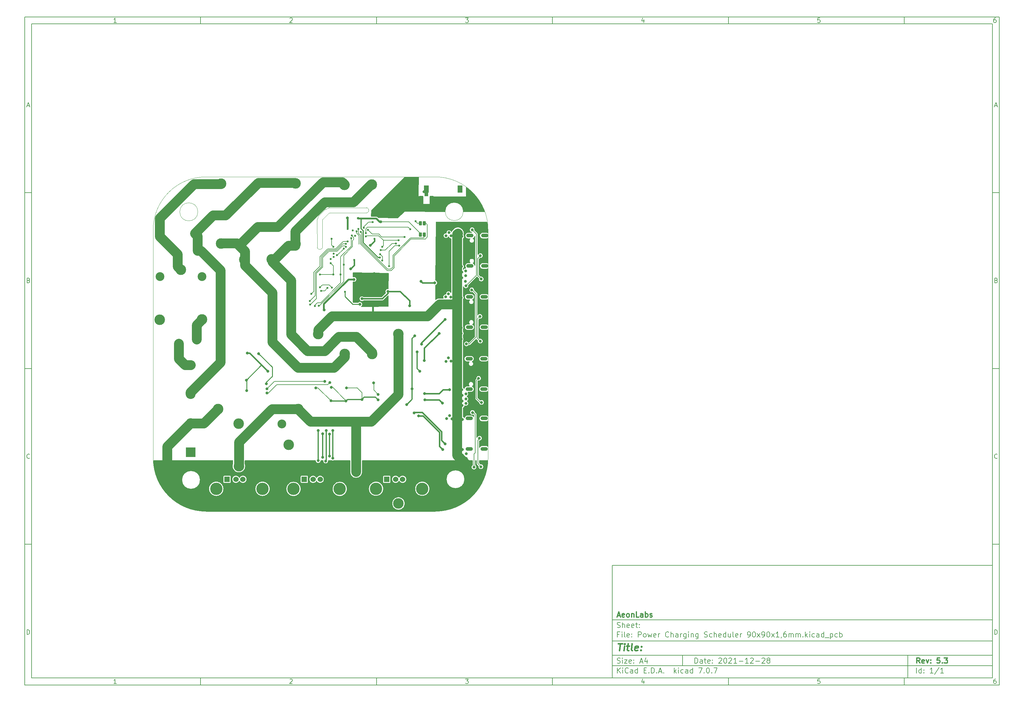
<source format=gbr>
G04 #@! TF.GenerationSoftware,KiCad,Pcbnew,7.0.7*
G04 #@! TF.CreationDate,2023-09-27T18:33:17+02:00*
G04 #@! TF.ProjectId,Power Charging Scheduler 90x90x1_6mm,506f7765-7220-4436-9861-7267696e6720,5.3*
G04 #@! TF.SameCoordinates,Original*
G04 #@! TF.FileFunction,Copper,L2,Bot*
G04 #@! TF.FilePolarity,Positive*
%FSLAX46Y46*%
G04 Gerber Fmt 4.6, Leading zero omitted, Abs format (unit mm)*
G04 Created by KiCad (PCBNEW 7.0.7) date 2023-09-27 18:33:17*
%MOMM*%
%LPD*%
G01*
G04 APERTURE LIST*
G04 Aperture macros list*
%AMRoundRect*
0 Rectangle with rounded corners*
0 $1 Rounding radius*
0 $2 $3 $4 $5 $6 $7 $8 $9 X,Y pos of 4 corners*
0 Add a 4 corners polygon primitive as box body*
4,1,4,$2,$3,$4,$5,$6,$7,$8,$9,$2,$3,0*
0 Add four circle primitives for the rounded corners*
1,1,$1+$1,$2,$3*
1,1,$1+$1,$4,$5*
1,1,$1+$1,$6,$7*
1,1,$1+$1,$8,$9*
0 Add four rect primitives between the rounded corners*
20,1,$1+$1,$2,$3,$4,$5,0*
20,1,$1+$1,$4,$5,$6,$7,0*
20,1,$1+$1,$6,$7,$8,$9,0*
20,1,$1+$1,$8,$9,$2,$3,0*%
G04 Aperture macros list end*
%ADD10C,0.100000*%
%ADD11C,0.150000*%
%ADD12C,0.300000*%
%ADD13C,0.400000*%
G04 #@! TA.AperFunction,ComponentPad*
%ADD14O,2.100000X1.050000*%
G04 #@! TD*
G04 #@! TA.AperFunction,ComponentPad*
%ADD15R,1.524000X1.524000*%
G04 #@! TD*
G04 #@! TA.AperFunction,ComponentPad*
%ADD16C,1.524000*%
G04 #@! TD*
G04 #@! TA.AperFunction,ComponentPad*
%ADD17C,3.500000*%
G04 #@! TD*
G04 #@! TA.AperFunction,SMDPad,CuDef*
%ADD18R,1.100000X2.250000*%
G04 #@! TD*
G04 #@! TA.AperFunction,SMDPad,CuDef*
%ADD19R,1.050000X1.100000*%
G04 #@! TD*
G04 #@! TA.AperFunction,ComponentPad*
%ADD20C,1.600000*%
G04 #@! TD*
G04 #@! TA.AperFunction,ComponentPad*
%ADD21C,2.010000*%
G04 #@! TD*
G04 #@! TA.AperFunction,ComponentPad*
%ADD22C,3.000000*%
G04 #@! TD*
G04 #@! TA.AperFunction,SMDPad,CuDef*
%ADD23R,1.400000X2.100000*%
G04 #@! TD*
G04 #@! TA.AperFunction,ComponentPad*
%ADD24C,2.000000*%
G04 #@! TD*
G04 #@! TA.AperFunction,SMDPad,CuDef*
%ADD25RoundRect,0.124800X-0.275200X0.475200X-0.275200X-0.475200X0.275200X-0.475200X0.275200X0.475200X0*%
G04 #@! TD*
G04 #@! TA.AperFunction,ComponentPad*
%ADD26C,2.500000*%
G04 #@! TD*
G04 #@! TA.AperFunction,ComponentPad*
%ADD27R,2.743200X2.743200*%
G04 #@! TD*
G04 #@! TA.AperFunction,ComponentPad*
%ADD28C,2.743200*%
G04 #@! TD*
G04 #@! TA.AperFunction,ViaPad*
%ADD29C,0.600000*%
G04 #@! TD*
G04 #@! TA.AperFunction,ViaPad*
%ADD30C,0.800000*%
G04 #@! TD*
G04 #@! TA.AperFunction,ViaPad*
%ADD31C,0.700000*%
G04 #@! TD*
G04 #@! TA.AperFunction,Conductor*
%ADD32C,0.150000*%
G04 #@! TD*
G04 #@! TA.AperFunction,Conductor*
%ADD33C,0.510000*%
G04 #@! TD*
G04 #@! TA.AperFunction,Conductor*
%ADD34C,0.400000*%
G04 #@! TD*
G04 #@! TA.AperFunction,Conductor*
%ADD35C,2.800000*%
G04 #@! TD*
G04 #@! TA.AperFunction,Conductor*
%ADD36C,0.200000*%
G04 #@! TD*
G04 #@! TA.AperFunction,Conductor*
%ADD37C,0.320000*%
G04 #@! TD*
G04 #@! TA.AperFunction,Conductor*
%ADD38C,0.300000*%
G04 #@! TD*
G04 #@! TA.AperFunction,Conductor*
%ADD39C,0.250000*%
G04 #@! TD*
G04 #@! TA.AperFunction,Conductor*
%ADD40C,2.000000*%
G04 #@! TD*
G04 #@! TA.AperFunction,Profile*
%ADD41C,0.100000*%
G04 #@! TD*
G04 APERTURE END LIST*
D10*
D11*
X177002200Y-166007200D02*
X285002200Y-166007200D01*
X285002200Y-198007200D01*
X177002200Y-198007200D01*
X177002200Y-166007200D01*
D10*
D11*
X10000000Y-10000000D02*
X287002200Y-10000000D01*
X287002200Y-200007200D01*
X10000000Y-200007200D01*
X10000000Y-10000000D01*
D10*
D11*
X12000000Y-12000000D02*
X285002200Y-12000000D01*
X285002200Y-198007200D01*
X12000000Y-198007200D01*
X12000000Y-12000000D01*
D10*
D11*
X60000000Y-12000000D02*
X60000000Y-10000000D01*
D10*
D11*
X110000000Y-12000000D02*
X110000000Y-10000000D01*
D10*
D11*
X160000000Y-12000000D02*
X160000000Y-10000000D01*
D10*
D11*
X210000000Y-12000000D02*
X210000000Y-10000000D01*
D10*
D11*
X260000000Y-12000000D02*
X260000000Y-10000000D01*
D10*
D11*
X36089160Y-11593604D02*
X35346303Y-11593604D01*
X35717731Y-11593604D02*
X35717731Y-10293604D01*
X35717731Y-10293604D02*
X35593922Y-10479319D01*
X35593922Y-10479319D02*
X35470112Y-10603128D01*
X35470112Y-10603128D02*
X35346303Y-10665033D01*
D10*
D11*
X85346303Y-10417414D02*
X85408207Y-10355509D01*
X85408207Y-10355509D02*
X85532017Y-10293604D01*
X85532017Y-10293604D02*
X85841541Y-10293604D01*
X85841541Y-10293604D02*
X85965350Y-10355509D01*
X85965350Y-10355509D02*
X86027255Y-10417414D01*
X86027255Y-10417414D02*
X86089160Y-10541223D01*
X86089160Y-10541223D02*
X86089160Y-10665033D01*
X86089160Y-10665033D02*
X86027255Y-10850747D01*
X86027255Y-10850747D02*
X85284398Y-11593604D01*
X85284398Y-11593604D02*
X86089160Y-11593604D01*
D10*
D11*
X135284398Y-10293604D02*
X136089160Y-10293604D01*
X136089160Y-10293604D02*
X135655826Y-10788842D01*
X135655826Y-10788842D02*
X135841541Y-10788842D01*
X135841541Y-10788842D02*
X135965350Y-10850747D01*
X135965350Y-10850747D02*
X136027255Y-10912652D01*
X136027255Y-10912652D02*
X136089160Y-11036461D01*
X136089160Y-11036461D02*
X136089160Y-11345985D01*
X136089160Y-11345985D02*
X136027255Y-11469795D01*
X136027255Y-11469795D02*
X135965350Y-11531700D01*
X135965350Y-11531700D02*
X135841541Y-11593604D01*
X135841541Y-11593604D02*
X135470112Y-11593604D01*
X135470112Y-11593604D02*
X135346303Y-11531700D01*
X135346303Y-11531700D02*
X135284398Y-11469795D01*
D10*
D11*
X185965350Y-10726938D02*
X185965350Y-11593604D01*
X185655826Y-10231700D02*
X185346303Y-11160271D01*
X185346303Y-11160271D02*
X186151064Y-11160271D01*
D10*
D11*
X236027255Y-10293604D02*
X235408207Y-10293604D01*
X235408207Y-10293604D02*
X235346303Y-10912652D01*
X235346303Y-10912652D02*
X235408207Y-10850747D01*
X235408207Y-10850747D02*
X235532017Y-10788842D01*
X235532017Y-10788842D02*
X235841541Y-10788842D01*
X235841541Y-10788842D02*
X235965350Y-10850747D01*
X235965350Y-10850747D02*
X236027255Y-10912652D01*
X236027255Y-10912652D02*
X236089160Y-11036461D01*
X236089160Y-11036461D02*
X236089160Y-11345985D01*
X236089160Y-11345985D02*
X236027255Y-11469795D01*
X236027255Y-11469795D02*
X235965350Y-11531700D01*
X235965350Y-11531700D02*
X235841541Y-11593604D01*
X235841541Y-11593604D02*
X235532017Y-11593604D01*
X235532017Y-11593604D02*
X235408207Y-11531700D01*
X235408207Y-11531700D02*
X235346303Y-11469795D01*
D10*
D11*
X285965350Y-10293604D02*
X285717731Y-10293604D01*
X285717731Y-10293604D02*
X285593922Y-10355509D01*
X285593922Y-10355509D02*
X285532017Y-10417414D01*
X285532017Y-10417414D02*
X285408207Y-10603128D01*
X285408207Y-10603128D02*
X285346303Y-10850747D01*
X285346303Y-10850747D02*
X285346303Y-11345985D01*
X285346303Y-11345985D02*
X285408207Y-11469795D01*
X285408207Y-11469795D02*
X285470112Y-11531700D01*
X285470112Y-11531700D02*
X285593922Y-11593604D01*
X285593922Y-11593604D02*
X285841541Y-11593604D01*
X285841541Y-11593604D02*
X285965350Y-11531700D01*
X285965350Y-11531700D02*
X286027255Y-11469795D01*
X286027255Y-11469795D02*
X286089160Y-11345985D01*
X286089160Y-11345985D02*
X286089160Y-11036461D01*
X286089160Y-11036461D02*
X286027255Y-10912652D01*
X286027255Y-10912652D02*
X285965350Y-10850747D01*
X285965350Y-10850747D02*
X285841541Y-10788842D01*
X285841541Y-10788842D02*
X285593922Y-10788842D01*
X285593922Y-10788842D02*
X285470112Y-10850747D01*
X285470112Y-10850747D02*
X285408207Y-10912652D01*
X285408207Y-10912652D02*
X285346303Y-11036461D01*
D10*
D11*
X60000000Y-198007200D02*
X60000000Y-200007200D01*
D10*
D11*
X110000000Y-198007200D02*
X110000000Y-200007200D01*
D10*
D11*
X160000000Y-198007200D02*
X160000000Y-200007200D01*
D10*
D11*
X210000000Y-198007200D02*
X210000000Y-200007200D01*
D10*
D11*
X260000000Y-198007200D02*
X260000000Y-200007200D01*
D10*
D11*
X36089160Y-199600804D02*
X35346303Y-199600804D01*
X35717731Y-199600804D02*
X35717731Y-198300804D01*
X35717731Y-198300804D02*
X35593922Y-198486519D01*
X35593922Y-198486519D02*
X35470112Y-198610328D01*
X35470112Y-198610328D02*
X35346303Y-198672233D01*
D10*
D11*
X85346303Y-198424614D02*
X85408207Y-198362709D01*
X85408207Y-198362709D02*
X85532017Y-198300804D01*
X85532017Y-198300804D02*
X85841541Y-198300804D01*
X85841541Y-198300804D02*
X85965350Y-198362709D01*
X85965350Y-198362709D02*
X86027255Y-198424614D01*
X86027255Y-198424614D02*
X86089160Y-198548423D01*
X86089160Y-198548423D02*
X86089160Y-198672233D01*
X86089160Y-198672233D02*
X86027255Y-198857947D01*
X86027255Y-198857947D02*
X85284398Y-199600804D01*
X85284398Y-199600804D02*
X86089160Y-199600804D01*
D10*
D11*
X135284398Y-198300804D02*
X136089160Y-198300804D01*
X136089160Y-198300804D02*
X135655826Y-198796042D01*
X135655826Y-198796042D02*
X135841541Y-198796042D01*
X135841541Y-198796042D02*
X135965350Y-198857947D01*
X135965350Y-198857947D02*
X136027255Y-198919852D01*
X136027255Y-198919852D02*
X136089160Y-199043661D01*
X136089160Y-199043661D02*
X136089160Y-199353185D01*
X136089160Y-199353185D02*
X136027255Y-199476995D01*
X136027255Y-199476995D02*
X135965350Y-199538900D01*
X135965350Y-199538900D02*
X135841541Y-199600804D01*
X135841541Y-199600804D02*
X135470112Y-199600804D01*
X135470112Y-199600804D02*
X135346303Y-199538900D01*
X135346303Y-199538900D02*
X135284398Y-199476995D01*
D10*
D11*
X185965350Y-198734138D02*
X185965350Y-199600804D01*
X185655826Y-198238900D02*
X185346303Y-199167471D01*
X185346303Y-199167471D02*
X186151064Y-199167471D01*
D10*
D11*
X236027255Y-198300804D02*
X235408207Y-198300804D01*
X235408207Y-198300804D02*
X235346303Y-198919852D01*
X235346303Y-198919852D02*
X235408207Y-198857947D01*
X235408207Y-198857947D02*
X235532017Y-198796042D01*
X235532017Y-198796042D02*
X235841541Y-198796042D01*
X235841541Y-198796042D02*
X235965350Y-198857947D01*
X235965350Y-198857947D02*
X236027255Y-198919852D01*
X236027255Y-198919852D02*
X236089160Y-199043661D01*
X236089160Y-199043661D02*
X236089160Y-199353185D01*
X236089160Y-199353185D02*
X236027255Y-199476995D01*
X236027255Y-199476995D02*
X235965350Y-199538900D01*
X235965350Y-199538900D02*
X235841541Y-199600804D01*
X235841541Y-199600804D02*
X235532017Y-199600804D01*
X235532017Y-199600804D02*
X235408207Y-199538900D01*
X235408207Y-199538900D02*
X235346303Y-199476995D01*
D10*
D11*
X285965350Y-198300804D02*
X285717731Y-198300804D01*
X285717731Y-198300804D02*
X285593922Y-198362709D01*
X285593922Y-198362709D02*
X285532017Y-198424614D01*
X285532017Y-198424614D02*
X285408207Y-198610328D01*
X285408207Y-198610328D02*
X285346303Y-198857947D01*
X285346303Y-198857947D02*
X285346303Y-199353185D01*
X285346303Y-199353185D02*
X285408207Y-199476995D01*
X285408207Y-199476995D02*
X285470112Y-199538900D01*
X285470112Y-199538900D02*
X285593922Y-199600804D01*
X285593922Y-199600804D02*
X285841541Y-199600804D01*
X285841541Y-199600804D02*
X285965350Y-199538900D01*
X285965350Y-199538900D02*
X286027255Y-199476995D01*
X286027255Y-199476995D02*
X286089160Y-199353185D01*
X286089160Y-199353185D02*
X286089160Y-199043661D01*
X286089160Y-199043661D02*
X286027255Y-198919852D01*
X286027255Y-198919852D02*
X285965350Y-198857947D01*
X285965350Y-198857947D02*
X285841541Y-198796042D01*
X285841541Y-198796042D02*
X285593922Y-198796042D01*
X285593922Y-198796042D02*
X285470112Y-198857947D01*
X285470112Y-198857947D02*
X285408207Y-198919852D01*
X285408207Y-198919852D02*
X285346303Y-199043661D01*
D10*
D11*
X10000000Y-60000000D02*
X12000000Y-60000000D01*
D10*
D11*
X10000000Y-110000000D02*
X12000000Y-110000000D01*
D10*
D11*
X10000000Y-160000000D02*
X12000000Y-160000000D01*
D10*
D11*
X10690476Y-35222176D02*
X11309523Y-35222176D01*
X10566666Y-35593604D02*
X10999999Y-34293604D01*
X10999999Y-34293604D02*
X11433333Y-35593604D01*
D10*
D11*
X11092857Y-84912652D02*
X11278571Y-84974557D01*
X11278571Y-84974557D02*
X11340476Y-85036461D01*
X11340476Y-85036461D02*
X11402380Y-85160271D01*
X11402380Y-85160271D02*
X11402380Y-85345985D01*
X11402380Y-85345985D02*
X11340476Y-85469795D01*
X11340476Y-85469795D02*
X11278571Y-85531700D01*
X11278571Y-85531700D02*
X11154761Y-85593604D01*
X11154761Y-85593604D02*
X10659523Y-85593604D01*
X10659523Y-85593604D02*
X10659523Y-84293604D01*
X10659523Y-84293604D02*
X11092857Y-84293604D01*
X11092857Y-84293604D02*
X11216666Y-84355509D01*
X11216666Y-84355509D02*
X11278571Y-84417414D01*
X11278571Y-84417414D02*
X11340476Y-84541223D01*
X11340476Y-84541223D02*
X11340476Y-84665033D01*
X11340476Y-84665033D02*
X11278571Y-84788842D01*
X11278571Y-84788842D02*
X11216666Y-84850747D01*
X11216666Y-84850747D02*
X11092857Y-84912652D01*
X11092857Y-84912652D02*
X10659523Y-84912652D01*
D10*
D11*
X11402380Y-135469795D02*
X11340476Y-135531700D01*
X11340476Y-135531700D02*
X11154761Y-135593604D01*
X11154761Y-135593604D02*
X11030952Y-135593604D01*
X11030952Y-135593604D02*
X10845238Y-135531700D01*
X10845238Y-135531700D02*
X10721428Y-135407890D01*
X10721428Y-135407890D02*
X10659523Y-135284080D01*
X10659523Y-135284080D02*
X10597619Y-135036461D01*
X10597619Y-135036461D02*
X10597619Y-134850747D01*
X10597619Y-134850747D02*
X10659523Y-134603128D01*
X10659523Y-134603128D02*
X10721428Y-134479319D01*
X10721428Y-134479319D02*
X10845238Y-134355509D01*
X10845238Y-134355509D02*
X11030952Y-134293604D01*
X11030952Y-134293604D02*
X11154761Y-134293604D01*
X11154761Y-134293604D02*
X11340476Y-134355509D01*
X11340476Y-134355509D02*
X11402380Y-134417414D01*
D10*
D11*
X10659523Y-185593604D02*
X10659523Y-184293604D01*
X10659523Y-184293604D02*
X10969047Y-184293604D01*
X10969047Y-184293604D02*
X11154761Y-184355509D01*
X11154761Y-184355509D02*
X11278571Y-184479319D01*
X11278571Y-184479319D02*
X11340476Y-184603128D01*
X11340476Y-184603128D02*
X11402380Y-184850747D01*
X11402380Y-184850747D02*
X11402380Y-185036461D01*
X11402380Y-185036461D02*
X11340476Y-185284080D01*
X11340476Y-185284080D02*
X11278571Y-185407890D01*
X11278571Y-185407890D02*
X11154761Y-185531700D01*
X11154761Y-185531700D02*
X10969047Y-185593604D01*
X10969047Y-185593604D02*
X10659523Y-185593604D01*
D10*
D11*
X287002200Y-60000000D02*
X285002200Y-60000000D01*
D10*
D11*
X287002200Y-110000000D02*
X285002200Y-110000000D01*
D10*
D11*
X287002200Y-160000000D02*
X285002200Y-160000000D01*
D10*
D11*
X285692676Y-35222176D02*
X286311723Y-35222176D01*
X285568866Y-35593604D02*
X286002199Y-34293604D01*
X286002199Y-34293604D02*
X286435533Y-35593604D01*
D10*
D11*
X286095057Y-84912652D02*
X286280771Y-84974557D01*
X286280771Y-84974557D02*
X286342676Y-85036461D01*
X286342676Y-85036461D02*
X286404580Y-85160271D01*
X286404580Y-85160271D02*
X286404580Y-85345985D01*
X286404580Y-85345985D02*
X286342676Y-85469795D01*
X286342676Y-85469795D02*
X286280771Y-85531700D01*
X286280771Y-85531700D02*
X286156961Y-85593604D01*
X286156961Y-85593604D02*
X285661723Y-85593604D01*
X285661723Y-85593604D02*
X285661723Y-84293604D01*
X285661723Y-84293604D02*
X286095057Y-84293604D01*
X286095057Y-84293604D02*
X286218866Y-84355509D01*
X286218866Y-84355509D02*
X286280771Y-84417414D01*
X286280771Y-84417414D02*
X286342676Y-84541223D01*
X286342676Y-84541223D02*
X286342676Y-84665033D01*
X286342676Y-84665033D02*
X286280771Y-84788842D01*
X286280771Y-84788842D02*
X286218866Y-84850747D01*
X286218866Y-84850747D02*
X286095057Y-84912652D01*
X286095057Y-84912652D02*
X285661723Y-84912652D01*
D10*
D11*
X286404580Y-135469795D02*
X286342676Y-135531700D01*
X286342676Y-135531700D02*
X286156961Y-135593604D01*
X286156961Y-135593604D02*
X286033152Y-135593604D01*
X286033152Y-135593604D02*
X285847438Y-135531700D01*
X285847438Y-135531700D02*
X285723628Y-135407890D01*
X285723628Y-135407890D02*
X285661723Y-135284080D01*
X285661723Y-135284080D02*
X285599819Y-135036461D01*
X285599819Y-135036461D02*
X285599819Y-134850747D01*
X285599819Y-134850747D02*
X285661723Y-134603128D01*
X285661723Y-134603128D02*
X285723628Y-134479319D01*
X285723628Y-134479319D02*
X285847438Y-134355509D01*
X285847438Y-134355509D02*
X286033152Y-134293604D01*
X286033152Y-134293604D02*
X286156961Y-134293604D01*
X286156961Y-134293604D02*
X286342676Y-134355509D01*
X286342676Y-134355509D02*
X286404580Y-134417414D01*
D10*
D11*
X285661723Y-185593604D02*
X285661723Y-184293604D01*
X285661723Y-184293604D02*
X285971247Y-184293604D01*
X285971247Y-184293604D02*
X286156961Y-184355509D01*
X286156961Y-184355509D02*
X286280771Y-184479319D01*
X286280771Y-184479319D02*
X286342676Y-184603128D01*
X286342676Y-184603128D02*
X286404580Y-184850747D01*
X286404580Y-184850747D02*
X286404580Y-185036461D01*
X286404580Y-185036461D02*
X286342676Y-185284080D01*
X286342676Y-185284080D02*
X286280771Y-185407890D01*
X286280771Y-185407890D02*
X286156961Y-185531700D01*
X286156961Y-185531700D02*
X285971247Y-185593604D01*
X285971247Y-185593604D02*
X285661723Y-185593604D01*
D10*
D11*
X200458026Y-193793328D02*
X200458026Y-192293328D01*
X200458026Y-192293328D02*
X200815169Y-192293328D01*
X200815169Y-192293328D02*
X201029455Y-192364757D01*
X201029455Y-192364757D02*
X201172312Y-192507614D01*
X201172312Y-192507614D02*
X201243741Y-192650471D01*
X201243741Y-192650471D02*
X201315169Y-192936185D01*
X201315169Y-192936185D02*
X201315169Y-193150471D01*
X201315169Y-193150471D02*
X201243741Y-193436185D01*
X201243741Y-193436185D02*
X201172312Y-193579042D01*
X201172312Y-193579042D02*
X201029455Y-193721900D01*
X201029455Y-193721900D02*
X200815169Y-193793328D01*
X200815169Y-193793328D02*
X200458026Y-193793328D01*
X202600884Y-193793328D02*
X202600884Y-193007614D01*
X202600884Y-193007614D02*
X202529455Y-192864757D01*
X202529455Y-192864757D02*
X202386598Y-192793328D01*
X202386598Y-192793328D02*
X202100884Y-192793328D01*
X202100884Y-192793328D02*
X201958026Y-192864757D01*
X202600884Y-193721900D02*
X202458026Y-193793328D01*
X202458026Y-193793328D02*
X202100884Y-193793328D01*
X202100884Y-193793328D02*
X201958026Y-193721900D01*
X201958026Y-193721900D02*
X201886598Y-193579042D01*
X201886598Y-193579042D02*
X201886598Y-193436185D01*
X201886598Y-193436185D02*
X201958026Y-193293328D01*
X201958026Y-193293328D02*
X202100884Y-193221900D01*
X202100884Y-193221900D02*
X202458026Y-193221900D01*
X202458026Y-193221900D02*
X202600884Y-193150471D01*
X203100884Y-192793328D02*
X203672312Y-192793328D01*
X203315169Y-192293328D02*
X203315169Y-193579042D01*
X203315169Y-193579042D02*
X203386598Y-193721900D01*
X203386598Y-193721900D02*
X203529455Y-193793328D01*
X203529455Y-193793328D02*
X203672312Y-193793328D01*
X204743741Y-193721900D02*
X204600884Y-193793328D01*
X204600884Y-193793328D02*
X204315170Y-193793328D01*
X204315170Y-193793328D02*
X204172312Y-193721900D01*
X204172312Y-193721900D02*
X204100884Y-193579042D01*
X204100884Y-193579042D02*
X204100884Y-193007614D01*
X204100884Y-193007614D02*
X204172312Y-192864757D01*
X204172312Y-192864757D02*
X204315170Y-192793328D01*
X204315170Y-192793328D02*
X204600884Y-192793328D01*
X204600884Y-192793328D02*
X204743741Y-192864757D01*
X204743741Y-192864757D02*
X204815170Y-193007614D01*
X204815170Y-193007614D02*
X204815170Y-193150471D01*
X204815170Y-193150471D02*
X204100884Y-193293328D01*
X205458026Y-193650471D02*
X205529455Y-193721900D01*
X205529455Y-193721900D02*
X205458026Y-193793328D01*
X205458026Y-193793328D02*
X205386598Y-193721900D01*
X205386598Y-193721900D02*
X205458026Y-193650471D01*
X205458026Y-193650471D02*
X205458026Y-193793328D01*
X205458026Y-192864757D02*
X205529455Y-192936185D01*
X205529455Y-192936185D02*
X205458026Y-193007614D01*
X205458026Y-193007614D02*
X205386598Y-192936185D01*
X205386598Y-192936185D02*
X205458026Y-192864757D01*
X205458026Y-192864757D02*
X205458026Y-193007614D01*
X207243741Y-192436185D02*
X207315169Y-192364757D01*
X207315169Y-192364757D02*
X207458027Y-192293328D01*
X207458027Y-192293328D02*
X207815169Y-192293328D01*
X207815169Y-192293328D02*
X207958027Y-192364757D01*
X207958027Y-192364757D02*
X208029455Y-192436185D01*
X208029455Y-192436185D02*
X208100884Y-192579042D01*
X208100884Y-192579042D02*
X208100884Y-192721900D01*
X208100884Y-192721900D02*
X208029455Y-192936185D01*
X208029455Y-192936185D02*
X207172312Y-193793328D01*
X207172312Y-193793328D02*
X208100884Y-193793328D01*
X209029455Y-192293328D02*
X209172312Y-192293328D01*
X209172312Y-192293328D02*
X209315169Y-192364757D01*
X209315169Y-192364757D02*
X209386598Y-192436185D01*
X209386598Y-192436185D02*
X209458026Y-192579042D01*
X209458026Y-192579042D02*
X209529455Y-192864757D01*
X209529455Y-192864757D02*
X209529455Y-193221900D01*
X209529455Y-193221900D02*
X209458026Y-193507614D01*
X209458026Y-193507614D02*
X209386598Y-193650471D01*
X209386598Y-193650471D02*
X209315169Y-193721900D01*
X209315169Y-193721900D02*
X209172312Y-193793328D01*
X209172312Y-193793328D02*
X209029455Y-193793328D01*
X209029455Y-193793328D02*
X208886598Y-193721900D01*
X208886598Y-193721900D02*
X208815169Y-193650471D01*
X208815169Y-193650471D02*
X208743740Y-193507614D01*
X208743740Y-193507614D02*
X208672312Y-193221900D01*
X208672312Y-193221900D02*
X208672312Y-192864757D01*
X208672312Y-192864757D02*
X208743740Y-192579042D01*
X208743740Y-192579042D02*
X208815169Y-192436185D01*
X208815169Y-192436185D02*
X208886598Y-192364757D01*
X208886598Y-192364757D02*
X209029455Y-192293328D01*
X210100883Y-192436185D02*
X210172311Y-192364757D01*
X210172311Y-192364757D02*
X210315169Y-192293328D01*
X210315169Y-192293328D02*
X210672311Y-192293328D01*
X210672311Y-192293328D02*
X210815169Y-192364757D01*
X210815169Y-192364757D02*
X210886597Y-192436185D01*
X210886597Y-192436185D02*
X210958026Y-192579042D01*
X210958026Y-192579042D02*
X210958026Y-192721900D01*
X210958026Y-192721900D02*
X210886597Y-192936185D01*
X210886597Y-192936185D02*
X210029454Y-193793328D01*
X210029454Y-193793328D02*
X210958026Y-193793328D01*
X212386597Y-193793328D02*
X211529454Y-193793328D01*
X211958025Y-193793328D02*
X211958025Y-192293328D01*
X211958025Y-192293328D02*
X211815168Y-192507614D01*
X211815168Y-192507614D02*
X211672311Y-192650471D01*
X211672311Y-192650471D02*
X211529454Y-192721900D01*
X213029453Y-193221900D02*
X214172311Y-193221900D01*
X215672311Y-193793328D02*
X214815168Y-193793328D01*
X215243739Y-193793328D02*
X215243739Y-192293328D01*
X215243739Y-192293328D02*
X215100882Y-192507614D01*
X215100882Y-192507614D02*
X214958025Y-192650471D01*
X214958025Y-192650471D02*
X214815168Y-192721900D01*
X216243739Y-192436185D02*
X216315167Y-192364757D01*
X216315167Y-192364757D02*
X216458025Y-192293328D01*
X216458025Y-192293328D02*
X216815167Y-192293328D01*
X216815167Y-192293328D02*
X216958025Y-192364757D01*
X216958025Y-192364757D02*
X217029453Y-192436185D01*
X217029453Y-192436185D02*
X217100882Y-192579042D01*
X217100882Y-192579042D02*
X217100882Y-192721900D01*
X217100882Y-192721900D02*
X217029453Y-192936185D01*
X217029453Y-192936185D02*
X216172310Y-193793328D01*
X216172310Y-193793328D02*
X217100882Y-193793328D01*
X217743738Y-193221900D02*
X218886596Y-193221900D01*
X219529453Y-192436185D02*
X219600881Y-192364757D01*
X219600881Y-192364757D02*
X219743739Y-192293328D01*
X219743739Y-192293328D02*
X220100881Y-192293328D01*
X220100881Y-192293328D02*
X220243739Y-192364757D01*
X220243739Y-192364757D02*
X220315167Y-192436185D01*
X220315167Y-192436185D02*
X220386596Y-192579042D01*
X220386596Y-192579042D02*
X220386596Y-192721900D01*
X220386596Y-192721900D02*
X220315167Y-192936185D01*
X220315167Y-192936185D02*
X219458024Y-193793328D01*
X219458024Y-193793328D02*
X220386596Y-193793328D01*
X221243738Y-192936185D02*
X221100881Y-192864757D01*
X221100881Y-192864757D02*
X221029452Y-192793328D01*
X221029452Y-192793328D02*
X220958024Y-192650471D01*
X220958024Y-192650471D02*
X220958024Y-192579042D01*
X220958024Y-192579042D02*
X221029452Y-192436185D01*
X221029452Y-192436185D02*
X221100881Y-192364757D01*
X221100881Y-192364757D02*
X221243738Y-192293328D01*
X221243738Y-192293328D02*
X221529452Y-192293328D01*
X221529452Y-192293328D02*
X221672310Y-192364757D01*
X221672310Y-192364757D02*
X221743738Y-192436185D01*
X221743738Y-192436185D02*
X221815167Y-192579042D01*
X221815167Y-192579042D02*
X221815167Y-192650471D01*
X221815167Y-192650471D02*
X221743738Y-192793328D01*
X221743738Y-192793328D02*
X221672310Y-192864757D01*
X221672310Y-192864757D02*
X221529452Y-192936185D01*
X221529452Y-192936185D02*
X221243738Y-192936185D01*
X221243738Y-192936185D02*
X221100881Y-193007614D01*
X221100881Y-193007614D02*
X221029452Y-193079042D01*
X221029452Y-193079042D02*
X220958024Y-193221900D01*
X220958024Y-193221900D02*
X220958024Y-193507614D01*
X220958024Y-193507614D02*
X221029452Y-193650471D01*
X221029452Y-193650471D02*
X221100881Y-193721900D01*
X221100881Y-193721900D02*
X221243738Y-193793328D01*
X221243738Y-193793328D02*
X221529452Y-193793328D01*
X221529452Y-193793328D02*
X221672310Y-193721900D01*
X221672310Y-193721900D02*
X221743738Y-193650471D01*
X221743738Y-193650471D02*
X221815167Y-193507614D01*
X221815167Y-193507614D02*
X221815167Y-193221900D01*
X221815167Y-193221900D02*
X221743738Y-193079042D01*
X221743738Y-193079042D02*
X221672310Y-193007614D01*
X221672310Y-193007614D02*
X221529452Y-192936185D01*
D10*
D11*
X177002200Y-194507200D02*
X285002200Y-194507200D01*
D10*
D11*
X178458026Y-196593328D02*
X178458026Y-195093328D01*
X179315169Y-196593328D02*
X178672312Y-195736185D01*
X179315169Y-195093328D02*
X178458026Y-195950471D01*
X179958026Y-196593328D02*
X179958026Y-195593328D01*
X179958026Y-195093328D02*
X179886598Y-195164757D01*
X179886598Y-195164757D02*
X179958026Y-195236185D01*
X179958026Y-195236185D02*
X180029455Y-195164757D01*
X180029455Y-195164757D02*
X179958026Y-195093328D01*
X179958026Y-195093328D02*
X179958026Y-195236185D01*
X181529455Y-196450471D02*
X181458027Y-196521900D01*
X181458027Y-196521900D02*
X181243741Y-196593328D01*
X181243741Y-196593328D02*
X181100884Y-196593328D01*
X181100884Y-196593328D02*
X180886598Y-196521900D01*
X180886598Y-196521900D02*
X180743741Y-196379042D01*
X180743741Y-196379042D02*
X180672312Y-196236185D01*
X180672312Y-196236185D02*
X180600884Y-195950471D01*
X180600884Y-195950471D02*
X180600884Y-195736185D01*
X180600884Y-195736185D02*
X180672312Y-195450471D01*
X180672312Y-195450471D02*
X180743741Y-195307614D01*
X180743741Y-195307614D02*
X180886598Y-195164757D01*
X180886598Y-195164757D02*
X181100884Y-195093328D01*
X181100884Y-195093328D02*
X181243741Y-195093328D01*
X181243741Y-195093328D02*
X181458027Y-195164757D01*
X181458027Y-195164757D02*
X181529455Y-195236185D01*
X182815170Y-196593328D02*
X182815170Y-195807614D01*
X182815170Y-195807614D02*
X182743741Y-195664757D01*
X182743741Y-195664757D02*
X182600884Y-195593328D01*
X182600884Y-195593328D02*
X182315170Y-195593328D01*
X182315170Y-195593328D02*
X182172312Y-195664757D01*
X182815170Y-196521900D02*
X182672312Y-196593328D01*
X182672312Y-196593328D02*
X182315170Y-196593328D01*
X182315170Y-196593328D02*
X182172312Y-196521900D01*
X182172312Y-196521900D02*
X182100884Y-196379042D01*
X182100884Y-196379042D02*
X182100884Y-196236185D01*
X182100884Y-196236185D02*
X182172312Y-196093328D01*
X182172312Y-196093328D02*
X182315170Y-196021900D01*
X182315170Y-196021900D02*
X182672312Y-196021900D01*
X182672312Y-196021900D02*
X182815170Y-195950471D01*
X184172313Y-196593328D02*
X184172313Y-195093328D01*
X184172313Y-196521900D02*
X184029455Y-196593328D01*
X184029455Y-196593328D02*
X183743741Y-196593328D01*
X183743741Y-196593328D02*
X183600884Y-196521900D01*
X183600884Y-196521900D02*
X183529455Y-196450471D01*
X183529455Y-196450471D02*
X183458027Y-196307614D01*
X183458027Y-196307614D02*
X183458027Y-195879042D01*
X183458027Y-195879042D02*
X183529455Y-195736185D01*
X183529455Y-195736185D02*
X183600884Y-195664757D01*
X183600884Y-195664757D02*
X183743741Y-195593328D01*
X183743741Y-195593328D02*
X184029455Y-195593328D01*
X184029455Y-195593328D02*
X184172313Y-195664757D01*
X186029455Y-195807614D02*
X186529455Y-195807614D01*
X186743741Y-196593328D02*
X186029455Y-196593328D01*
X186029455Y-196593328D02*
X186029455Y-195093328D01*
X186029455Y-195093328D02*
X186743741Y-195093328D01*
X187386598Y-196450471D02*
X187458027Y-196521900D01*
X187458027Y-196521900D02*
X187386598Y-196593328D01*
X187386598Y-196593328D02*
X187315170Y-196521900D01*
X187315170Y-196521900D02*
X187386598Y-196450471D01*
X187386598Y-196450471D02*
X187386598Y-196593328D01*
X188100884Y-196593328D02*
X188100884Y-195093328D01*
X188100884Y-195093328D02*
X188458027Y-195093328D01*
X188458027Y-195093328D02*
X188672313Y-195164757D01*
X188672313Y-195164757D02*
X188815170Y-195307614D01*
X188815170Y-195307614D02*
X188886599Y-195450471D01*
X188886599Y-195450471D02*
X188958027Y-195736185D01*
X188958027Y-195736185D02*
X188958027Y-195950471D01*
X188958027Y-195950471D02*
X188886599Y-196236185D01*
X188886599Y-196236185D02*
X188815170Y-196379042D01*
X188815170Y-196379042D02*
X188672313Y-196521900D01*
X188672313Y-196521900D02*
X188458027Y-196593328D01*
X188458027Y-196593328D02*
X188100884Y-196593328D01*
X189600884Y-196450471D02*
X189672313Y-196521900D01*
X189672313Y-196521900D02*
X189600884Y-196593328D01*
X189600884Y-196593328D02*
X189529456Y-196521900D01*
X189529456Y-196521900D02*
X189600884Y-196450471D01*
X189600884Y-196450471D02*
X189600884Y-196593328D01*
X190243742Y-196164757D02*
X190958028Y-196164757D01*
X190100885Y-196593328D02*
X190600885Y-195093328D01*
X190600885Y-195093328D02*
X191100885Y-196593328D01*
X191600884Y-196450471D02*
X191672313Y-196521900D01*
X191672313Y-196521900D02*
X191600884Y-196593328D01*
X191600884Y-196593328D02*
X191529456Y-196521900D01*
X191529456Y-196521900D02*
X191600884Y-196450471D01*
X191600884Y-196450471D02*
X191600884Y-196593328D01*
X194600884Y-196593328D02*
X194600884Y-195093328D01*
X194743742Y-196021900D02*
X195172313Y-196593328D01*
X195172313Y-195593328D02*
X194600884Y-196164757D01*
X195815170Y-196593328D02*
X195815170Y-195593328D01*
X195815170Y-195093328D02*
X195743742Y-195164757D01*
X195743742Y-195164757D02*
X195815170Y-195236185D01*
X195815170Y-195236185D02*
X195886599Y-195164757D01*
X195886599Y-195164757D02*
X195815170Y-195093328D01*
X195815170Y-195093328D02*
X195815170Y-195236185D01*
X197172314Y-196521900D02*
X197029456Y-196593328D01*
X197029456Y-196593328D02*
X196743742Y-196593328D01*
X196743742Y-196593328D02*
X196600885Y-196521900D01*
X196600885Y-196521900D02*
X196529456Y-196450471D01*
X196529456Y-196450471D02*
X196458028Y-196307614D01*
X196458028Y-196307614D02*
X196458028Y-195879042D01*
X196458028Y-195879042D02*
X196529456Y-195736185D01*
X196529456Y-195736185D02*
X196600885Y-195664757D01*
X196600885Y-195664757D02*
X196743742Y-195593328D01*
X196743742Y-195593328D02*
X197029456Y-195593328D01*
X197029456Y-195593328D02*
X197172314Y-195664757D01*
X198458028Y-196593328D02*
X198458028Y-195807614D01*
X198458028Y-195807614D02*
X198386599Y-195664757D01*
X198386599Y-195664757D02*
X198243742Y-195593328D01*
X198243742Y-195593328D02*
X197958028Y-195593328D01*
X197958028Y-195593328D02*
X197815170Y-195664757D01*
X198458028Y-196521900D02*
X198315170Y-196593328D01*
X198315170Y-196593328D02*
X197958028Y-196593328D01*
X197958028Y-196593328D02*
X197815170Y-196521900D01*
X197815170Y-196521900D02*
X197743742Y-196379042D01*
X197743742Y-196379042D02*
X197743742Y-196236185D01*
X197743742Y-196236185D02*
X197815170Y-196093328D01*
X197815170Y-196093328D02*
X197958028Y-196021900D01*
X197958028Y-196021900D02*
X198315170Y-196021900D01*
X198315170Y-196021900D02*
X198458028Y-195950471D01*
X199815171Y-196593328D02*
X199815171Y-195093328D01*
X199815171Y-196521900D02*
X199672313Y-196593328D01*
X199672313Y-196593328D02*
X199386599Y-196593328D01*
X199386599Y-196593328D02*
X199243742Y-196521900D01*
X199243742Y-196521900D02*
X199172313Y-196450471D01*
X199172313Y-196450471D02*
X199100885Y-196307614D01*
X199100885Y-196307614D02*
X199100885Y-195879042D01*
X199100885Y-195879042D02*
X199172313Y-195736185D01*
X199172313Y-195736185D02*
X199243742Y-195664757D01*
X199243742Y-195664757D02*
X199386599Y-195593328D01*
X199386599Y-195593328D02*
X199672313Y-195593328D01*
X199672313Y-195593328D02*
X199815171Y-195664757D01*
X201529456Y-195093328D02*
X202529456Y-195093328D01*
X202529456Y-195093328D02*
X201886599Y-196593328D01*
X203100884Y-196450471D02*
X203172313Y-196521900D01*
X203172313Y-196521900D02*
X203100884Y-196593328D01*
X203100884Y-196593328D02*
X203029456Y-196521900D01*
X203029456Y-196521900D02*
X203100884Y-196450471D01*
X203100884Y-196450471D02*
X203100884Y-196593328D01*
X204100885Y-195093328D02*
X204243742Y-195093328D01*
X204243742Y-195093328D02*
X204386599Y-195164757D01*
X204386599Y-195164757D02*
X204458028Y-195236185D01*
X204458028Y-195236185D02*
X204529456Y-195379042D01*
X204529456Y-195379042D02*
X204600885Y-195664757D01*
X204600885Y-195664757D02*
X204600885Y-196021900D01*
X204600885Y-196021900D02*
X204529456Y-196307614D01*
X204529456Y-196307614D02*
X204458028Y-196450471D01*
X204458028Y-196450471D02*
X204386599Y-196521900D01*
X204386599Y-196521900D02*
X204243742Y-196593328D01*
X204243742Y-196593328D02*
X204100885Y-196593328D01*
X204100885Y-196593328D02*
X203958028Y-196521900D01*
X203958028Y-196521900D02*
X203886599Y-196450471D01*
X203886599Y-196450471D02*
X203815170Y-196307614D01*
X203815170Y-196307614D02*
X203743742Y-196021900D01*
X203743742Y-196021900D02*
X203743742Y-195664757D01*
X203743742Y-195664757D02*
X203815170Y-195379042D01*
X203815170Y-195379042D02*
X203886599Y-195236185D01*
X203886599Y-195236185D02*
X203958028Y-195164757D01*
X203958028Y-195164757D02*
X204100885Y-195093328D01*
X205243741Y-196450471D02*
X205315170Y-196521900D01*
X205315170Y-196521900D02*
X205243741Y-196593328D01*
X205243741Y-196593328D02*
X205172313Y-196521900D01*
X205172313Y-196521900D02*
X205243741Y-196450471D01*
X205243741Y-196450471D02*
X205243741Y-196593328D01*
X205815170Y-195093328D02*
X206815170Y-195093328D01*
X206815170Y-195093328D02*
X206172313Y-196593328D01*
D10*
D11*
X177002200Y-191507200D02*
X285002200Y-191507200D01*
D10*
D12*
X264413853Y-193785528D02*
X263913853Y-193071242D01*
X263556710Y-193785528D02*
X263556710Y-192285528D01*
X263556710Y-192285528D02*
X264128139Y-192285528D01*
X264128139Y-192285528D02*
X264270996Y-192356957D01*
X264270996Y-192356957D02*
X264342425Y-192428385D01*
X264342425Y-192428385D02*
X264413853Y-192571242D01*
X264413853Y-192571242D02*
X264413853Y-192785528D01*
X264413853Y-192785528D02*
X264342425Y-192928385D01*
X264342425Y-192928385D02*
X264270996Y-192999814D01*
X264270996Y-192999814D02*
X264128139Y-193071242D01*
X264128139Y-193071242D02*
X263556710Y-193071242D01*
X265628139Y-193714100D02*
X265485282Y-193785528D01*
X265485282Y-193785528D02*
X265199568Y-193785528D01*
X265199568Y-193785528D02*
X265056710Y-193714100D01*
X265056710Y-193714100D02*
X264985282Y-193571242D01*
X264985282Y-193571242D02*
X264985282Y-192999814D01*
X264985282Y-192999814D02*
X265056710Y-192856957D01*
X265056710Y-192856957D02*
X265199568Y-192785528D01*
X265199568Y-192785528D02*
X265485282Y-192785528D01*
X265485282Y-192785528D02*
X265628139Y-192856957D01*
X265628139Y-192856957D02*
X265699568Y-192999814D01*
X265699568Y-192999814D02*
X265699568Y-193142671D01*
X265699568Y-193142671D02*
X264985282Y-193285528D01*
X266199567Y-192785528D02*
X266556710Y-193785528D01*
X266556710Y-193785528D02*
X266913853Y-192785528D01*
X267485281Y-193642671D02*
X267556710Y-193714100D01*
X267556710Y-193714100D02*
X267485281Y-193785528D01*
X267485281Y-193785528D02*
X267413853Y-193714100D01*
X267413853Y-193714100D02*
X267485281Y-193642671D01*
X267485281Y-193642671D02*
X267485281Y-193785528D01*
X267485281Y-192856957D02*
X267556710Y-192928385D01*
X267556710Y-192928385D02*
X267485281Y-192999814D01*
X267485281Y-192999814D02*
X267413853Y-192928385D01*
X267413853Y-192928385D02*
X267485281Y-192856957D01*
X267485281Y-192856957D02*
X267485281Y-192999814D01*
X270056710Y-192285528D02*
X269342424Y-192285528D01*
X269342424Y-192285528D02*
X269270996Y-192999814D01*
X269270996Y-192999814D02*
X269342424Y-192928385D01*
X269342424Y-192928385D02*
X269485282Y-192856957D01*
X269485282Y-192856957D02*
X269842424Y-192856957D01*
X269842424Y-192856957D02*
X269985282Y-192928385D01*
X269985282Y-192928385D02*
X270056710Y-192999814D01*
X270056710Y-192999814D02*
X270128139Y-193142671D01*
X270128139Y-193142671D02*
X270128139Y-193499814D01*
X270128139Y-193499814D02*
X270056710Y-193642671D01*
X270056710Y-193642671D02*
X269985282Y-193714100D01*
X269985282Y-193714100D02*
X269842424Y-193785528D01*
X269842424Y-193785528D02*
X269485282Y-193785528D01*
X269485282Y-193785528D02*
X269342424Y-193714100D01*
X269342424Y-193714100D02*
X269270996Y-193642671D01*
X270770995Y-193642671D02*
X270842424Y-193714100D01*
X270842424Y-193714100D02*
X270770995Y-193785528D01*
X270770995Y-193785528D02*
X270699567Y-193714100D01*
X270699567Y-193714100D02*
X270770995Y-193642671D01*
X270770995Y-193642671D02*
X270770995Y-193785528D01*
X271342424Y-192285528D02*
X272270996Y-192285528D01*
X272270996Y-192285528D02*
X271770996Y-192856957D01*
X271770996Y-192856957D02*
X271985281Y-192856957D01*
X271985281Y-192856957D02*
X272128139Y-192928385D01*
X272128139Y-192928385D02*
X272199567Y-192999814D01*
X272199567Y-192999814D02*
X272270996Y-193142671D01*
X272270996Y-193142671D02*
X272270996Y-193499814D01*
X272270996Y-193499814D02*
X272199567Y-193642671D01*
X272199567Y-193642671D02*
X272128139Y-193714100D01*
X272128139Y-193714100D02*
X271985281Y-193785528D01*
X271985281Y-193785528D02*
X271556710Y-193785528D01*
X271556710Y-193785528D02*
X271413853Y-193714100D01*
X271413853Y-193714100D02*
X271342424Y-193642671D01*
D10*
D11*
X178386598Y-193721900D02*
X178600884Y-193793328D01*
X178600884Y-193793328D02*
X178958026Y-193793328D01*
X178958026Y-193793328D02*
X179100884Y-193721900D01*
X179100884Y-193721900D02*
X179172312Y-193650471D01*
X179172312Y-193650471D02*
X179243741Y-193507614D01*
X179243741Y-193507614D02*
X179243741Y-193364757D01*
X179243741Y-193364757D02*
X179172312Y-193221900D01*
X179172312Y-193221900D02*
X179100884Y-193150471D01*
X179100884Y-193150471D02*
X178958026Y-193079042D01*
X178958026Y-193079042D02*
X178672312Y-193007614D01*
X178672312Y-193007614D02*
X178529455Y-192936185D01*
X178529455Y-192936185D02*
X178458026Y-192864757D01*
X178458026Y-192864757D02*
X178386598Y-192721900D01*
X178386598Y-192721900D02*
X178386598Y-192579042D01*
X178386598Y-192579042D02*
X178458026Y-192436185D01*
X178458026Y-192436185D02*
X178529455Y-192364757D01*
X178529455Y-192364757D02*
X178672312Y-192293328D01*
X178672312Y-192293328D02*
X179029455Y-192293328D01*
X179029455Y-192293328D02*
X179243741Y-192364757D01*
X179886597Y-193793328D02*
X179886597Y-192793328D01*
X179886597Y-192293328D02*
X179815169Y-192364757D01*
X179815169Y-192364757D02*
X179886597Y-192436185D01*
X179886597Y-192436185D02*
X179958026Y-192364757D01*
X179958026Y-192364757D02*
X179886597Y-192293328D01*
X179886597Y-192293328D02*
X179886597Y-192436185D01*
X180458026Y-192793328D02*
X181243741Y-192793328D01*
X181243741Y-192793328D02*
X180458026Y-193793328D01*
X180458026Y-193793328D02*
X181243741Y-193793328D01*
X182386598Y-193721900D02*
X182243741Y-193793328D01*
X182243741Y-193793328D02*
X181958027Y-193793328D01*
X181958027Y-193793328D02*
X181815169Y-193721900D01*
X181815169Y-193721900D02*
X181743741Y-193579042D01*
X181743741Y-193579042D02*
X181743741Y-193007614D01*
X181743741Y-193007614D02*
X181815169Y-192864757D01*
X181815169Y-192864757D02*
X181958027Y-192793328D01*
X181958027Y-192793328D02*
X182243741Y-192793328D01*
X182243741Y-192793328D02*
X182386598Y-192864757D01*
X182386598Y-192864757D02*
X182458027Y-193007614D01*
X182458027Y-193007614D02*
X182458027Y-193150471D01*
X182458027Y-193150471D02*
X181743741Y-193293328D01*
X183100883Y-193650471D02*
X183172312Y-193721900D01*
X183172312Y-193721900D02*
X183100883Y-193793328D01*
X183100883Y-193793328D02*
X183029455Y-193721900D01*
X183029455Y-193721900D02*
X183100883Y-193650471D01*
X183100883Y-193650471D02*
X183100883Y-193793328D01*
X183100883Y-192864757D02*
X183172312Y-192936185D01*
X183172312Y-192936185D02*
X183100883Y-193007614D01*
X183100883Y-193007614D02*
X183029455Y-192936185D01*
X183029455Y-192936185D02*
X183100883Y-192864757D01*
X183100883Y-192864757D02*
X183100883Y-193007614D01*
X184886598Y-193364757D02*
X185600884Y-193364757D01*
X184743741Y-193793328D02*
X185243741Y-192293328D01*
X185243741Y-192293328D02*
X185743741Y-193793328D01*
X186886598Y-192793328D02*
X186886598Y-193793328D01*
X186529455Y-192221900D02*
X186172312Y-193293328D01*
X186172312Y-193293328D02*
X187100883Y-193293328D01*
D10*
D11*
X263458026Y-196593328D02*
X263458026Y-195093328D01*
X264815170Y-196593328D02*
X264815170Y-195093328D01*
X264815170Y-196521900D02*
X264672312Y-196593328D01*
X264672312Y-196593328D02*
X264386598Y-196593328D01*
X264386598Y-196593328D02*
X264243741Y-196521900D01*
X264243741Y-196521900D02*
X264172312Y-196450471D01*
X264172312Y-196450471D02*
X264100884Y-196307614D01*
X264100884Y-196307614D02*
X264100884Y-195879042D01*
X264100884Y-195879042D02*
X264172312Y-195736185D01*
X264172312Y-195736185D02*
X264243741Y-195664757D01*
X264243741Y-195664757D02*
X264386598Y-195593328D01*
X264386598Y-195593328D02*
X264672312Y-195593328D01*
X264672312Y-195593328D02*
X264815170Y-195664757D01*
X265529455Y-196450471D02*
X265600884Y-196521900D01*
X265600884Y-196521900D02*
X265529455Y-196593328D01*
X265529455Y-196593328D02*
X265458027Y-196521900D01*
X265458027Y-196521900D02*
X265529455Y-196450471D01*
X265529455Y-196450471D02*
X265529455Y-196593328D01*
X265529455Y-195664757D02*
X265600884Y-195736185D01*
X265600884Y-195736185D02*
X265529455Y-195807614D01*
X265529455Y-195807614D02*
X265458027Y-195736185D01*
X265458027Y-195736185D02*
X265529455Y-195664757D01*
X265529455Y-195664757D02*
X265529455Y-195807614D01*
X268172313Y-196593328D02*
X267315170Y-196593328D01*
X267743741Y-196593328D02*
X267743741Y-195093328D01*
X267743741Y-195093328D02*
X267600884Y-195307614D01*
X267600884Y-195307614D02*
X267458027Y-195450471D01*
X267458027Y-195450471D02*
X267315170Y-195521900D01*
X269886598Y-195021900D02*
X268600884Y-196950471D01*
X271172313Y-196593328D02*
X270315170Y-196593328D01*
X270743741Y-196593328D02*
X270743741Y-195093328D01*
X270743741Y-195093328D02*
X270600884Y-195307614D01*
X270600884Y-195307614D02*
X270458027Y-195450471D01*
X270458027Y-195450471D02*
X270315170Y-195521900D01*
D10*
D11*
X177002200Y-187507200D02*
X285002200Y-187507200D01*
D10*
D13*
X178693928Y-188211638D02*
X179836785Y-188211638D01*
X179015357Y-190211638D02*
X179265357Y-188211638D01*
X180253452Y-190211638D02*
X180420119Y-188878304D01*
X180503452Y-188211638D02*
X180396309Y-188306876D01*
X180396309Y-188306876D02*
X180479643Y-188402114D01*
X180479643Y-188402114D02*
X180586786Y-188306876D01*
X180586786Y-188306876D02*
X180503452Y-188211638D01*
X180503452Y-188211638D02*
X180479643Y-188402114D01*
X181086786Y-188878304D02*
X181848690Y-188878304D01*
X181455833Y-188211638D02*
X181241548Y-189925923D01*
X181241548Y-189925923D02*
X181312976Y-190116400D01*
X181312976Y-190116400D02*
X181491548Y-190211638D01*
X181491548Y-190211638D02*
X181682024Y-190211638D01*
X182634405Y-190211638D02*
X182455833Y-190116400D01*
X182455833Y-190116400D02*
X182384405Y-189925923D01*
X182384405Y-189925923D02*
X182598690Y-188211638D01*
X184170119Y-190116400D02*
X183967738Y-190211638D01*
X183967738Y-190211638D02*
X183586785Y-190211638D01*
X183586785Y-190211638D02*
X183408214Y-190116400D01*
X183408214Y-190116400D02*
X183336785Y-189925923D01*
X183336785Y-189925923D02*
X183432024Y-189164019D01*
X183432024Y-189164019D02*
X183551071Y-188973542D01*
X183551071Y-188973542D02*
X183753452Y-188878304D01*
X183753452Y-188878304D02*
X184134404Y-188878304D01*
X184134404Y-188878304D02*
X184312976Y-188973542D01*
X184312976Y-188973542D02*
X184384404Y-189164019D01*
X184384404Y-189164019D02*
X184360595Y-189354495D01*
X184360595Y-189354495D02*
X183384404Y-189544971D01*
X185134405Y-190021161D02*
X185217738Y-190116400D01*
X185217738Y-190116400D02*
X185110595Y-190211638D01*
X185110595Y-190211638D02*
X185027262Y-190116400D01*
X185027262Y-190116400D02*
X185134405Y-190021161D01*
X185134405Y-190021161D02*
X185110595Y-190211638D01*
X185265357Y-188973542D02*
X185348690Y-189068780D01*
X185348690Y-189068780D02*
X185241548Y-189164019D01*
X185241548Y-189164019D02*
X185158214Y-189068780D01*
X185158214Y-189068780D02*
X185265357Y-188973542D01*
X185265357Y-188973542D02*
X185241548Y-189164019D01*
D10*
D11*
X178958026Y-185607614D02*
X178458026Y-185607614D01*
X178458026Y-186393328D02*
X178458026Y-184893328D01*
X178458026Y-184893328D02*
X179172312Y-184893328D01*
X179743740Y-186393328D02*
X179743740Y-185393328D01*
X179743740Y-184893328D02*
X179672312Y-184964757D01*
X179672312Y-184964757D02*
X179743740Y-185036185D01*
X179743740Y-185036185D02*
X179815169Y-184964757D01*
X179815169Y-184964757D02*
X179743740Y-184893328D01*
X179743740Y-184893328D02*
X179743740Y-185036185D01*
X180672312Y-186393328D02*
X180529455Y-186321900D01*
X180529455Y-186321900D02*
X180458026Y-186179042D01*
X180458026Y-186179042D02*
X180458026Y-184893328D01*
X181815169Y-186321900D02*
X181672312Y-186393328D01*
X181672312Y-186393328D02*
X181386598Y-186393328D01*
X181386598Y-186393328D02*
X181243740Y-186321900D01*
X181243740Y-186321900D02*
X181172312Y-186179042D01*
X181172312Y-186179042D02*
X181172312Y-185607614D01*
X181172312Y-185607614D02*
X181243740Y-185464757D01*
X181243740Y-185464757D02*
X181386598Y-185393328D01*
X181386598Y-185393328D02*
X181672312Y-185393328D01*
X181672312Y-185393328D02*
X181815169Y-185464757D01*
X181815169Y-185464757D02*
X181886598Y-185607614D01*
X181886598Y-185607614D02*
X181886598Y-185750471D01*
X181886598Y-185750471D02*
X181172312Y-185893328D01*
X182529454Y-186250471D02*
X182600883Y-186321900D01*
X182600883Y-186321900D02*
X182529454Y-186393328D01*
X182529454Y-186393328D02*
X182458026Y-186321900D01*
X182458026Y-186321900D02*
X182529454Y-186250471D01*
X182529454Y-186250471D02*
X182529454Y-186393328D01*
X182529454Y-185464757D02*
X182600883Y-185536185D01*
X182600883Y-185536185D02*
X182529454Y-185607614D01*
X182529454Y-185607614D02*
X182458026Y-185536185D01*
X182458026Y-185536185D02*
X182529454Y-185464757D01*
X182529454Y-185464757D02*
X182529454Y-185607614D01*
X184386597Y-186393328D02*
X184386597Y-184893328D01*
X184386597Y-184893328D02*
X184958026Y-184893328D01*
X184958026Y-184893328D02*
X185100883Y-184964757D01*
X185100883Y-184964757D02*
X185172312Y-185036185D01*
X185172312Y-185036185D02*
X185243740Y-185179042D01*
X185243740Y-185179042D02*
X185243740Y-185393328D01*
X185243740Y-185393328D02*
X185172312Y-185536185D01*
X185172312Y-185536185D02*
X185100883Y-185607614D01*
X185100883Y-185607614D02*
X184958026Y-185679042D01*
X184958026Y-185679042D02*
X184386597Y-185679042D01*
X186100883Y-186393328D02*
X185958026Y-186321900D01*
X185958026Y-186321900D02*
X185886597Y-186250471D01*
X185886597Y-186250471D02*
X185815169Y-186107614D01*
X185815169Y-186107614D02*
X185815169Y-185679042D01*
X185815169Y-185679042D02*
X185886597Y-185536185D01*
X185886597Y-185536185D02*
X185958026Y-185464757D01*
X185958026Y-185464757D02*
X186100883Y-185393328D01*
X186100883Y-185393328D02*
X186315169Y-185393328D01*
X186315169Y-185393328D02*
X186458026Y-185464757D01*
X186458026Y-185464757D02*
X186529455Y-185536185D01*
X186529455Y-185536185D02*
X186600883Y-185679042D01*
X186600883Y-185679042D02*
X186600883Y-186107614D01*
X186600883Y-186107614D02*
X186529455Y-186250471D01*
X186529455Y-186250471D02*
X186458026Y-186321900D01*
X186458026Y-186321900D02*
X186315169Y-186393328D01*
X186315169Y-186393328D02*
X186100883Y-186393328D01*
X187100883Y-185393328D02*
X187386598Y-186393328D01*
X187386598Y-186393328D02*
X187672312Y-185679042D01*
X187672312Y-185679042D02*
X187958026Y-186393328D01*
X187958026Y-186393328D02*
X188243740Y-185393328D01*
X189386598Y-186321900D02*
X189243741Y-186393328D01*
X189243741Y-186393328D02*
X188958027Y-186393328D01*
X188958027Y-186393328D02*
X188815169Y-186321900D01*
X188815169Y-186321900D02*
X188743741Y-186179042D01*
X188743741Y-186179042D02*
X188743741Y-185607614D01*
X188743741Y-185607614D02*
X188815169Y-185464757D01*
X188815169Y-185464757D02*
X188958027Y-185393328D01*
X188958027Y-185393328D02*
X189243741Y-185393328D01*
X189243741Y-185393328D02*
X189386598Y-185464757D01*
X189386598Y-185464757D02*
X189458027Y-185607614D01*
X189458027Y-185607614D02*
X189458027Y-185750471D01*
X189458027Y-185750471D02*
X188743741Y-185893328D01*
X190100883Y-186393328D02*
X190100883Y-185393328D01*
X190100883Y-185679042D02*
X190172312Y-185536185D01*
X190172312Y-185536185D02*
X190243741Y-185464757D01*
X190243741Y-185464757D02*
X190386598Y-185393328D01*
X190386598Y-185393328D02*
X190529455Y-185393328D01*
X193029454Y-186250471D02*
X192958026Y-186321900D01*
X192958026Y-186321900D02*
X192743740Y-186393328D01*
X192743740Y-186393328D02*
X192600883Y-186393328D01*
X192600883Y-186393328D02*
X192386597Y-186321900D01*
X192386597Y-186321900D02*
X192243740Y-186179042D01*
X192243740Y-186179042D02*
X192172311Y-186036185D01*
X192172311Y-186036185D02*
X192100883Y-185750471D01*
X192100883Y-185750471D02*
X192100883Y-185536185D01*
X192100883Y-185536185D02*
X192172311Y-185250471D01*
X192172311Y-185250471D02*
X192243740Y-185107614D01*
X192243740Y-185107614D02*
X192386597Y-184964757D01*
X192386597Y-184964757D02*
X192600883Y-184893328D01*
X192600883Y-184893328D02*
X192743740Y-184893328D01*
X192743740Y-184893328D02*
X192958026Y-184964757D01*
X192958026Y-184964757D02*
X193029454Y-185036185D01*
X193672311Y-186393328D02*
X193672311Y-184893328D01*
X194315169Y-186393328D02*
X194315169Y-185607614D01*
X194315169Y-185607614D02*
X194243740Y-185464757D01*
X194243740Y-185464757D02*
X194100883Y-185393328D01*
X194100883Y-185393328D02*
X193886597Y-185393328D01*
X193886597Y-185393328D02*
X193743740Y-185464757D01*
X193743740Y-185464757D02*
X193672311Y-185536185D01*
X195672312Y-186393328D02*
X195672312Y-185607614D01*
X195672312Y-185607614D02*
X195600883Y-185464757D01*
X195600883Y-185464757D02*
X195458026Y-185393328D01*
X195458026Y-185393328D02*
X195172312Y-185393328D01*
X195172312Y-185393328D02*
X195029454Y-185464757D01*
X195672312Y-186321900D02*
X195529454Y-186393328D01*
X195529454Y-186393328D02*
X195172312Y-186393328D01*
X195172312Y-186393328D02*
X195029454Y-186321900D01*
X195029454Y-186321900D02*
X194958026Y-186179042D01*
X194958026Y-186179042D02*
X194958026Y-186036185D01*
X194958026Y-186036185D02*
X195029454Y-185893328D01*
X195029454Y-185893328D02*
X195172312Y-185821900D01*
X195172312Y-185821900D02*
X195529454Y-185821900D01*
X195529454Y-185821900D02*
X195672312Y-185750471D01*
X196386597Y-186393328D02*
X196386597Y-185393328D01*
X196386597Y-185679042D02*
X196458026Y-185536185D01*
X196458026Y-185536185D02*
X196529455Y-185464757D01*
X196529455Y-185464757D02*
X196672312Y-185393328D01*
X196672312Y-185393328D02*
X196815169Y-185393328D01*
X197958026Y-185393328D02*
X197958026Y-186607614D01*
X197958026Y-186607614D02*
X197886597Y-186750471D01*
X197886597Y-186750471D02*
X197815168Y-186821900D01*
X197815168Y-186821900D02*
X197672311Y-186893328D01*
X197672311Y-186893328D02*
X197458026Y-186893328D01*
X197458026Y-186893328D02*
X197315168Y-186821900D01*
X197958026Y-186321900D02*
X197815168Y-186393328D01*
X197815168Y-186393328D02*
X197529454Y-186393328D01*
X197529454Y-186393328D02*
X197386597Y-186321900D01*
X197386597Y-186321900D02*
X197315168Y-186250471D01*
X197315168Y-186250471D02*
X197243740Y-186107614D01*
X197243740Y-186107614D02*
X197243740Y-185679042D01*
X197243740Y-185679042D02*
X197315168Y-185536185D01*
X197315168Y-185536185D02*
X197386597Y-185464757D01*
X197386597Y-185464757D02*
X197529454Y-185393328D01*
X197529454Y-185393328D02*
X197815168Y-185393328D01*
X197815168Y-185393328D02*
X197958026Y-185464757D01*
X198672311Y-186393328D02*
X198672311Y-185393328D01*
X198672311Y-184893328D02*
X198600883Y-184964757D01*
X198600883Y-184964757D02*
X198672311Y-185036185D01*
X198672311Y-185036185D02*
X198743740Y-184964757D01*
X198743740Y-184964757D02*
X198672311Y-184893328D01*
X198672311Y-184893328D02*
X198672311Y-185036185D01*
X199386597Y-185393328D02*
X199386597Y-186393328D01*
X199386597Y-185536185D02*
X199458026Y-185464757D01*
X199458026Y-185464757D02*
X199600883Y-185393328D01*
X199600883Y-185393328D02*
X199815169Y-185393328D01*
X199815169Y-185393328D02*
X199958026Y-185464757D01*
X199958026Y-185464757D02*
X200029455Y-185607614D01*
X200029455Y-185607614D02*
X200029455Y-186393328D01*
X201386598Y-185393328D02*
X201386598Y-186607614D01*
X201386598Y-186607614D02*
X201315169Y-186750471D01*
X201315169Y-186750471D02*
X201243740Y-186821900D01*
X201243740Y-186821900D02*
X201100883Y-186893328D01*
X201100883Y-186893328D02*
X200886598Y-186893328D01*
X200886598Y-186893328D02*
X200743740Y-186821900D01*
X201386598Y-186321900D02*
X201243740Y-186393328D01*
X201243740Y-186393328D02*
X200958026Y-186393328D01*
X200958026Y-186393328D02*
X200815169Y-186321900D01*
X200815169Y-186321900D02*
X200743740Y-186250471D01*
X200743740Y-186250471D02*
X200672312Y-186107614D01*
X200672312Y-186107614D02*
X200672312Y-185679042D01*
X200672312Y-185679042D02*
X200743740Y-185536185D01*
X200743740Y-185536185D02*
X200815169Y-185464757D01*
X200815169Y-185464757D02*
X200958026Y-185393328D01*
X200958026Y-185393328D02*
X201243740Y-185393328D01*
X201243740Y-185393328D02*
X201386598Y-185464757D01*
X203172312Y-186321900D02*
X203386598Y-186393328D01*
X203386598Y-186393328D02*
X203743740Y-186393328D01*
X203743740Y-186393328D02*
X203886598Y-186321900D01*
X203886598Y-186321900D02*
X203958026Y-186250471D01*
X203958026Y-186250471D02*
X204029455Y-186107614D01*
X204029455Y-186107614D02*
X204029455Y-185964757D01*
X204029455Y-185964757D02*
X203958026Y-185821900D01*
X203958026Y-185821900D02*
X203886598Y-185750471D01*
X203886598Y-185750471D02*
X203743740Y-185679042D01*
X203743740Y-185679042D02*
X203458026Y-185607614D01*
X203458026Y-185607614D02*
X203315169Y-185536185D01*
X203315169Y-185536185D02*
X203243740Y-185464757D01*
X203243740Y-185464757D02*
X203172312Y-185321900D01*
X203172312Y-185321900D02*
X203172312Y-185179042D01*
X203172312Y-185179042D02*
X203243740Y-185036185D01*
X203243740Y-185036185D02*
X203315169Y-184964757D01*
X203315169Y-184964757D02*
X203458026Y-184893328D01*
X203458026Y-184893328D02*
X203815169Y-184893328D01*
X203815169Y-184893328D02*
X204029455Y-184964757D01*
X205315169Y-186321900D02*
X205172311Y-186393328D01*
X205172311Y-186393328D02*
X204886597Y-186393328D01*
X204886597Y-186393328D02*
X204743740Y-186321900D01*
X204743740Y-186321900D02*
X204672311Y-186250471D01*
X204672311Y-186250471D02*
X204600883Y-186107614D01*
X204600883Y-186107614D02*
X204600883Y-185679042D01*
X204600883Y-185679042D02*
X204672311Y-185536185D01*
X204672311Y-185536185D02*
X204743740Y-185464757D01*
X204743740Y-185464757D02*
X204886597Y-185393328D01*
X204886597Y-185393328D02*
X205172311Y-185393328D01*
X205172311Y-185393328D02*
X205315169Y-185464757D01*
X205958025Y-186393328D02*
X205958025Y-184893328D01*
X206600883Y-186393328D02*
X206600883Y-185607614D01*
X206600883Y-185607614D02*
X206529454Y-185464757D01*
X206529454Y-185464757D02*
X206386597Y-185393328D01*
X206386597Y-185393328D02*
X206172311Y-185393328D01*
X206172311Y-185393328D02*
X206029454Y-185464757D01*
X206029454Y-185464757D02*
X205958025Y-185536185D01*
X207886597Y-186321900D02*
X207743740Y-186393328D01*
X207743740Y-186393328D02*
X207458026Y-186393328D01*
X207458026Y-186393328D02*
X207315168Y-186321900D01*
X207315168Y-186321900D02*
X207243740Y-186179042D01*
X207243740Y-186179042D02*
X207243740Y-185607614D01*
X207243740Y-185607614D02*
X207315168Y-185464757D01*
X207315168Y-185464757D02*
X207458026Y-185393328D01*
X207458026Y-185393328D02*
X207743740Y-185393328D01*
X207743740Y-185393328D02*
X207886597Y-185464757D01*
X207886597Y-185464757D02*
X207958026Y-185607614D01*
X207958026Y-185607614D02*
X207958026Y-185750471D01*
X207958026Y-185750471D02*
X207243740Y-185893328D01*
X209243740Y-186393328D02*
X209243740Y-184893328D01*
X209243740Y-186321900D02*
X209100882Y-186393328D01*
X209100882Y-186393328D02*
X208815168Y-186393328D01*
X208815168Y-186393328D02*
X208672311Y-186321900D01*
X208672311Y-186321900D02*
X208600882Y-186250471D01*
X208600882Y-186250471D02*
X208529454Y-186107614D01*
X208529454Y-186107614D02*
X208529454Y-185679042D01*
X208529454Y-185679042D02*
X208600882Y-185536185D01*
X208600882Y-185536185D02*
X208672311Y-185464757D01*
X208672311Y-185464757D02*
X208815168Y-185393328D01*
X208815168Y-185393328D02*
X209100882Y-185393328D01*
X209100882Y-185393328D02*
X209243740Y-185464757D01*
X210600883Y-185393328D02*
X210600883Y-186393328D01*
X209958025Y-185393328D02*
X209958025Y-186179042D01*
X209958025Y-186179042D02*
X210029454Y-186321900D01*
X210029454Y-186321900D02*
X210172311Y-186393328D01*
X210172311Y-186393328D02*
X210386597Y-186393328D01*
X210386597Y-186393328D02*
X210529454Y-186321900D01*
X210529454Y-186321900D02*
X210600883Y-186250471D01*
X211529454Y-186393328D02*
X211386597Y-186321900D01*
X211386597Y-186321900D02*
X211315168Y-186179042D01*
X211315168Y-186179042D02*
X211315168Y-184893328D01*
X212672311Y-186321900D02*
X212529454Y-186393328D01*
X212529454Y-186393328D02*
X212243740Y-186393328D01*
X212243740Y-186393328D02*
X212100882Y-186321900D01*
X212100882Y-186321900D02*
X212029454Y-186179042D01*
X212029454Y-186179042D02*
X212029454Y-185607614D01*
X212029454Y-185607614D02*
X212100882Y-185464757D01*
X212100882Y-185464757D02*
X212243740Y-185393328D01*
X212243740Y-185393328D02*
X212529454Y-185393328D01*
X212529454Y-185393328D02*
X212672311Y-185464757D01*
X212672311Y-185464757D02*
X212743740Y-185607614D01*
X212743740Y-185607614D02*
X212743740Y-185750471D01*
X212743740Y-185750471D02*
X212029454Y-185893328D01*
X213386596Y-186393328D02*
X213386596Y-185393328D01*
X213386596Y-185679042D02*
X213458025Y-185536185D01*
X213458025Y-185536185D02*
X213529454Y-185464757D01*
X213529454Y-185464757D02*
X213672311Y-185393328D01*
X213672311Y-185393328D02*
X213815168Y-185393328D01*
X215529453Y-186393328D02*
X215815167Y-186393328D01*
X215815167Y-186393328D02*
X215958024Y-186321900D01*
X215958024Y-186321900D02*
X216029453Y-186250471D01*
X216029453Y-186250471D02*
X216172310Y-186036185D01*
X216172310Y-186036185D02*
X216243739Y-185750471D01*
X216243739Y-185750471D02*
X216243739Y-185179042D01*
X216243739Y-185179042D02*
X216172310Y-185036185D01*
X216172310Y-185036185D02*
X216100882Y-184964757D01*
X216100882Y-184964757D02*
X215958024Y-184893328D01*
X215958024Y-184893328D02*
X215672310Y-184893328D01*
X215672310Y-184893328D02*
X215529453Y-184964757D01*
X215529453Y-184964757D02*
X215458024Y-185036185D01*
X215458024Y-185036185D02*
X215386596Y-185179042D01*
X215386596Y-185179042D02*
X215386596Y-185536185D01*
X215386596Y-185536185D02*
X215458024Y-185679042D01*
X215458024Y-185679042D02*
X215529453Y-185750471D01*
X215529453Y-185750471D02*
X215672310Y-185821900D01*
X215672310Y-185821900D02*
X215958024Y-185821900D01*
X215958024Y-185821900D02*
X216100882Y-185750471D01*
X216100882Y-185750471D02*
X216172310Y-185679042D01*
X216172310Y-185679042D02*
X216243739Y-185536185D01*
X217172310Y-184893328D02*
X217315167Y-184893328D01*
X217315167Y-184893328D02*
X217458024Y-184964757D01*
X217458024Y-184964757D02*
X217529453Y-185036185D01*
X217529453Y-185036185D02*
X217600881Y-185179042D01*
X217600881Y-185179042D02*
X217672310Y-185464757D01*
X217672310Y-185464757D02*
X217672310Y-185821900D01*
X217672310Y-185821900D02*
X217600881Y-186107614D01*
X217600881Y-186107614D02*
X217529453Y-186250471D01*
X217529453Y-186250471D02*
X217458024Y-186321900D01*
X217458024Y-186321900D02*
X217315167Y-186393328D01*
X217315167Y-186393328D02*
X217172310Y-186393328D01*
X217172310Y-186393328D02*
X217029453Y-186321900D01*
X217029453Y-186321900D02*
X216958024Y-186250471D01*
X216958024Y-186250471D02*
X216886595Y-186107614D01*
X216886595Y-186107614D02*
X216815167Y-185821900D01*
X216815167Y-185821900D02*
X216815167Y-185464757D01*
X216815167Y-185464757D02*
X216886595Y-185179042D01*
X216886595Y-185179042D02*
X216958024Y-185036185D01*
X216958024Y-185036185D02*
X217029453Y-184964757D01*
X217029453Y-184964757D02*
X217172310Y-184893328D01*
X218172309Y-186393328D02*
X218958024Y-185393328D01*
X218172309Y-185393328D02*
X218958024Y-186393328D01*
X219600881Y-186393328D02*
X219886595Y-186393328D01*
X219886595Y-186393328D02*
X220029452Y-186321900D01*
X220029452Y-186321900D02*
X220100881Y-186250471D01*
X220100881Y-186250471D02*
X220243738Y-186036185D01*
X220243738Y-186036185D02*
X220315167Y-185750471D01*
X220315167Y-185750471D02*
X220315167Y-185179042D01*
X220315167Y-185179042D02*
X220243738Y-185036185D01*
X220243738Y-185036185D02*
X220172310Y-184964757D01*
X220172310Y-184964757D02*
X220029452Y-184893328D01*
X220029452Y-184893328D02*
X219743738Y-184893328D01*
X219743738Y-184893328D02*
X219600881Y-184964757D01*
X219600881Y-184964757D02*
X219529452Y-185036185D01*
X219529452Y-185036185D02*
X219458024Y-185179042D01*
X219458024Y-185179042D02*
X219458024Y-185536185D01*
X219458024Y-185536185D02*
X219529452Y-185679042D01*
X219529452Y-185679042D02*
X219600881Y-185750471D01*
X219600881Y-185750471D02*
X219743738Y-185821900D01*
X219743738Y-185821900D02*
X220029452Y-185821900D01*
X220029452Y-185821900D02*
X220172310Y-185750471D01*
X220172310Y-185750471D02*
X220243738Y-185679042D01*
X220243738Y-185679042D02*
X220315167Y-185536185D01*
X221243738Y-184893328D02*
X221386595Y-184893328D01*
X221386595Y-184893328D02*
X221529452Y-184964757D01*
X221529452Y-184964757D02*
X221600881Y-185036185D01*
X221600881Y-185036185D02*
X221672309Y-185179042D01*
X221672309Y-185179042D02*
X221743738Y-185464757D01*
X221743738Y-185464757D02*
X221743738Y-185821900D01*
X221743738Y-185821900D02*
X221672309Y-186107614D01*
X221672309Y-186107614D02*
X221600881Y-186250471D01*
X221600881Y-186250471D02*
X221529452Y-186321900D01*
X221529452Y-186321900D02*
X221386595Y-186393328D01*
X221386595Y-186393328D02*
X221243738Y-186393328D01*
X221243738Y-186393328D02*
X221100881Y-186321900D01*
X221100881Y-186321900D02*
X221029452Y-186250471D01*
X221029452Y-186250471D02*
X220958023Y-186107614D01*
X220958023Y-186107614D02*
X220886595Y-185821900D01*
X220886595Y-185821900D02*
X220886595Y-185464757D01*
X220886595Y-185464757D02*
X220958023Y-185179042D01*
X220958023Y-185179042D02*
X221029452Y-185036185D01*
X221029452Y-185036185D02*
X221100881Y-184964757D01*
X221100881Y-184964757D02*
X221243738Y-184893328D01*
X222243737Y-186393328D02*
X223029452Y-185393328D01*
X222243737Y-185393328D02*
X223029452Y-186393328D01*
X224386595Y-186393328D02*
X223529452Y-186393328D01*
X223958023Y-186393328D02*
X223958023Y-184893328D01*
X223958023Y-184893328D02*
X223815166Y-185107614D01*
X223815166Y-185107614D02*
X223672309Y-185250471D01*
X223672309Y-185250471D02*
X223529452Y-185321900D01*
X225100880Y-186321900D02*
X225100880Y-186393328D01*
X225100880Y-186393328D02*
X225029451Y-186536185D01*
X225029451Y-186536185D02*
X224958023Y-186607614D01*
X226386595Y-184893328D02*
X226100880Y-184893328D01*
X226100880Y-184893328D02*
X225958023Y-184964757D01*
X225958023Y-184964757D02*
X225886595Y-185036185D01*
X225886595Y-185036185D02*
X225743737Y-185250471D01*
X225743737Y-185250471D02*
X225672309Y-185536185D01*
X225672309Y-185536185D02*
X225672309Y-186107614D01*
X225672309Y-186107614D02*
X225743737Y-186250471D01*
X225743737Y-186250471D02*
X225815166Y-186321900D01*
X225815166Y-186321900D02*
X225958023Y-186393328D01*
X225958023Y-186393328D02*
X226243737Y-186393328D01*
X226243737Y-186393328D02*
X226386595Y-186321900D01*
X226386595Y-186321900D02*
X226458023Y-186250471D01*
X226458023Y-186250471D02*
X226529452Y-186107614D01*
X226529452Y-186107614D02*
X226529452Y-185750471D01*
X226529452Y-185750471D02*
X226458023Y-185607614D01*
X226458023Y-185607614D02*
X226386595Y-185536185D01*
X226386595Y-185536185D02*
X226243737Y-185464757D01*
X226243737Y-185464757D02*
X225958023Y-185464757D01*
X225958023Y-185464757D02*
X225815166Y-185536185D01*
X225815166Y-185536185D02*
X225743737Y-185607614D01*
X225743737Y-185607614D02*
X225672309Y-185750471D01*
X227172308Y-186393328D02*
X227172308Y-185393328D01*
X227172308Y-185536185D02*
X227243737Y-185464757D01*
X227243737Y-185464757D02*
X227386594Y-185393328D01*
X227386594Y-185393328D02*
X227600880Y-185393328D01*
X227600880Y-185393328D02*
X227743737Y-185464757D01*
X227743737Y-185464757D02*
X227815166Y-185607614D01*
X227815166Y-185607614D02*
X227815166Y-186393328D01*
X227815166Y-185607614D02*
X227886594Y-185464757D01*
X227886594Y-185464757D02*
X228029451Y-185393328D01*
X228029451Y-185393328D02*
X228243737Y-185393328D01*
X228243737Y-185393328D02*
X228386594Y-185464757D01*
X228386594Y-185464757D02*
X228458023Y-185607614D01*
X228458023Y-185607614D02*
X228458023Y-186393328D01*
X229172308Y-186393328D02*
X229172308Y-185393328D01*
X229172308Y-185536185D02*
X229243737Y-185464757D01*
X229243737Y-185464757D02*
X229386594Y-185393328D01*
X229386594Y-185393328D02*
X229600880Y-185393328D01*
X229600880Y-185393328D02*
X229743737Y-185464757D01*
X229743737Y-185464757D02*
X229815166Y-185607614D01*
X229815166Y-185607614D02*
X229815166Y-186393328D01*
X229815166Y-185607614D02*
X229886594Y-185464757D01*
X229886594Y-185464757D02*
X230029451Y-185393328D01*
X230029451Y-185393328D02*
X230243737Y-185393328D01*
X230243737Y-185393328D02*
X230386594Y-185464757D01*
X230386594Y-185464757D02*
X230458023Y-185607614D01*
X230458023Y-185607614D02*
X230458023Y-186393328D01*
X231172308Y-186250471D02*
X231243737Y-186321900D01*
X231243737Y-186321900D02*
X231172308Y-186393328D01*
X231172308Y-186393328D02*
X231100880Y-186321900D01*
X231100880Y-186321900D02*
X231172308Y-186250471D01*
X231172308Y-186250471D02*
X231172308Y-186393328D01*
X231886594Y-186393328D02*
X231886594Y-184893328D01*
X232029452Y-185821900D02*
X232458023Y-186393328D01*
X232458023Y-185393328D02*
X231886594Y-185964757D01*
X233100880Y-186393328D02*
X233100880Y-185393328D01*
X233100880Y-184893328D02*
X233029452Y-184964757D01*
X233029452Y-184964757D02*
X233100880Y-185036185D01*
X233100880Y-185036185D02*
X233172309Y-184964757D01*
X233172309Y-184964757D02*
X233100880Y-184893328D01*
X233100880Y-184893328D02*
X233100880Y-185036185D01*
X234458024Y-186321900D02*
X234315166Y-186393328D01*
X234315166Y-186393328D02*
X234029452Y-186393328D01*
X234029452Y-186393328D02*
X233886595Y-186321900D01*
X233886595Y-186321900D02*
X233815166Y-186250471D01*
X233815166Y-186250471D02*
X233743738Y-186107614D01*
X233743738Y-186107614D02*
X233743738Y-185679042D01*
X233743738Y-185679042D02*
X233815166Y-185536185D01*
X233815166Y-185536185D02*
X233886595Y-185464757D01*
X233886595Y-185464757D02*
X234029452Y-185393328D01*
X234029452Y-185393328D02*
X234315166Y-185393328D01*
X234315166Y-185393328D02*
X234458024Y-185464757D01*
X235743738Y-186393328D02*
X235743738Y-185607614D01*
X235743738Y-185607614D02*
X235672309Y-185464757D01*
X235672309Y-185464757D02*
X235529452Y-185393328D01*
X235529452Y-185393328D02*
X235243738Y-185393328D01*
X235243738Y-185393328D02*
X235100880Y-185464757D01*
X235743738Y-186321900D02*
X235600880Y-186393328D01*
X235600880Y-186393328D02*
X235243738Y-186393328D01*
X235243738Y-186393328D02*
X235100880Y-186321900D01*
X235100880Y-186321900D02*
X235029452Y-186179042D01*
X235029452Y-186179042D02*
X235029452Y-186036185D01*
X235029452Y-186036185D02*
X235100880Y-185893328D01*
X235100880Y-185893328D02*
X235243738Y-185821900D01*
X235243738Y-185821900D02*
X235600880Y-185821900D01*
X235600880Y-185821900D02*
X235743738Y-185750471D01*
X237100881Y-186393328D02*
X237100881Y-184893328D01*
X237100881Y-186321900D02*
X236958023Y-186393328D01*
X236958023Y-186393328D02*
X236672309Y-186393328D01*
X236672309Y-186393328D02*
X236529452Y-186321900D01*
X236529452Y-186321900D02*
X236458023Y-186250471D01*
X236458023Y-186250471D02*
X236386595Y-186107614D01*
X236386595Y-186107614D02*
X236386595Y-185679042D01*
X236386595Y-185679042D02*
X236458023Y-185536185D01*
X236458023Y-185536185D02*
X236529452Y-185464757D01*
X236529452Y-185464757D02*
X236672309Y-185393328D01*
X236672309Y-185393328D02*
X236958023Y-185393328D01*
X236958023Y-185393328D02*
X237100881Y-185464757D01*
X237458024Y-186536185D02*
X238600881Y-186536185D01*
X238958023Y-185393328D02*
X238958023Y-186893328D01*
X238958023Y-185464757D02*
X239100881Y-185393328D01*
X239100881Y-185393328D02*
X239386595Y-185393328D01*
X239386595Y-185393328D02*
X239529452Y-185464757D01*
X239529452Y-185464757D02*
X239600881Y-185536185D01*
X239600881Y-185536185D02*
X239672309Y-185679042D01*
X239672309Y-185679042D02*
X239672309Y-186107614D01*
X239672309Y-186107614D02*
X239600881Y-186250471D01*
X239600881Y-186250471D02*
X239529452Y-186321900D01*
X239529452Y-186321900D02*
X239386595Y-186393328D01*
X239386595Y-186393328D02*
X239100881Y-186393328D01*
X239100881Y-186393328D02*
X238958023Y-186321900D01*
X240958024Y-186321900D02*
X240815166Y-186393328D01*
X240815166Y-186393328D02*
X240529452Y-186393328D01*
X240529452Y-186393328D02*
X240386595Y-186321900D01*
X240386595Y-186321900D02*
X240315166Y-186250471D01*
X240315166Y-186250471D02*
X240243738Y-186107614D01*
X240243738Y-186107614D02*
X240243738Y-185679042D01*
X240243738Y-185679042D02*
X240315166Y-185536185D01*
X240315166Y-185536185D02*
X240386595Y-185464757D01*
X240386595Y-185464757D02*
X240529452Y-185393328D01*
X240529452Y-185393328D02*
X240815166Y-185393328D01*
X240815166Y-185393328D02*
X240958024Y-185464757D01*
X241600880Y-186393328D02*
X241600880Y-184893328D01*
X241600880Y-185464757D02*
X241743738Y-185393328D01*
X241743738Y-185393328D02*
X242029452Y-185393328D01*
X242029452Y-185393328D02*
X242172309Y-185464757D01*
X242172309Y-185464757D02*
X242243738Y-185536185D01*
X242243738Y-185536185D02*
X242315166Y-185679042D01*
X242315166Y-185679042D02*
X242315166Y-186107614D01*
X242315166Y-186107614D02*
X242243738Y-186250471D01*
X242243738Y-186250471D02*
X242172309Y-186321900D01*
X242172309Y-186321900D02*
X242029452Y-186393328D01*
X242029452Y-186393328D02*
X241743738Y-186393328D01*
X241743738Y-186393328D02*
X241600880Y-186321900D01*
D10*
D11*
X177002200Y-181507200D02*
X285002200Y-181507200D01*
D10*
D11*
X178386598Y-183621900D02*
X178600884Y-183693328D01*
X178600884Y-183693328D02*
X178958026Y-183693328D01*
X178958026Y-183693328D02*
X179100884Y-183621900D01*
X179100884Y-183621900D02*
X179172312Y-183550471D01*
X179172312Y-183550471D02*
X179243741Y-183407614D01*
X179243741Y-183407614D02*
X179243741Y-183264757D01*
X179243741Y-183264757D02*
X179172312Y-183121900D01*
X179172312Y-183121900D02*
X179100884Y-183050471D01*
X179100884Y-183050471D02*
X178958026Y-182979042D01*
X178958026Y-182979042D02*
X178672312Y-182907614D01*
X178672312Y-182907614D02*
X178529455Y-182836185D01*
X178529455Y-182836185D02*
X178458026Y-182764757D01*
X178458026Y-182764757D02*
X178386598Y-182621900D01*
X178386598Y-182621900D02*
X178386598Y-182479042D01*
X178386598Y-182479042D02*
X178458026Y-182336185D01*
X178458026Y-182336185D02*
X178529455Y-182264757D01*
X178529455Y-182264757D02*
X178672312Y-182193328D01*
X178672312Y-182193328D02*
X179029455Y-182193328D01*
X179029455Y-182193328D02*
X179243741Y-182264757D01*
X179886597Y-183693328D02*
X179886597Y-182193328D01*
X180529455Y-183693328D02*
X180529455Y-182907614D01*
X180529455Y-182907614D02*
X180458026Y-182764757D01*
X180458026Y-182764757D02*
X180315169Y-182693328D01*
X180315169Y-182693328D02*
X180100883Y-182693328D01*
X180100883Y-182693328D02*
X179958026Y-182764757D01*
X179958026Y-182764757D02*
X179886597Y-182836185D01*
X181815169Y-183621900D02*
X181672312Y-183693328D01*
X181672312Y-183693328D02*
X181386598Y-183693328D01*
X181386598Y-183693328D02*
X181243740Y-183621900D01*
X181243740Y-183621900D02*
X181172312Y-183479042D01*
X181172312Y-183479042D02*
X181172312Y-182907614D01*
X181172312Y-182907614D02*
X181243740Y-182764757D01*
X181243740Y-182764757D02*
X181386598Y-182693328D01*
X181386598Y-182693328D02*
X181672312Y-182693328D01*
X181672312Y-182693328D02*
X181815169Y-182764757D01*
X181815169Y-182764757D02*
X181886598Y-182907614D01*
X181886598Y-182907614D02*
X181886598Y-183050471D01*
X181886598Y-183050471D02*
X181172312Y-183193328D01*
X183100883Y-183621900D02*
X182958026Y-183693328D01*
X182958026Y-183693328D02*
X182672312Y-183693328D01*
X182672312Y-183693328D02*
X182529454Y-183621900D01*
X182529454Y-183621900D02*
X182458026Y-183479042D01*
X182458026Y-183479042D02*
X182458026Y-182907614D01*
X182458026Y-182907614D02*
X182529454Y-182764757D01*
X182529454Y-182764757D02*
X182672312Y-182693328D01*
X182672312Y-182693328D02*
X182958026Y-182693328D01*
X182958026Y-182693328D02*
X183100883Y-182764757D01*
X183100883Y-182764757D02*
X183172312Y-182907614D01*
X183172312Y-182907614D02*
X183172312Y-183050471D01*
X183172312Y-183050471D02*
X182458026Y-183193328D01*
X183600883Y-182693328D02*
X184172311Y-182693328D01*
X183815168Y-182193328D02*
X183815168Y-183479042D01*
X183815168Y-183479042D02*
X183886597Y-183621900D01*
X183886597Y-183621900D02*
X184029454Y-183693328D01*
X184029454Y-183693328D02*
X184172311Y-183693328D01*
X184672311Y-183550471D02*
X184743740Y-183621900D01*
X184743740Y-183621900D02*
X184672311Y-183693328D01*
X184672311Y-183693328D02*
X184600883Y-183621900D01*
X184600883Y-183621900D02*
X184672311Y-183550471D01*
X184672311Y-183550471D02*
X184672311Y-183693328D01*
X184672311Y-182764757D02*
X184743740Y-182836185D01*
X184743740Y-182836185D02*
X184672311Y-182907614D01*
X184672311Y-182907614D02*
X184600883Y-182836185D01*
X184600883Y-182836185D02*
X184672311Y-182764757D01*
X184672311Y-182764757D02*
X184672311Y-182907614D01*
D10*
D12*
X178485282Y-180256957D02*
X179199568Y-180256957D01*
X178342425Y-180685528D02*
X178842425Y-179185528D01*
X178842425Y-179185528D02*
X179342425Y-180685528D01*
X180413853Y-180614100D02*
X180270996Y-180685528D01*
X180270996Y-180685528D02*
X179985282Y-180685528D01*
X179985282Y-180685528D02*
X179842424Y-180614100D01*
X179842424Y-180614100D02*
X179770996Y-180471242D01*
X179770996Y-180471242D02*
X179770996Y-179899814D01*
X179770996Y-179899814D02*
X179842424Y-179756957D01*
X179842424Y-179756957D02*
X179985282Y-179685528D01*
X179985282Y-179685528D02*
X180270996Y-179685528D01*
X180270996Y-179685528D02*
X180413853Y-179756957D01*
X180413853Y-179756957D02*
X180485282Y-179899814D01*
X180485282Y-179899814D02*
X180485282Y-180042671D01*
X180485282Y-180042671D02*
X179770996Y-180185528D01*
X181342424Y-180685528D02*
X181199567Y-180614100D01*
X181199567Y-180614100D02*
X181128138Y-180542671D01*
X181128138Y-180542671D02*
X181056710Y-180399814D01*
X181056710Y-180399814D02*
X181056710Y-179971242D01*
X181056710Y-179971242D02*
X181128138Y-179828385D01*
X181128138Y-179828385D02*
X181199567Y-179756957D01*
X181199567Y-179756957D02*
X181342424Y-179685528D01*
X181342424Y-179685528D02*
X181556710Y-179685528D01*
X181556710Y-179685528D02*
X181699567Y-179756957D01*
X181699567Y-179756957D02*
X181770996Y-179828385D01*
X181770996Y-179828385D02*
X181842424Y-179971242D01*
X181842424Y-179971242D02*
X181842424Y-180399814D01*
X181842424Y-180399814D02*
X181770996Y-180542671D01*
X181770996Y-180542671D02*
X181699567Y-180614100D01*
X181699567Y-180614100D02*
X181556710Y-180685528D01*
X181556710Y-180685528D02*
X181342424Y-180685528D01*
X182485281Y-179685528D02*
X182485281Y-180685528D01*
X182485281Y-179828385D02*
X182556710Y-179756957D01*
X182556710Y-179756957D02*
X182699567Y-179685528D01*
X182699567Y-179685528D02*
X182913853Y-179685528D01*
X182913853Y-179685528D02*
X183056710Y-179756957D01*
X183056710Y-179756957D02*
X183128139Y-179899814D01*
X183128139Y-179899814D02*
X183128139Y-180685528D01*
X184556710Y-180685528D02*
X183842424Y-180685528D01*
X183842424Y-180685528D02*
X183842424Y-179185528D01*
X185699568Y-180685528D02*
X185699568Y-179899814D01*
X185699568Y-179899814D02*
X185628139Y-179756957D01*
X185628139Y-179756957D02*
X185485282Y-179685528D01*
X185485282Y-179685528D02*
X185199568Y-179685528D01*
X185199568Y-179685528D02*
X185056710Y-179756957D01*
X185699568Y-180614100D02*
X185556710Y-180685528D01*
X185556710Y-180685528D02*
X185199568Y-180685528D01*
X185199568Y-180685528D02*
X185056710Y-180614100D01*
X185056710Y-180614100D02*
X184985282Y-180471242D01*
X184985282Y-180471242D02*
X184985282Y-180328385D01*
X184985282Y-180328385D02*
X185056710Y-180185528D01*
X185056710Y-180185528D02*
X185199568Y-180114100D01*
X185199568Y-180114100D02*
X185556710Y-180114100D01*
X185556710Y-180114100D02*
X185699568Y-180042671D01*
X186413853Y-180685528D02*
X186413853Y-179185528D01*
X186413853Y-179756957D02*
X186556711Y-179685528D01*
X186556711Y-179685528D02*
X186842425Y-179685528D01*
X186842425Y-179685528D02*
X186985282Y-179756957D01*
X186985282Y-179756957D02*
X187056711Y-179828385D01*
X187056711Y-179828385D02*
X187128139Y-179971242D01*
X187128139Y-179971242D02*
X187128139Y-180399814D01*
X187128139Y-180399814D02*
X187056711Y-180542671D01*
X187056711Y-180542671D02*
X186985282Y-180614100D01*
X186985282Y-180614100D02*
X186842425Y-180685528D01*
X186842425Y-180685528D02*
X186556711Y-180685528D01*
X186556711Y-180685528D02*
X186413853Y-180614100D01*
X187699568Y-180614100D02*
X187842425Y-180685528D01*
X187842425Y-180685528D02*
X188128139Y-180685528D01*
X188128139Y-180685528D02*
X188270996Y-180614100D01*
X188270996Y-180614100D02*
X188342425Y-180471242D01*
X188342425Y-180471242D02*
X188342425Y-180399814D01*
X188342425Y-180399814D02*
X188270996Y-180256957D01*
X188270996Y-180256957D02*
X188128139Y-180185528D01*
X188128139Y-180185528D02*
X187913854Y-180185528D01*
X187913854Y-180185528D02*
X187770996Y-180114100D01*
X187770996Y-180114100D02*
X187699568Y-179971242D01*
X187699568Y-179971242D02*
X187699568Y-179899814D01*
X187699568Y-179899814D02*
X187770996Y-179756957D01*
X187770996Y-179756957D02*
X187913854Y-179685528D01*
X187913854Y-179685528D02*
X188128139Y-179685528D01*
X188128139Y-179685528D02*
X188270996Y-179756957D01*
D10*
D11*
D10*
D11*
D10*
D11*
D10*
D11*
D10*
D11*
X197002200Y-191507200D02*
X197002200Y-194507200D01*
D10*
D11*
X261002200Y-191507200D02*
X261002200Y-198007200D01*
D14*
G04 #@! TO.P,USB-C2,S1,SHIELD*
G04 #@! TO.N,Net-(USB-C2-SHIELD-PadS1)*
X136540000Y-80830000D03*
G04 #@! TO.P,USB-C2,S2,SHIELD*
X136540000Y-72190000D03*
G04 #@! TO.P,USB-C2,S3,SHIELD*
X140720000Y-80830000D03*
G04 #@! TO.P,USB-C2,S4,SHIELD*
X140720000Y-72190000D03*
G04 #@! TD*
D15*
G04 #@! TO.P,USB-A1,1,VCC*
G04 #@! TO.N,Net-(USB-A1-VCC)*
X67530000Y-141490000D03*
D16*
G04 #@! TO.P,USB-A1,2,D-*
G04 #@! TO.N,unconnected-(USB-A1-D--Pad2)*
X70030000Y-141490000D03*
G04 #@! TO.P,USB-A1,3,D+*
G04 #@! TO.N,unconnected-(USB-A1-D+-Pad3)*
X72030000Y-141490000D03*
G04 #@! TO.P,USB-A1,4,GND*
G04 #@! TO.N,GND*
X74530000Y-141490000D03*
D17*
G04 #@! TO.P,USB-A1,S1,SHIELD*
G04 #@! TO.N,Net-(USB-A1-SHIELD-PadS1)*
X64460000Y-144200000D03*
G04 #@! TO.P,USB-A1,S2,SHIELD*
X77600000Y-144200000D03*
G04 #@! TD*
D14*
G04 #@! TO.P,USB-C3,S1,SHIELD*
G04 #@! TO.N,Net-(USB-C3-SHIELD-PadS1)*
X136410000Y-98250000D03*
G04 #@! TO.P,USB-C3,S2,SHIELD*
X136410000Y-89610000D03*
G04 #@! TO.P,USB-C3,S3,SHIELD*
X140590000Y-98250000D03*
G04 #@! TO.P,USB-C3,S4,SHIELD*
X140590000Y-89610000D03*
G04 #@! TD*
G04 #@! TO.P,USB-C1,S1,SHIELD*
G04 #@! TO.N,Net-(USB-C1-SHIELD-PadS1)*
X136310000Y-115850000D03*
G04 #@! TO.P,USB-C1,S2,SHIELD*
X136310000Y-107210000D03*
G04 #@! TO.P,USB-C1,S3,SHIELD*
X140490000Y-115850000D03*
G04 #@! TO.P,USB-C1,S4,SHIELD*
X140490000Y-107210000D03*
G04 #@! TD*
D15*
G04 #@! TO.P,USB-A2,1,VCC*
G04 #@! TO.N,Net-(USB-A2-VCC)*
X89470000Y-141510000D03*
D16*
G04 #@! TO.P,USB-A2,2,D-*
G04 #@! TO.N,unconnected-(USB-A2-D--Pad2)*
X91970000Y-141510000D03*
G04 #@! TO.P,USB-A2,3,D+*
G04 #@! TO.N,unconnected-(USB-A2-D+-Pad3)*
X93970000Y-141510000D03*
G04 #@! TO.P,USB-A2,4,GND*
G04 #@! TO.N,GND*
X96470000Y-141510000D03*
D17*
G04 #@! TO.P,USB-A2,S1,SHIELD*
G04 #@! TO.N,Net-(USB-A2-SHIELD-PadS1)*
X86400000Y-144220000D03*
G04 #@! TO.P,USB-A2,S2,SHIELD*
X99540000Y-144220000D03*
G04 #@! TD*
D15*
G04 #@! TO.P,USB-A3,1,VCC*
G04 #@! TO.N,Net-(USB-A3-VCC)*
X112920000Y-141480000D03*
D16*
G04 #@! TO.P,USB-A3,2,D-*
G04 #@! TO.N,unconnected-(USB-A3-D--Pad2)*
X115420000Y-141480000D03*
G04 #@! TO.P,USB-A3,3,D+*
G04 #@! TO.N,unconnected-(USB-A3-D+-Pad3)*
X117420000Y-141480000D03*
G04 #@! TO.P,USB-A3,4,GND*
G04 #@! TO.N,GND*
X119920000Y-141480000D03*
D17*
G04 #@! TO.P,USB-A3,S1,SHIELD*
G04 #@! TO.N,Net-(USB-A3-SHIELD-PadS1)*
X109850000Y-144190000D03*
G04 #@! TO.P,USB-A3,S2,SHIELD*
X122990000Y-144190000D03*
G04 #@! TD*
D14*
G04 #@! TO.P,USB-C4,S1,SHIELD*
G04 #@! TO.N,Net-(USB-C4-SHIELD-PadS1)*
X136385000Y-132830000D03*
G04 #@! TO.P,USB-C4,S2,SHIELD*
X136385000Y-124190000D03*
G04 #@! TO.P,USB-C4,S3,SHIELD*
X140565000Y-132830000D03*
G04 #@! TO.P,USB-C4,S4,SHIELD*
X140565000Y-124190000D03*
G04 #@! TD*
D18*
G04 #@! TO.P,E_LNA_ANT2,1,GND*
G04 #@! TO.N,GND*
X122705000Y-62020000D03*
G04 #@! TO.P,E_LNA_ANT2,2,GND*
X125655000Y-62020000D03*
D19*
G04 #@! TO.P,E_LNA_ANT2,3,SIG*
G04 #@! TO.N,Net-(E_LNA_ANT2-SIG)*
X124180000Y-60470000D03*
G04 #@! TD*
D20*
G04 #@! TO.P,HLV1,1*
G04 #@! TO.N,AC_220_IN_L_TERM*
X59120000Y-76450000D03*
G04 #@! TO.P,HLV1,2*
G04 #@! TO.N,AC_220_IN_N_TERM_RELAY*
X54120000Y-77750000D03*
G04 #@! TD*
D21*
G04 #@! TO.P,PF1,1*
G04 #@! TO.N,Net-(Main220Connector1-Pin_4)*
X53760000Y-102890000D03*
G04 #@! TO.P,PF1,2*
G04 #@! TO.N,AC_220_IN_N_TERM*
X58860000Y-101690000D03*
G04 #@! TD*
D22*
G04 #@! TO.P,HiLink1,1,AC_N*
G04 #@! TO.N,AC_220_IN_N*
X72450000Y-79020000D03*
G04 #@! TO.P,HiLink1,2,AC_L*
G04 #@! TO.N,AC_220_IN_L*
X80210000Y-78970000D03*
G04 #@! TO.P,HiLink1,3,DC-*
G04 #@! TO.N,GND*
X64950000Y-121500000D03*
G04 #@! TO.P,HiLink1,4,DC+*
G04 #@! TO.N,5V0*
X87730000Y-121520000D03*
G04 #@! TD*
D23*
G04 #@! TO.P,E_LNA_ANT1,1,1*
G04 #@! TO.N,Net-(E_LNA_ANT2-SIG)*
X124190500Y-58930000D03*
G04 #@! TO.P,E_LNA_ANT1,2,2*
G04 #@! TO.N,unconnected-(E_LNA_ANT1-Pad2)*
X133690500Y-58930000D03*
G04 #@! TD*
D24*
G04 #@! TO.P,HLC2,1*
G04 #@! TO.N,AC_220_IN_L_TERM*
X58370000Y-71560000D03*
G04 #@! TO.P,HLC2,2*
G04 #@! TO.N,AC_220_IN_N_TERM_RELAY*
X48370000Y-71560000D03*
G04 #@! TD*
D22*
G04 #@! TO.P,HiLink2,1,AC_N*
G04 #@! TO.N,AC_220_IN_N*
X100890000Y-57730000D03*
G04 #@! TO.P,HiLink2,2,AC_L*
G04 #@! TO.N,AC_220_IN_L*
X108650000Y-57680000D03*
G04 #@! TO.P,HiLink2,3,DC-*
G04 #@! TO.N,GND*
X93390000Y-100210000D03*
G04 #@! TO.P,HiLink2,4,DC+*
G04 #@! TO.N,5V0*
X116170000Y-100230000D03*
G04 #@! TD*
D25*
G04 #@! TO.P,LED1,1,GA*
G04 #@! TO.N,LED_G_IO04*
X123560000Y-68700000D03*
G04 #@! TO.P,LED1,2,BA*
G04 #@! TO.N,LED_B_IO02*
X123570000Y-71880000D03*
G04 #@! TO.P,LED1,3,RA*
G04 #@! TO.N,Net-(LED1-RA)*
X122420000Y-68700000D03*
G04 #@! TO.P,LED1,4,K*
G04 #@! TO.N,3V3*
X122450000Y-71890000D03*
G04 #@! TD*
D22*
G04 #@! TO.P,Relay1,1*
G04 #@! TO.N,AC_220_IN_N_TERM_RELAY*
X54390000Y-81890000D03*
D26*
G04 #@! TO.P,Relay1,2*
G04 #@! TO.N,GND*
X60440000Y-83840000D03*
D22*
G04 #@! TO.P,Relay1,3*
G04 #@! TO.N,AC_220_IN_N_TERM*
X60440000Y-96040000D03*
G04 #@! TO.P,Relay1,4*
G04 #@! TO.N,unconnected-(Relay1-Pad4)*
X48390000Y-96090000D03*
D26*
G04 #@! TO.P,Relay1,5*
G04 #@! TO.N,Net-(HLD1-K)*
X48440000Y-83840000D03*
G04 #@! TD*
D22*
G04 #@! TO.P,HLL2,1,1*
G04 #@! TO.N,AC_220_IN_N_TERM_RELAY*
X65830000Y-57410000D03*
G04 #@! TO.P,HLL2,2,2*
G04 #@! TO.N,AC_220_IN_L_TERM*
X87000000Y-57330000D03*
G04 #@! TO.P,HLL2,3,3*
G04 #@! TO.N,AC_220_IN_N*
X65780000Y-74460000D03*
G04 #@! TO.P,HLL2,4,4*
G04 #@! TO.N,AC_220_IN_L*
X86990000Y-74520000D03*
G04 #@! TD*
G04 #@! TO.P,HiLink3,1,AC_N*
G04 #@! TO.N,AC_220_IN_N*
X100950000Y-105880000D03*
G04 #@! TO.P,HiLink3,2,AC_L*
G04 #@! TO.N,AC_220_IN_L*
X108710000Y-105830000D03*
G04 #@! TO.P,HiLink3,3,DC-*
G04 #@! TO.N,GND*
X93450000Y-148360000D03*
G04 #@! TO.P,HiLink3,4,DC+*
G04 #@! TO.N,5V0*
X116230000Y-148380000D03*
G04 #@! TD*
D27*
G04 #@! TO.P,Main220Connector1,1,Pin_1*
G04 #@! TO.N,Net-(Main220Connector1-Pin_1)*
X57150000Y-133790000D03*
D28*
G04 #@! TO.P,Main220Connector1,2,Pin_2*
G04 #@! TO.N,GND*
X57150000Y-125535000D03*
G04 #@! TO.P,Main220Connector1,3,Pin_3*
G04 #@! TO.N,AC_220_IN_L_TERM*
X57150000Y-117280000D03*
G04 #@! TO.P,Main220Connector1,4,Pin_4*
G04 #@! TO.N,Net-(Main220Connector1-Pin_4)*
X57150000Y-109025000D03*
G04 #@! TD*
D22*
G04 #@! TO.P,Relay2,1*
G04 #@! TO.N,5V0_TERM*
X85030000Y-131690000D03*
D26*
G04 #@! TO.P,Relay2,2*
G04 #@! TO.N,GND*
X83080000Y-137740000D03*
D22*
G04 #@! TO.P,Relay2,3*
G04 #@! TO.N,5V0*
X70880000Y-137740000D03*
G04 #@! TO.P,Relay2,4*
G04 #@! TO.N,unconnected-(Relay2-Pad4)*
X70830000Y-125690000D03*
D26*
G04 #@! TO.P,Relay2,5*
G04 #@! TO.N,Net-(HLD2-K)*
X83080000Y-125740000D03*
G04 #@! TD*
D29*
G04 #@! TO.N,*
X100675443Y-75895500D03*
X98750000Y-77775000D03*
D30*
G04 #@! TO.N,GND*
X129950000Y-124220000D03*
X116830000Y-65950000D03*
X134300000Y-117630000D03*
X122320000Y-64900000D03*
X134220000Y-72450000D03*
X108970000Y-91990000D03*
X118270000Y-56210000D03*
X119320000Y-65000000D03*
D29*
X97774500Y-75356882D03*
X109387855Y-73125000D03*
D30*
X121560000Y-58730000D03*
X131075000Y-89680000D03*
X135290000Y-82200000D03*
X134350000Y-61760000D03*
X127110000Y-64900000D03*
X134290000Y-119200000D03*
X135470000Y-137250000D03*
X130445000Y-88740000D03*
X134030000Y-101590000D03*
X131200000Y-72290000D03*
X135500000Y-134210000D03*
X134320000Y-120550000D03*
X128610000Y-64930000D03*
X134360000Y-133010000D03*
X117250000Y-57360000D03*
D31*
X112545000Y-84040000D03*
D30*
X134430000Y-124460000D03*
X132880000Y-107940000D03*
X134410000Y-136180000D03*
X129740000Y-107940000D03*
X107290000Y-92010000D03*
X132880000Y-97710000D03*
X130780000Y-123360000D03*
X136250000Y-59890000D03*
X132120000Y-107040000D03*
X121550000Y-57050000D03*
X131985000Y-88600000D03*
X133335000Y-88650000D03*
X127830000Y-61680000D03*
X132555000Y-89790000D03*
X135390000Y-118620000D03*
X135300000Y-83590000D03*
X132880000Y-99050000D03*
X132110000Y-61720000D03*
X132320000Y-123220000D03*
X116380000Y-58270000D03*
X129740000Y-72210000D03*
D29*
X108930000Y-68315000D03*
D30*
X134420000Y-134610000D03*
X125510000Y-64930000D03*
D29*
X106361233Y-69948767D03*
D30*
X133770000Y-107020000D03*
X131410000Y-124300000D03*
X134095000Y-89840000D03*
X139660000Y-65010000D03*
X135510000Y-135600000D03*
D29*
X96080000Y-87070000D03*
D30*
X134085000Y-99990000D03*
D29*
X94300000Y-87890000D03*
X97255213Y-73094302D03*
D31*
X108965000Y-86850000D03*
D30*
X110820000Y-91950000D03*
X135380000Y-117230000D03*
X132890000Y-124410000D03*
X130430000Y-106990000D03*
X129615000Y-89600000D03*
X114500000Y-59950000D03*
X138180000Y-65020000D03*
X134025000Y-98390000D03*
X108198536Y-74948536D03*
X121060000Y-64950000D03*
D29*
X103655213Y-79104302D03*
D30*
X135400000Y-119910000D03*
X131220000Y-107910000D03*
X136510000Y-64960000D03*
X133460000Y-71260000D03*
X134200000Y-84170000D03*
X115540000Y-59120000D03*
X136320000Y-61440000D03*
X120350000Y-56170000D03*
X135260000Y-85240000D03*
X102620000Y-81650000D03*
X134150000Y-81000000D03*
X132880000Y-100760000D03*
X129890000Y-61770000D03*
X134210000Y-82600000D03*
X132680000Y-72400000D03*
X115800000Y-66790000D03*
X134240000Y-116030000D03*
X130570000Y-71350000D03*
X124020000Y-64880000D03*
X132110000Y-71210000D03*
X109300000Y-82980000D03*
X133670000Y-123270000D03*
G04 #@! TO.N,3V3*
X105855000Y-90150000D03*
X119380000Y-92180000D03*
X101753321Y-67193750D03*
X113195000Y-88060000D03*
D29*
X96962821Y-80055000D03*
D30*
X76510000Y-105770000D03*
X101330000Y-119240000D03*
X101500000Y-115530000D03*
D29*
X93910000Y-83260000D03*
X97730000Y-83225000D03*
D30*
X120880000Y-100690000D03*
D31*
X104784500Y-67257500D03*
D30*
X78710000Y-114300000D03*
X110400000Y-118880000D03*
D29*
X101840000Y-70265000D03*
D30*
X97030000Y-119160000D03*
X105850000Y-118780000D03*
X92750000Y-115490000D03*
D29*
X110910000Y-78470000D03*
D30*
X111180000Y-68275000D03*
X120120000Y-115730000D03*
X97130000Y-115360000D03*
X118570000Y-120250000D03*
D29*
G04 #@! TO.N,CHIP_EN*
X117960000Y-72580000D03*
X107550000Y-70590000D03*
G04 #@! TO.N,ESP_GPIO0_BOOT-DTR*
X106988821Y-72458600D03*
X116320000Y-73540000D03*
X111663733Y-75353733D03*
G04 #@! TO.N,GPIO8_I2C_SDA*
X93560000Y-92160000D03*
D30*
X78880000Y-115760000D03*
X95300000Y-113660000D03*
D29*
X100665500Y-80465000D03*
X103020447Y-72165809D03*
G04 #@! TO.N,USB_D-*
X97840000Y-78295000D03*
G04 #@! TO.N,USB_D+*
X97010000Y-78885000D03*
G04 #@! TO.N,TXD0*
X116430000Y-75084500D03*
X113560000Y-80850000D03*
G04 #@! TO.N,RXD0*
X115480000Y-74410000D03*
X111200000Y-76340000D03*
D30*
G04 #@! TO.N,GPIO9_I2C_SCL*
X78830000Y-116960000D03*
D29*
X92490000Y-92210000D03*
D30*
X109180000Y-114090000D03*
X96680000Y-113990000D03*
D29*
X102814071Y-72952347D03*
D30*
X110460000Y-117350000D03*
D29*
X99800000Y-83262750D03*
G04 #@! TO.N,Net-(ESP32S1-U0TXD{slash}PROG{slash}GPIO43)*
X111660000Y-79280000D03*
X111020000Y-77475000D03*
D30*
G04 #@! TO.N,VIN*
X95090000Y-93320000D03*
X103600000Y-84660000D03*
D29*
G04 #@! TO.N,Net-(LED1-RA)*
X121100000Y-68140000D03*
D30*
G04 #@! TO.N,Net-(E_LNA_ANT2-SIG)*
X123490000Y-59680000D03*
D29*
G04 #@! TO.N,LED_R_IO01*
X119540000Y-70390000D03*
X106988821Y-71515000D03*
G04 #@! TO.N,LED_B_IO02*
X105495495Y-71179717D03*
D30*
G04 #@! TO.N,GNDD*
X121520000Y-105270000D03*
D29*
X97315000Y-86965000D03*
D30*
X122320000Y-110810000D03*
X105260000Y-91740000D03*
X79110000Y-110780000D03*
D29*
X93930000Y-86910000D03*
D30*
X73020000Y-113310000D03*
D29*
X101050000Y-88200000D03*
D30*
X73310000Y-105620000D03*
X73060000Y-116240000D03*
G04 #@! TO.N,5V0*
X94670000Y-135200000D03*
X104840000Y-138720000D03*
X96620000Y-128610000D03*
X103760000Y-139430000D03*
X103780000Y-137860000D03*
X103740000Y-136410000D03*
X104870000Y-137200000D03*
X96620000Y-134910000D03*
X94690000Y-128550000D03*
G04 #@! TO.N,5V0_TERM*
X128780000Y-133040000D03*
X126540000Y-85600000D03*
X121970000Y-123490000D03*
X123710000Y-118900000D03*
X128720000Y-119840000D03*
X123530000Y-107700000D03*
X122640000Y-85220000D03*
X127770000Y-99980000D03*
G04 #@! TO.N,5V0_USB_1*
X130750000Y-116060000D03*
X123650000Y-117160000D03*
G04 #@! TO.N,5V0_USB_3*
X122810000Y-103040000D03*
X129510000Y-96030000D03*
G04 #@! TO.N,5V0_USB_4*
X129500000Y-131430000D03*
X120690000Y-122584500D03*
D29*
G04 #@! TO.N,unconnected-(ESP32S1-GPIO6{slash}ADC1_CH5-Pad11)*
X103210000Y-70755000D03*
G04 #@! TO.N,unconnected-(ESP32S1-GPIO7{slash}ADC1_CH6-Pad12)*
X103882350Y-72220321D03*
G04 #@! TO.N,unconnected-(ESP32S1-GPIO17{slash}ADC2_CH6{slash}DAC_2-Pad23)*
X97850000Y-77365000D03*
D30*
G04 #@! TO.N,5V0_USB_A1*
X93410000Y-136180000D03*
X93430000Y-127580000D03*
G04 #@! TO.N,5V0_USB_A2*
X95670000Y-127630000D03*
X95557500Y-136300000D03*
G04 #@! TO.N,5V0_USB_A3*
X97580000Y-135490000D03*
X97600000Y-127580000D03*
D29*
G04 #@! TO.N,RELAY_EN_IO12*
X101315500Y-74544627D03*
X91010000Y-90820000D03*
D30*
G04 #@! TO.N,Net-(USB-C1-CC1)*
X139830000Y-119620000D03*
X139010000Y-112780000D03*
G04 #@! TO.N,Net-(USB-C2-CC1)*
X139520000Y-77900000D03*
X139760000Y-84540000D03*
G04 #@! TO.N,Net-(USB-C3-CC1)*
X139380000Y-95170000D03*
X139480000Y-102200000D03*
G04 #@! TO.N,Net-(USB-C4-CC1)*
X139250000Y-129810000D03*
X139660000Y-137910000D03*
D29*
G04 #@! TO.N,LED_G_IO04*
X104890000Y-70300000D03*
G04 #@! TO.N,unconnected-(ESP32S1-GPIO5{slash}ADC1_CH4-Pad10)*
X104305495Y-71017827D03*
G04 #@! TO.N,RELAY_EN_IO10*
X91460000Y-88740000D03*
X101770000Y-73835000D03*
G04 #@! TO.N,PERIPHERALS_PWR_EN_IO13*
X101320023Y-75422511D03*
X91120000Y-91790000D03*
D30*
G04 #@! TO.N,5V0_USB_C2*
X135390000Y-86480000D03*
X137160000Y-70530000D03*
G04 #@! TO.N,5V0_USB_C1*
X135800000Y-121510000D03*
X136590000Y-105420000D03*
G04 #@! TO.N,5V0_USB_C3*
X137060000Y-87630000D03*
X135540000Y-102990000D03*
G04 #@! TO.N,5V0_USB_C4*
X137270000Y-122500000D03*
X137680000Y-138030000D03*
G04 #@! TD*
D32*
G04 #@! TO.N,*
X98880000Y-77775000D02*
X100675443Y-75979557D01*
X98750000Y-77775000D02*
X98880000Y-77775000D01*
X100675443Y-75979557D02*
X100675443Y-75895500D01*
D33*
G04 #@! TO.N,GND*
X108970000Y-91990000D02*
X108970000Y-94800000D01*
D34*
X108198536Y-74948536D02*
X108198535Y-74948536D01*
D35*
X50470000Y-132215000D02*
X57105000Y-125580000D01*
X132880000Y-91740000D02*
X132880000Y-94950000D01*
X64950000Y-121500000D02*
X64990000Y-121460000D01*
X81930000Y-148360000D02*
X56764086Y-148360000D01*
D33*
X108970000Y-94800000D02*
X108680000Y-95090000D01*
D35*
X132880000Y-134660000D02*
X132880000Y-71780000D01*
X93450000Y-148360000D02*
X81930000Y-148360000D01*
D32*
X106361233Y-69948767D02*
X106361233Y-69718767D01*
D35*
X132870000Y-91730000D02*
X132880000Y-91740000D01*
D33*
X81770000Y-148200000D02*
X81930000Y-148360000D01*
D36*
X97255213Y-74837595D02*
X97255213Y-73094302D01*
D35*
X57105000Y-125580000D02*
X60870000Y-125580000D01*
D34*
X108198536Y-74948536D02*
X109387855Y-73759216D01*
D35*
X132880000Y-71780000D02*
X133120000Y-71540000D01*
X124530000Y-95090000D02*
X127890000Y-91730000D01*
D32*
X96080000Y-87070000D02*
X95260000Y-87890000D01*
D34*
X109387855Y-73759216D02*
X109387855Y-73125000D01*
D32*
X107745000Y-68335000D02*
X109060000Y-68335000D01*
D35*
X127890000Y-91730000D02*
X132870000Y-91730000D01*
X97310000Y-95090000D02*
X108680000Y-95090000D01*
X93430000Y-100160000D02*
X93430000Y-98970000D01*
X93430000Y-98970000D02*
X97310000Y-95090000D01*
D37*
X112545000Y-84040000D02*
X112525000Y-84060000D01*
D35*
X60870000Y-125580000D02*
X64950000Y-121500000D01*
X56764086Y-148360000D02*
X50470000Y-142065914D01*
X108680000Y-95090000D02*
X124530000Y-95090000D01*
D34*
X103655213Y-80614787D02*
X103655213Y-79104302D01*
D33*
X81770000Y-139050000D02*
X81770000Y-148200000D01*
D32*
X95260000Y-87890000D02*
X94300000Y-87890000D01*
X106361233Y-69718767D02*
X107745000Y-68335000D01*
D35*
X135470000Y-137250000D02*
X132880000Y-134660000D01*
D34*
X102620000Y-81650000D02*
X103655213Y-80614787D01*
D35*
X50470000Y-142065914D02*
X50470000Y-132215000D01*
D33*
X83080000Y-137740000D02*
X81770000Y-139050000D01*
D36*
X97774500Y-75356882D02*
X97255213Y-74837595D01*
G04 #@! TO.N,3V3*
X105780000Y-67345000D02*
X105830000Y-67395000D01*
D38*
X101330000Y-119240000D02*
X97110000Y-119240000D01*
D34*
X113195000Y-88595000D02*
X111640000Y-90150000D01*
D38*
X110470000Y-78470000D02*
X106180000Y-74180000D01*
X97110000Y-119240000D02*
X97030000Y-119160000D01*
D34*
X113195000Y-88060000D02*
X116700000Y-88060000D01*
D39*
X80340000Y-109600000D02*
X80340000Y-112190000D01*
D38*
X105850000Y-118780000D02*
X101790000Y-118780000D01*
X110910000Y-78470000D02*
X110470000Y-78470000D01*
X101790000Y-118780000D02*
X101330000Y-119240000D01*
D32*
X97730000Y-80822179D02*
X96962821Y-80055000D01*
D38*
X105570000Y-70225000D02*
X105570000Y-67655000D01*
D39*
X111030000Y-68364495D02*
X111049495Y-68345000D01*
D32*
X93910000Y-83260000D02*
X97695000Y-83260000D01*
X104400000Y-115530000D02*
X101500000Y-115530000D01*
D38*
X110400000Y-118880000D02*
X109650000Y-118130000D01*
X118570000Y-120250000D02*
X118630000Y-120250000D01*
X120120000Y-118760000D02*
X120120000Y-115730000D01*
D39*
X80340000Y-112190000D02*
X78710000Y-113820000D01*
D38*
X106180000Y-74180000D02*
X106180000Y-70835000D01*
D32*
X97695000Y-83260000D02*
X97730000Y-83225000D01*
D38*
X105570000Y-67655000D02*
X105830000Y-67395000D01*
D33*
X110940000Y-68345000D02*
X109940000Y-67345000D01*
X104947000Y-67345000D02*
X104834500Y-67232500D01*
D38*
X118630000Y-120250000D02*
X120120000Y-118760000D01*
D34*
X113195000Y-88060000D02*
X113195000Y-88595000D01*
D38*
X109650000Y-118130000D02*
X106500000Y-118130000D01*
D33*
X101840000Y-67280429D02*
X101753321Y-67193750D01*
D32*
X105850000Y-118780000D02*
X105850000Y-116860000D01*
X93360000Y-115490000D02*
X92750000Y-115490000D01*
D39*
X78710000Y-113820000D02*
X78710000Y-114300000D01*
D38*
X106180000Y-70835000D02*
X105570000Y-70225000D01*
D39*
X120120000Y-115710000D02*
X120120000Y-115730000D01*
D38*
X120120000Y-101450000D02*
X120120000Y-115710000D01*
D32*
X101330000Y-119130000D02*
X97560000Y-115360000D01*
X101330000Y-119240000D02*
X101330000Y-119130000D01*
X97730000Y-83225000D02*
X97730000Y-80822179D01*
X104460000Y-115470000D02*
X104400000Y-115530000D01*
D39*
X120120000Y-115730000D02*
X120120000Y-115790000D01*
D34*
X116700000Y-88060000D02*
X119380000Y-90740000D01*
X111640000Y-90150000D02*
X105855000Y-90150000D01*
D33*
X105780000Y-67345000D02*
X104947000Y-67345000D01*
D39*
X120120000Y-115790000D02*
X120130000Y-115780000D01*
D38*
X106500000Y-118130000D02*
X105850000Y-118780000D01*
D32*
X122450000Y-71540000D02*
X122450000Y-71890000D01*
X111180000Y-68275000D02*
X119185000Y-68275000D01*
X119185000Y-68275000D02*
X122450000Y-71540000D01*
D33*
X109940000Y-67345000D02*
X105780000Y-67345000D01*
D38*
X120880000Y-100690000D02*
X120120000Y-101450000D01*
D32*
X105850000Y-116860000D02*
X104460000Y-115470000D01*
X97560000Y-115360000D02*
X97130000Y-115360000D01*
X97030000Y-119160000D02*
X93360000Y-115490000D01*
D34*
X119380000Y-90740000D02*
X119380000Y-92180000D01*
D33*
X101840000Y-70265000D02*
X101840000Y-67280429D01*
D39*
X76510000Y-105770000D02*
X80340000Y-109600000D01*
D33*
X111049495Y-68345000D02*
X110940000Y-68345000D01*
D32*
G04 #@! TO.N,CHIP_EN*
X117960000Y-72580000D02*
X111494974Y-72580000D01*
X108730000Y-71770000D02*
X107550000Y-70590000D01*
X110684974Y-71770000D02*
X108730000Y-71770000D01*
X111494974Y-72580000D02*
X110684974Y-71770000D01*
G04 #@! TO.N,ESP_GPIO0_BOOT-DTR*
X116320000Y-73540000D02*
X111960000Y-73540000D01*
X110640000Y-72220000D02*
X107227421Y-72220000D01*
X111960000Y-73540000D02*
X110640000Y-72220000D01*
X107227421Y-72220000D02*
X106988821Y-72458600D01*
X111960000Y-75057466D02*
X111663733Y-75353733D01*
X111960000Y-73540000D02*
X111960000Y-75057466D01*
G04 #@! TO.N,GPIO8_I2C_SDA*
X80980000Y-113660000D02*
X95300000Y-113660000D01*
X103164071Y-73665929D02*
X103530000Y-73300000D01*
X93800466Y-92160000D02*
X100665500Y-85294966D01*
X103530000Y-73300000D02*
X103530000Y-72755000D01*
X103164071Y-75330903D02*
X103164071Y-73665929D01*
X100665500Y-77829474D02*
X103164071Y-75330903D01*
X100665500Y-80465000D02*
X100665500Y-77829474D01*
X93560000Y-92160000D02*
X93800466Y-92160000D01*
X103530000Y-72755000D02*
X103020447Y-72245447D01*
X100665500Y-85294966D02*
X100665500Y-80465000D01*
X78880000Y-115760000D02*
X80980000Y-113660000D01*
X103020447Y-72245447D02*
X103020447Y-72165809D01*
G04 #@! TO.N,USB_D-*
X97690000Y-78145000D02*
X97840000Y-78295000D01*
G04 #@! TO.N,TXD0*
X116430000Y-75084500D02*
X115145500Y-75084500D01*
X115145500Y-75084500D02*
X113560000Y-76670000D01*
X113560000Y-76670000D02*
X113560000Y-80850000D01*
G04 #@! TO.N,RXD0*
X115480000Y-74410000D02*
X114430000Y-74410000D01*
X112500000Y-76340000D02*
X111200000Y-76340000D01*
X114430000Y-74410000D02*
X112500000Y-76340000D01*
G04 #@! TO.N,GPIO9_I2C_SCL*
X99800000Y-83262750D02*
X99800000Y-78200000D01*
X78880000Y-117010000D02*
X79230000Y-117010000D01*
X79230000Y-117010000D02*
X81680000Y-114560000D01*
X110460000Y-117350000D02*
X109210000Y-116100000D01*
X99800000Y-78200000D02*
X102814071Y-75185929D01*
X96110000Y-114560000D02*
X96680000Y-113990000D01*
X99800000Y-83262750D02*
X99800000Y-85665492D01*
X93170000Y-91320000D02*
X92490000Y-92000000D01*
X109210000Y-114120000D02*
X109180000Y-114090000D01*
X102814071Y-75185929D02*
X102814071Y-72952347D01*
X109210000Y-116100000D02*
X109210000Y-114120000D01*
X99800000Y-85665492D02*
X94145492Y-91320000D01*
X94145492Y-91320000D02*
X93170000Y-91320000D01*
X78830000Y-116960000D02*
X78880000Y-117010000D01*
X92490000Y-92000000D02*
X92490000Y-92210000D01*
X109180000Y-114090000D02*
X109220000Y-114100000D01*
X81680000Y-114560000D02*
X96110000Y-114560000D01*
G04 #@! TO.N,Net-(ESP32S1-U0TXD{slash}PROG{slash}GPIO43)*
X111734931Y-78189931D02*
X111020000Y-77475000D01*
X111660000Y-79280000D02*
X111734931Y-79205069D01*
X111734931Y-79205069D02*
X111734931Y-78189931D01*
D33*
G04 #@! TO.N,VIN*
X95070000Y-93300000D02*
X95070000Y-91640000D01*
X102050000Y-84660000D02*
X103600000Y-84660000D01*
X95090000Y-93320000D02*
X95070000Y-93300000D01*
X103600000Y-84660000D02*
X103610000Y-84720000D01*
X95070000Y-91640000D02*
X102050000Y-84660000D01*
D32*
G04 #@! TO.N,Net-(LED1-RA)*
X121620000Y-68700000D02*
X121140000Y-68220000D01*
X122420000Y-68700000D02*
X121620000Y-68700000D01*
G04 #@! TO.N,LED_R_IO01*
X106930000Y-71456179D02*
X106988821Y-71515000D01*
X118980000Y-69830000D02*
X107410000Y-69830000D01*
X106930000Y-70310000D02*
X106930000Y-71456179D01*
X107410000Y-69830000D02*
X106930000Y-70310000D01*
X119540000Y-70390000D02*
X118980000Y-69830000D01*
G04 #@! TO.N,LED_B_IO02*
X123570000Y-72590000D02*
X123330000Y-72830000D01*
X123330000Y-72830000D02*
X121850000Y-72830000D01*
X114640000Y-81130000D02*
X114640000Y-77820000D01*
X113168960Y-81770000D02*
X114000000Y-81770000D01*
X114640000Y-77820000D02*
X119630000Y-72830000D01*
X105495495Y-71179717D02*
X105755000Y-71439222D01*
X119630000Y-72830000D02*
X121850000Y-72830000D01*
X105755000Y-71439222D02*
X105755000Y-74356040D01*
X105755000Y-74356040D02*
X113168960Y-81770000D01*
X114000000Y-81770000D02*
X114640000Y-81130000D01*
X123570000Y-71880000D02*
X123570000Y-72590000D01*
G04 #@! TO.N,GNDD*
X96550000Y-86200000D02*
X97315000Y-86965000D01*
D39*
X73060000Y-116240000D02*
X73060000Y-113350000D01*
X73060000Y-113270000D02*
X73020000Y-113310000D01*
X73060000Y-113350000D02*
X73020000Y-113310000D01*
X101050000Y-89490000D02*
X101050000Y-88200000D01*
X73060000Y-113190000D02*
X73060000Y-113270000D01*
D38*
X121520000Y-105270000D02*
X121520000Y-110010000D01*
D39*
X103270000Y-91710000D02*
X101050000Y-89490000D01*
X105230000Y-91710000D02*
X103270000Y-91710000D01*
D32*
X94640000Y-86200000D02*
X96550000Y-86200000D01*
D38*
X121520000Y-110010000D02*
X122320000Y-110810000D01*
D32*
X93930000Y-86910000D02*
X94640000Y-86200000D01*
D39*
X105260000Y-91740000D02*
X105230000Y-91710000D01*
X77290000Y-108960000D02*
X73060000Y-113190000D01*
D34*
X73950000Y-105620000D02*
X79110000Y-110780000D01*
X73310000Y-105620000D02*
X73950000Y-105620000D01*
D35*
G04 #@! TO.N,AC_220_IN_N*
X65880000Y-74360000D02*
X70300000Y-74360000D01*
X65780000Y-74460000D02*
X65880000Y-74360000D01*
X94770000Y-57000000D02*
X100250000Y-57000000D01*
X71010000Y-74960000D02*
X76230000Y-69740000D01*
X80400000Y-88450000D02*
X80400000Y-102480000D01*
X70300000Y-74360000D02*
X70900000Y-74960000D01*
X72580000Y-76640000D02*
X72580000Y-79700000D01*
X72580000Y-79700000D02*
X72580000Y-80630000D01*
D40*
X72680000Y-79880000D02*
X72640000Y-79920000D01*
D35*
X70900000Y-74960000D02*
X72580000Y-76640000D01*
X76230000Y-69740000D02*
X82030000Y-69740000D01*
X70900000Y-74960000D02*
X71010000Y-74960000D01*
X97900000Y-109760000D02*
X100950000Y-106710000D01*
X87680000Y-109760000D02*
X97900000Y-109760000D01*
X80400000Y-102480000D02*
X87680000Y-109760000D01*
X72580000Y-80630000D02*
X80400000Y-88450000D01*
X100950000Y-106710000D02*
X100950000Y-105880000D01*
X82030000Y-69740000D02*
X94770000Y-57000000D01*
X100250000Y-57000000D02*
X100930000Y-57680000D01*
G04 #@! TO.N,AC_220_IN_L*
X95240000Y-62680000D02*
X103438643Y-62680000D01*
X104260000Y-100950000D02*
X99280000Y-100950000D01*
X86900000Y-71020000D02*
X95240000Y-62680000D01*
D40*
X108700000Y-105210000D02*
X108620000Y-105130000D01*
D35*
X99280000Y-100950000D02*
X95250000Y-104980000D01*
X85680000Y-84990000D02*
X80340000Y-79650000D01*
X85680000Y-100300000D02*
X85680000Y-84990000D01*
X103438643Y-62680000D02*
X108488643Y-57630000D01*
X90360000Y-104980000D02*
X85680000Y-100300000D01*
X108488643Y-57630000D02*
X108690000Y-57630000D01*
X84970000Y-75020000D02*
X86900000Y-75020000D01*
X108710000Y-105400000D02*
X104260000Y-100950000D01*
X80340000Y-79650000D02*
X84970000Y-75020000D01*
X86900000Y-75020000D02*
X86900000Y-71020000D01*
X108710000Y-105830000D02*
X108710000Y-105400000D01*
X95250000Y-104980000D02*
X90360000Y-104980000D01*
G04 #@! TO.N,AC_220_IN_N_TERM_RELAY*
X54390000Y-81890000D02*
X53480000Y-80980000D01*
X53480000Y-80980000D02*
X53480000Y-77510000D01*
X48370000Y-71560000D02*
X48370000Y-67230000D01*
X58120000Y-57480000D02*
X65760000Y-57480000D01*
X48370000Y-72400000D02*
X48370000Y-71560000D01*
X48370000Y-67230000D02*
X58120000Y-57480000D01*
X65760000Y-57480000D02*
X65830000Y-57410000D01*
X53480000Y-77510000D02*
X48370000Y-72400000D01*
G04 #@! TO.N,Net-(Main220Connector1-Pin_4)*
X53760000Y-107180000D02*
X53760000Y-102890000D01*
X57150000Y-109025000D02*
X55605000Y-109025000D01*
X55605000Y-109025000D02*
X53760000Y-107180000D01*
G04 #@! TO.N,AC_220_IN_L_TERM*
X67130000Y-66410000D02*
X76370000Y-57170000D01*
X57090000Y-116790000D02*
X65680000Y-108200000D01*
X86840000Y-57170000D02*
X87000000Y-57330000D01*
X60080000Y-76450000D02*
X59120000Y-76450000D01*
X65680000Y-108200000D02*
X65680000Y-82050000D01*
X57090000Y-117200000D02*
X57090000Y-116790000D01*
X76370000Y-57170000D02*
X86840000Y-57170000D01*
X59140000Y-76430000D02*
X59140000Y-72330000D01*
X63520000Y-66410000D02*
X67130000Y-66410000D01*
X65680000Y-82050000D02*
X60080000Y-76450000D01*
X58370000Y-71560000D02*
X63520000Y-66410000D01*
X59140000Y-72330000D02*
X58370000Y-71560000D01*
X59120000Y-76450000D02*
X59140000Y-76430000D01*
G04 #@! TO.N,AC_220_IN_N_TERM*
X58860000Y-101690000D02*
X58860000Y-97620000D01*
X58860000Y-97620000D02*
X60440000Y-96040000D01*
G04 #@! TO.N,5V0*
X108500000Y-125050000D02*
X116210000Y-117340000D01*
D38*
X94690000Y-135180000D02*
X94670000Y-135200000D01*
D35*
X104200000Y-125050000D02*
X108500000Y-125050000D01*
X80310000Y-121490000D02*
X70880000Y-130920000D01*
X104200000Y-139400000D02*
X104200000Y-125050000D01*
X70880000Y-130920000D02*
X70880000Y-137740000D01*
D38*
X96620000Y-128610000D02*
X96620000Y-134910000D01*
D35*
X104200000Y-125050000D02*
X91260000Y-125050000D01*
X116210000Y-117340000D02*
X116210000Y-100180000D01*
X91260000Y-125050000D02*
X87700000Y-121490000D01*
X87700000Y-121490000D02*
X80310000Y-121490000D01*
D38*
X94690000Y-128550000D02*
X94690000Y-135180000D01*
D34*
G04 #@! TO.N,5V0_TERM*
X127880000Y-132140000D02*
X128780000Y-133040000D01*
X123710000Y-118900000D02*
X127780000Y-118900000D01*
X127780000Y-118900000D02*
X128780000Y-119900000D01*
X123200000Y-123490000D02*
X127880000Y-128170000D01*
X123530000Y-107700000D02*
X123380000Y-107850000D01*
X123020000Y-85600000D02*
X122640000Y-85220000D01*
X123530000Y-107700000D02*
X123530000Y-104210000D01*
X123530000Y-104210000D02*
X127760000Y-99980000D01*
X127880000Y-128170000D02*
X127880000Y-132140000D01*
X121970000Y-123490000D02*
X123200000Y-123490000D01*
X127760000Y-99980000D02*
X127770000Y-99980000D01*
X127770000Y-99980000D02*
X127950000Y-99980000D01*
X126540000Y-85600000D02*
X123020000Y-85600000D01*
G04 #@! TO.N,5V0_USB_1*
X128870000Y-116060000D02*
X127770000Y-117160000D01*
X127770000Y-117160000D02*
X123650000Y-117160000D01*
X130750000Y-116060000D02*
X128870000Y-116060000D01*
G04 #@! TO.N,5V0_USB_3*
X122810000Y-103040000D02*
X122810000Y-102620000D01*
X129400000Y-96030000D02*
X129510000Y-96030000D01*
X122810000Y-102620000D02*
X129400000Y-96030000D01*
G04 #@! TO.N,5V0_USB_4*
X122988528Y-122430000D02*
X128480000Y-127921472D01*
X120690000Y-122584500D02*
X120844500Y-122430000D01*
X128480000Y-130410000D02*
X129500000Y-131430000D01*
X128480000Y-127921472D02*
X128480000Y-130410000D01*
X120844500Y-122430000D02*
X122988528Y-122430000D01*
D32*
G04 #@! TO.N,unconnected-(ESP32S1-GPIO6{slash}ADC1_CH5-Pad11)*
X103210000Y-70755000D02*
X103110000Y-70655000D01*
G04 #@! TO.N,unconnected-(ESP32S1-GPIO7{slash}ADC1_CH6-Pad12)*
X103883394Y-72219277D02*
X103887088Y-72219277D01*
X103882350Y-72220321D02*
X103883394Y-72219277D01*
D38*
G04 #@! TO.N,5V0_USB_A1*
X93430000Y-127580000D02*
X93430000Y-136160000D01*
X93430000Y-136160000D02*
X93410000Y-136180000D01*
X93430000Y-127580000D02*
X93390000Y-127540000D01*
G04 #@! TO.N,5V0_USB_A2*
X95670000Y-136187500D02*
X95557500Y-136300000D01*
X95670000Y-127630000D02*
X95670000Y-136187500D01*
G04 #@! TO.N,5V0_USB_A3*
X97600000Y-135470000D02*
X97580000Y-135490000D01*
X97600000Y-127580000D02*
X97600000Y-135470000D01*
D32*
G04 #@! TO.N,RELAY_EN_IO12*
X98603796Y-76330000D02*
X96309999Y-76330000D01*
X92580000Y-89250000D02*
X91010000Y-90820000D01*
X92580000Y-82810000D02*
X92580000Y-89250000D01*
X101315500Y-74544627D02*
X100389169Y-74544627D01*
X94370000Y-81020000D02*
X92580000Y-82810000D01*
X96309999Y-76330000D02*
X94370000Y-78270000D01*
X100389169Y-74544627D02*
X98603796Y-76330000D01*
X94370000Y-78270000D02*
X94370000Y-81020000D01*
G04 #@! TO.N,Net-(USB-C1-CC1)*
X139550000Y-119620000D02*
X138370000Y-118440000D01*
X138370000Y-113400000D02*
X138990000Y-112780000D01*
X138370000Y-118440000D02*
X138370000Y-113400000D01*
X139830000Y-119620000D02*
X139550000Y-119620000D01*
X139010000Y-112780000D02*
X139010000Y-112760000D01*
X139010000Y-112760000D02*
X138980000Y-112790000D01*
X138990000Y-112780000D02*
X139010000Y-112780000D01*
G04 #@! TO.N,Net-(USB-C2-CC1)*
X138740000Y-83520000D02*
X138740000Y-78730000D01*
X139760000Y-84540000D02*
X138740000Y-83520000D01*
X138740000Y-78730000D02*
X139500000Y-77970000D01*
G04 #@! TO.N,Net-(USB-C3-CC1)*
X138640000Y-95910000D02*
X139380000Y-95170000D01*
X139480000Y-102200000D02*
X138640000Y-101360000D01*
X138640000Y-101360000D02*
X138640000Y-95910000D01*
G04 #@! TO.N,Net-(USB-C4-CC1)*
X139660000Y-137910000D02*
X138790000Y-137040000D01*
X138790000Y-137040000D02*
X138790000Y-130420000D01*
X138790000Y-130420000D02*
X139380000Y-129830000D01*
G04 #@! TO.N,LED_G_IO04*
X104890000Y-71540000D02*
X104890000Y-70300000D01*
X114990000Y-77964974D02*
X114990000Y-81274974D01*
X105405000Y-72055000D02*
X104890000Y-71540000D01*
X114990000Y-81274974D02*
X114144974Y-82120000D01*
X124060000Y-68700000D02*
X124440000Y-69080000D01*
X124440000Y-69080000D02*
X124440000Y-72600000D01*
X105405000Y-74501014D02*
X105405000Y-72055000D01*
X119774974Y-73180000D02*
X114990000Y-77964974D01*
X124440000Y-72600000D02*
X123860000Y-73180000D01*
X123560000Y-68700000D02*
X124060000Y-68700000D01*
X114144974Y-82120000D02*
X113023986Y-82120000D01*
X123860000Y-73180000D02*
X119774974Y-73180000D01*
X113023986Y-82120000D02*
X105405000Y-74501014D01*
G04 #@! TO.N,unconnected-(ESP32S1-GPIO5{slash}ADC1_CH4-Pad10)*
X104340000Y-71052332D02*
X104340000Y-71484974D01*
X104305495Y-71017827D02*
X104305495Y-70950495D01*
X104340000Y-71484974D02*
X105055000Y-72199974D01*
X105055000Y-72199974D02*
X105055000Y-74645988D01*
X104305495Y-71017827D02*
X104340000Y-71052332D01*
G04 #@! TO.N,RELAY_EN_IO10*
X92140000Y-82680051D02*
X93930000Y-80890052D01*
X96165025Y-75980000D02*
X98425000Y-75980000D01*
X91460000Y-88740000D02*
X92140000Y-88060000D01*
X92140000Y-88060000D02*
X92140000Y-82680051D01*
X98425000Y-75980000D02*
X100570000Y-73835000D01*
X93930000Y-78215026D02*
X96165025Y-75980000D01*
X100570000Y-73835000D02*
X101770000Y-73835000D01*
X93930000Y-80890052D02*
X93930000Y-78215026D01*
G04 #@! TO.N,PERIPHERALS_PWR_EN_IO13*
X94720000Y-78414974D02*
X96454974Y-76680000D01*
X94720000Y-81164974D02*
X94720000Y-78414974D01*
X101032512Y-75135000D02*
X101320023Y-75422511D01*
X100293770Y-75135000D02*
X101032512Y-75135000D01*
X98748770Y-76680000D02*
X100293770Y-75135000D01*
X96454974Y-76680000D02*
X98748770Y-76680000D01*
X91120000Y-91790000D02*
X91240000Y-91790000D01*
X91240000Y-91790000D02*
X92930000Y-90100000D01*
X92930000Y-82954974D02*
X94720000Y-81164974D01*
X92930000Y-90100000D02*
X92930000Y-82954974D01*
G04 #@! TO.N,5V0_USB_C2*
X138390000Y-83480000D02*
X138390000Y-71770000D01*
X137150000Y-70530000D02*
X137160000Y-70540000D01*
X137160000Y-70530000D02*
X137150000Y-70530000D01*
X138390000Y-71770000D02*
X137160000Y-70540000D01*
X137160000Y-70540000D02*
X137160000Y-70530000D01*
X135390000Y-86480000D02*
X138390000Y-83480000D01*
G04 #@! TO.N,5V0_USB_C1*
X136590000Y-105420000D02*
X136460000Y-105290000D01*
X137160000Y-105420000D02*
X136590000Y-105420000D01*
X138020000Y-106280000D02*
X137160000Y-105420000D01*
X138020000Y-119290000D02*
X138020000Y-106280000D01*
X135800000Y-121510000D02*
X138020000Y-119290000D01*
G04 #@! TO.N,5V0_USB_C3*
X137180000Y-87630000D02*
X137060000Y-87630000D01*
X136360000Y-102990000D02*
X138290000Y-101060000D01*
X137060000Y-87510000D02*
X137080000Y-87530000D01*
X138290000Y-88740000D02*
X137180000Y-87630000D01*
X137060000Y-87630000D02*
X137060000Y-87510000D01*
X135540000Y-102990000D02*
X136360000Y-102990000D01*
X138290000Y-101060000D02*
X138290000Y-88740000D01*
G04 #@! TO.N,5V0_USB_C4*
X137270000Y-122270000D02*
X137340000Y-122340000D01*
X137680000Y-138030000D02*
X137680000Y-134320000D01*
X138070000Y-123070000D02*
X137500000Y-122500000D01*
X138070000Y-133930000D02*
X138070000Y-123070000D01*
X137500000Y-122500000D02*
X137270000Y-122500000D01*
X137270000Y-122500000D02*
X137270000Y-122270000D01*
X137680000Y-134320000D02*
X138070000Y-133930000D01*
G04 #@! TD*
G04 #@! TA.AperFunction,Conductor*
G04 #@! TO.N,GND*
G36*
X121967601Y-55520185D02*
G01*
X122013356Y-55572989D01*
X122024553Y-55625981D01*
X121973577Y-59893398D01*
X121960000Y-61030000D01*
X123153119Y-61031774D01*
X123220129Y-61051558D01*
X123265806Y-61104430D01*
X123276935Y-61155774D01*
X123276935Y-63169999D01*
X123276936Y-63170000D01*
X125079999Y-63170000D01*
X125080000Y-63170000D01*
X125080000Y-61158819D01*
X125099684Y-61091784D01*
X125152487Y-61046029D01*
X125204178Y-61034824D01*
X135410000Y-61050000D01*
X135417960Y-58550373D01*
X135437857Y-58483401D01*
X135490806Y-58437814D01*
X135559996Y-58428091D01*
X135615351Y-58450825D01*
X135699218Y-58512409D01*
X135989472Y-58735129D01*
X136304180Y-58991740D01*
X136582538Y-59229480D01*
X136680292Y-59317798D01*
X136883729Y-59501598D01*
X137149336Y-59753648D01*
X137436351Y-60040663D01*
X137688401Y-60306270D01*
X137809823Y-60440664D01*
X137960521Y-60607464D01*
X138198275Y-60885838D01*
X138328894Y-61046029D01*
X138454870Y-61200527D01*
X138677590Y-61490781D01*
X138918102Y-61818315D01*
X139125073Y-62119458D01*
X139348940Y-62459136D01*
X139539587Y-62770245D01*
X139597500Y-62868625D01*
X139741270Y-63112856D01*
X139746246Y-63121308D01*
X139838592Y-63291389D01*
X139919983Y-63441292D01*
X140108974Y-63803098D01*
X140240380Y-64078596D01*
X140255190Y-64109645D01*
X140265267Y-64130770D01*
X140436143Y-64502668D01*
X140457957Y-64555330D01*
X140574557Y-64836830D01*
X140726883Y-65218172D01*
X140760748Y-65313805D01*
X140764571Y-65383570D01*
X140730069Y-65444327D01*
X140668197Y-65476785D01*
X140643536Y-65479197D01*
X134777927Y-65463841D01*
X134710940Y-65443981D01*
X134665323Y-65391057D01*
X134654497Y-65347628D01*
X134652369Y-65313805D01*
X134647300Y-65233242D01*
X134647188Y-65230402D01*
X134646531Y-65188528D01*
X134646387Y-65187390D01*
X134646390Y-65187372D01*
X134646386Y-65187373D01*
X134642701Y-65158209D01*
X134642337Y-65154365D01*
X134634345Y-65027324D01*
X134634345Y-65027318D01*
X134610489Y-64902260D01*
X134609880Y-64898410D01*
X134606055Y-64868129D01*
X134598450Y-64838510D01*
X134597619Y-64834792D01*
X134573759Y-64709712D01*
X134534419Y-64588639D01*
X134533341Y-64584926D01*
X134525742Y-64555330D01*
X134514494Y-64526922D01*
X134513186Y-64523291D01*
X134473845Y-64402211D01*
X134473845Y-64402210D01*
X134444390Y-64339616D01*
X134419642Y-64287024D01*
X134418112Y-64283485D01*
X134407304Y-64256189D01*
X134407293Y-64256162D01*
X134406858Y-64255064D01*
X134392139Y-64228291D01*
X134390385Y-64224848D01*
X134336179Y-64109655D01*
X134267964Y-64002166D01*
X134265991Y-63998828D01*
X134251836Y-63973079D01*
X134251836Y-63973078D01*
X134251833Y-63973075D01*
X134251278Y-63972065D01*
X134233325Y-63947355D01*
X134231144Y-63944145D01*
X134165200Y-63840235D01*
X134162932Y-63836661D01*
X134162929Y-63836657D01*
X134081793Y-63738580D01*
X134079405Y-63735502D01*
X134062141Y-63711739D01*
X134061715Y-63711154D01*
X134061456Y-63710797D01*
X134042061Y-63690143D01*
X134040543Y-63688526D01*
X134037968Y-63685605D01*
X133956834Y-63587532D01*
X133919623Y-63552589D01*
X133864048Y-63500400D01*
X133861305Y-63497656D01*
X133841194Y-63476241D01*
X133841191Y-63476238D01*
X133840386Y-63475381D01*
X133840376Y-63475371D01*
X133839469Y-63474621D01*
X133839468Y-63474619D01*
X133816841Y-63455902D01*
X133813918Y-63453325D01*
X133801104Y-63441292D01*
X133721141Y-63366201D01*
X133721138Y-63366199D01*
X133721132Y-63366194D01*
X133618171Y-63291389D01*
X133615092Y-63289001D01*
X133601682Y-63277907D01*
X133591551Y-63269526D01*
X133590557Y-63268895D01*
X133576720Y-63260114D01*
X133565759Y-63253158D01*
X133562544Y-63250973D01*
X133482544Y-63192850D01*
X133459567Y-63176156D01*
X133459557Y-63176150D01*
X133348028Y-63114837D01*
X133344676Y-63112854D01*
X133319875Y-63097116D01*
X133319874Y-63097116D01*
X133318880Y-63096485D01*
X133318876Y-63096483D01*
X133318871Y-63096480D01*
X133317824Y-63095988D01*
X133317822Y-63095986D01*
X133317822Y-63095987D01*
X133291246Y-63083481D01*
X133287776Y-63081712D01*
X133176231Y-63020391D01*
X133057879Y-62973531D01*
X133054308Y-62971985D01*
X133031990Y-62961485D01*
X133026671Y-62958982D01*
X133026667Y-62958980D01*
X133026654Y-62958975D01*
X133025550Y-62958617D01*
X133025549Y-62958616D01*
X132997614Y-62949540D01*
X132993949Y-62948220D01*
X132875612Y-62901366D01*
X132752322Y-62869711D01*
X132748582Y-62868624D01*
X132720649Y-62859548D01*
X132720648Y-62859548D01*
X132719545Y-62859189D01*
X132719521Y-62859183D01*
X132718356Y-62858961D01*
X132718354Y-62858960D01*
X132689507Y-62853457D01*
X132685709Y-62852607D01*
X132670672Y-62848747D01*
X132562437Y-62820956D01*
X132436163Y-62805005D01*
X132432316Y-62804396D01*
X132402308Y-62798672D01*
X132402298Y-62798670D01*
X132401142Y-62798598D01*
X132401135Y-62798595D01*
X132371789Y-62796749D01*
X132367912Y-62796382D01*
X132241674Y-62780434D01*
X132241663Y-62780434D01*
X132114354Y-62780434D01*
X132110483Y-62780312D01*
X132084293Y-62778665D01*
X132080002Y-62778395D01*
X132079998Y-62778395D01*
X132075706Y-62778665D01*
X132049516Y-62780312D01*
X132045646Y-62780434D01*
X131918325Y-62780434D01*
X131792086Y-62796382D01*
X131788209Y-62796749D01*
X131758870Y-62798595D01*
X131758859Y-62798598D01*
X131757700Y-62798670D01*
X131757695Y-62798671D01*
X131727683Y-62804395D01*
X131723837Y-62805004D01*
X131597569Y-62820956D01*
X131597563Y-62820957D01*
X131597559Y-62820958D01*
X131521430Y-62840504D01*
X131474297Y-62852606D01*
X131470496Y-62853455D01*
X131441646Y-62858959D01*
X131441629Y-62858964D01*
X131440468Y-62859186D01*
X131440465Y-62859186D01*
X131440459Y-62859188D01*
X131440456Y-62859188D01*
X131439341Y-62859551D01*
X131411413Y-62868625D01*
X131407674Y-62869711D01*
X131284385Y-62901367D01*
X131166062Y-62948215D01*
X131162397Y-62949534D01*
X131134475Y-62958607D01*
X131134456Y-62958615D01*
X131133335Y-62958979D01*
X131133326Y-62958982D01*
X131105701Y-62971981D01*
X131102130Y-62973526D01*
X130983772Y-63020389D01*
X130872229Y-63081709D01*
X130868761Y-63083476D01*
X130842188Y-63095981D01*
X130841130Y-63096479D01*
X130841111Y-63096489D01*
X130840117Y-63097120D01*
X130815321Y-63112856D01*
X130811969Y-63114838D01*
X130700435Y-63176154D01*
X130597454Y-63250973D01*
X130594234Y-63253161D01*
X130569453Y-63268888D01*
X130568455Y-63269521D01*
X130568447Y-63269527D01*
X130567542Y-63270276D01*
X130544913Y-63288995D01*
X130541836Y-63291382D01*
X130438860Y-63366199D01*
X130438857Y-63366202D01*
X130346074Y-63453330D01*
X130343153Y-63455904D01*
X130320536Y-63474615D01*
X130320533Y-63474619D01*
X130319626Y-63475368D01*
X130319611Y-63475383D01*
X130318805Y-63476242D01*
X130318800Y-63476244D01*
X130298690Y-63497659D01*
X130295937Y-63500412D01*
X130203166Y-63587531D01*
X130122031Y-63685605D01*
X130119458Y-63688523D01*
X130098543Y-63710797D01*
X130098535Y-63710806D01*
X130097853Y-63711746D01*
X130080590Y-63735506D01*
X130078203Y-63738583D01*
X129997078Y-63836647D01*
X129997067Y-63836662D01*
X129928861Y-63944136D01*
X129926672Y-63947357D01*
X129908722Y-63972063D01*
X129896750Y-63993842D01*
X129893999Y-63998842D01*
X129892023Y-64002183D01*
X129823826Y-64109645D01*
X129823818Y-64109658D01*
X129769633Y-64224808D01*
X129767865Y-64228278D01*
X129753707Y-64254031D01*
X129753707Y-64254034D01*
X129753145Y-64255054D01*
X129753142Y-64255062D01*
X129752702Y-64256174D01*
X129752696Y-64256180D01*
X129741884Y-64283488D01*
X129740338Y-64287062D01*
X129686155Y-64402207D01*
X129686154Y-64402211D01*
X129646818Y-64523270D01*
X129645500Y-64526932D01*
X129634255Y-64555336D01*
X129626660Y-64584917D01*
X129625574Y-64588655D01*
X129586242Y-64709707D01*
X129586241Y-64709712D01*
X129562385Y-64834758D01*
X129561536Y-64838557D01*
X129553945Y-64868125D01*
X129550117Y-64898422D01*
X129549508Y-64902268D01*
X129525656Y-65027307D01*
X129525654Y-65027324D01*
X129517664Y-65154324D01*
X129517297Y-65158202D01*
X129513615Y-65187341D01*
X129513617Y-65187349D01*
X129513470Y-65188509D01*
X129513469Y-65188533D01*
X129513469Y-65219072D01*
X129513347Y-65222944D01*
X129510174Y-65273386D01*
X129506391Y-65333504D01*
X129482536Y-65399175D01*
X129426962Y-65441524D01*
X129382311Y-65449717D01*
X118163600Y-65420349D01*
X118030000Y-65420000D01*
X118029999Y-65420000D01*
X118029997Y-65420000D01*
X115996238Y-67217962D01*
X115932974Y-67247617D01*
X115911638Y-67249036D01*
X110505809Y-67141350D01*
X110439175Y-67120335D01*
X110420598Y-67105056D01*
X110348428Y-67032886D01*
X110331795Y-67012246D01*
X110329014Y-67007918D01*
X110329012Y-67007916D01*
X110289075Y-66973310D01*
X110285835Y-66970293D01*
X110274509Y-66958967D01*
X110274499Y-66958958D01*
X110261672Y-66949357D01*
X110258224Y-66946578D01*
X110218289Y-66911974D01*
X110213603Y-66909834D01*
X110190807Y-66896308D01*
X110186688Y-66893225D01*
X110186685Y-66893224D01*
X110186684Y-66893223D01*
X110137172Y-66874755D01*
X110133085Y-66873062D01*
X110103967Y-66859765D01*
X110085019Y-66851112D01*
X110085016Y-66851111D01*
X110085014Y-66851111D01*
X110079924Y-66850379D01*
X110054245Y-66843825D01*
X110049416Y-66842024D01*
X109996704Y-66838254D01*
X109992304Y-66837781D01*
X109976440Y-66835500D01*
X109976437Y-66835500D01*
X109960403Y-66835500D01*
X109955982Y-66835342D01*
X109936949Y-66833980D01*
X109903282Y-66831573D01*
X109903276Y-66831573D01*
X109898254Y-66832666D01*
X109871897Y-66835500D01*
X108561317Y-66835500D01*
X108494278Y-66815815D01*
X108448523Y-66763011D01*
X108437339Y-66709172D01*
X108469057Y-65020176D01*
X108489997Y-64953521D01*
X108505571Y-64934609D01*
X117951732Y-55536594D01*
X118013140Y-55503267D01*
X118039188Y-55500500D01*
X121900562Y-55500500D01*
X121967601Y-55520185D01*
G37*
G04 #@! TD.AperFunction*
G04 #@! TD*
G04 #@! TA.AperFunction,Conductor*
G04 #@! TO.N,5V0_USB_C1*
G36*
X141178192Y-68244714D02*
G01*
X141264054Y-68256963D01*
X141298254Y-68267018D01*
X141368854Y-68299412D01*
X141398778Y-68318780D01*
X141457247Y-68369924D01*
X141480423Y-68397002D01*
X141521927Y-68462672D01*
X141536442Y-68495229D01*
X141559514Y-68576958D01*
X141563184Y-68594980D01*
X141610407Y-68965765D01*
X141610713Y-68968734D01*
X141634744Y-69274081D01*
X141669930Y-69736116D01*
X141670049Y-69739138D01*
X141670128Y-69741138D01*
X141674514Y-69908648D01*
X141689500Y-70500000D01*
X141689500Y-71344931D01*
X141669815Y-71411970D01*
X141617011Y-71457725D01*
X141547853Y-71467669D01*
X141524547Y-71461973D01*
X141419553Y-71425235D01*
X141419544Y-71425233D01*
X141288780Y-71410500D01*
X141288774Y-71410500D01*
X140151226Y-71410500D01*
X140151219Y-71410500D01*
X140020455Y-71425233D01*
X140020444Y-71425235D01*
X139854648Y-71483250D01*
X139854645Y-71483252D01*
X139705914Y-71576706D01*
X139581706Y-71700914D01*
X139488252Y-71849645D01*
X139488250Y-71849648D01*
X139430235Y-72015444D01*
X139430233Y-72015455D01*
X139410568Y-72189996D01*
X139410568Y-72190003D01*
X139430233Y-72364544D01*
X139430235Y-72364555D01*
X139488250Y-72530351D01*
X139488252Y-72530354D01*
X139529750Y-72596397D01*
X139581706Y-72679085D01*
X139705915Y-72803294D01*
X139839459Y-72887205D01*
X139854645Y-72896747D01*
X139854648Y-72896749D01*
X139991111Y-72944500D01*
X140020447Y-72954765D01*
X140020453Y-72954765D01*
X140020455Y-72954766D01*
X140062068Y-72959454D01*
X140151220Y-72969499D01*
X140151223Y-72969500D01*
X140151226Y-72969500D01*
X141288777Y-72969500D01*
X141288778Y-72969499D01*
X141419553Y-72954765D01*
X141524546Y-72918025D01*
X141594324Y-72914464D01*
X141654951Y-72949192D01*
X141687179Y-73011185D01*
X141689500Y-73035067D01*
X141689500Y-79984931D01*
X141669815Y-80051970D01*
X141617011Y-80097725D01*
X141547853Y-80107669D01*
X141524547Y-80101973D01*
X141419553Y-80065235D01*
X141419544Y-80065233D01*
X141288780Y-80050500D01*
X141288774Y-80050500D01*
X140151226Y-80050500D01*
X140151219Y-80050500D01*
X140020455Y-80065233D01*
X140020444Y-80065235D01*
X139854648Y-80123250D01*
X139854645Y-80123252D01*
X139705914Y-80216706D01*
X139581706Y-80340914D01*
X139488252Y-80489645D01*
X139488250Y-80489648D01*
X139430235Y-80655444D01*
X139430233Y-80655455D01*
X139410568Y-80829996D01*
X139410568Y-80830003D01*
X139430233Y-81004544D01*
X139430235Y-81004555D01*
X139488250Y-81170351D01*
X139488252Y-81170354D01*
X139573732Y-81306395D01*
X139581706Y-81319085D01*
X139705915Y-81443294D01*
X139849899Y-81533765D01*
X139854645Y-81536747D01*
X139854648Y-81536749D01*
X139988356Y-81583536D01*
X140020447Y-81594765D01*
X140020453Y-81594765D01*
X140020455Y-81594766D01*
X140062068Y-81599454D01*
X140151220Y-81609499D01*
X140151223Y-81609500D01*
X140151226Y-81609500D01*
X141288777Y-81609500D01*
X141288778Y-81609499D01*
X141419553Y-81594765D01*
X141524546Y-81558025D01*
X141594324Y-81554464D01*
X141654951Y-81589192D01*
X141687179Y-81651185D01*
X141689500Y-81675067D01*
X141689500Y-88826014D01*
X141669815Y-88893053D01*
X141617011Y-88938808D01*
X141547853Y-88948752D01*
X141499529Y-88931008D01*
X141455359Y-88903254D01*
X141455351Y-88903250D01*
X141289555Y-88845235D01*
X141289544Y-88845233D01*
X141158780Y-88830500D01*
X141158774Y-88830500D01*
X140021226Y-88830500D01*
X140021219Y-88830500D01*
X139890455Y-88845233D01*
X139890444Y-88845235D01*
X139724648Y-88903250D01*
X139724645Y-88903252D01*
X139575914Y-88996706D01*
X139451706Y-89120914D01*
X139358252Y-89269645D01*
X139358250Y-89269648D01*
X139300235Y-89435444D01*
X139300233Y-89435455D01*
X139280568Y-89609996D01*
X139280568Y-89610003D01*
X139300233Y-89784544D01*
X139300235Y-89784555D01*
X139358250Y-89950351D01*
X139358252Y-89950354D01*
X139388053Y-89997782D01*
X139451706Y-90099085D01*
X139575915Y-90223294D01*
X139620434Y-90251267D01*
X139724645Y-90316747D01*
X139724648Y-90316749D01*
X139751088Y-90326001D01*
X139890447Y-90374765D01*
X139890453Y-90374765D01*
X139890455Y-90374766D01*
X139932068Y-90379454D01*
X140021220Y-90389499D01*
X140021223Y-90389500D01*
X140021226Y-90389500D01*
X141158777Y-90389500D01*
X141158778Y-90389499D01*
X141289553Y-90374765D01*
X141455352Y-90316749D01*
X141499527Y-90288991D01*
X141566764Y-90269991D01*
X141633599Y-90290358D01*
X141678813Y-90343626D01*
X141689500Y-90393985D01*
X141689500Y-97466014D01*
X141669815Y-97533053D01*
X141617011Y-97578808D01*
X141547853Y-97588752D01*
X141499529Y-97571008D01*
X141455359Y-97543254D01*
X141455351Y-97543250D01*
X141289555Y-97485235D01*
X141289544Y-97485233D01*
X141158780Y-97470500D01*
X141158774Y-97470500D01*
X140021226Y-97470500D01*
X140021219Y-97470500D01*
X139890455Y-97485233D01*
X139890444Y-97485235D01*
X139724648Y-97543250D01*
X139724645Y-97543252D01*
X139575914Y-97636706D01*
X139451706Y-97760914D01*
X139358252Y-97909645D01*
X139358250Y-97909648D01*
X139300235Y-98075444D01*
X139300233Y-98075455D01*
X139280568Y-98249996D01*
X139280568Y-98250003D01*
X139300233Y-98424544D01*
X139300235Y-98424555D01*
X139358250Y-98590351D01*
X139358252Y-98590354D01*
X139424882Y-98696395D01*
X139451706Y-98739085D01*
X139575915Y-98863294D01*
X139724648Y-98956749D01*
X139890447Y-99014765D01*
X139890453Y-99014765D01*
X139890455Y-99014766D01*
X139932068Y-99019454D01*
X140021220Y-99029499D01*
X140021223Y-99029500D01*
X140021226Y-99029500D01*
X141158777Y-99029500D01*
X141158778Y-99029499D01*
X141289553Y-99014765D01*
X141455352Y-98956749D01*
X141499527Y-98928991D01*
X141566764Y-98909991D01*
X141633599Y-98930358D01*
X141678813Y-98983626D01*
X141689500Y-99033985D01*
X141689500Y-106488848D01*
X141669815Y-106555887D01*
X141617011Y-106601642D01*
X141547853Y-106611586D01*
X141499528Y-106593842D01*
X141355354Y-106503252D01*
X141355351Y-106503250D01*
X141189555Y-106445235D01*
X141189544Y-106445233D01*
X141058780Y-106430500D01*
X141058774Y-106430500D01*
X139921226Y-106430500D01*
X139921219Y-106430500D01*
X139790455Y-106445233D01*
X139790444Y-106445235D01*
X139624648Y-106503250D01*
X139624645Y-106503252D01*
X139475914Y-106596706D01*
X139351706Y-106720914D01*
X139258252Y-106869645D01*
X139258250Y-106869648D01*
X139200235Y-107035444D01*
X139200233Y-107035455D01*
X139180568Y-107209996D01*
X139180568Y-107210003D01*
X139200233Y-107384544D01*
X139200235Y-107384555D01*
X139258250Y-107550351D01*
X139258252Y-107550354D01*
X139290500Y-107601676D01*
X139351706Y-107699085D01*
X139475915Y-107823294D01*
X139624648Y-107916749D01*
X139790447Y-107974765D01*
X139790453Y-107974765D01*
X139790455Y-107974766D01*
X139832068Y-107979454D01*
X139921220Y-107989499D01*
X139921223Y-107989500D01*
X139921226Y-107989500D01*
X141058777Y-107989500D01*
X141058778Y-107989499D01*
X141189553Y-107974765D01*
X141355352Y-107916749D01*
X141499529Y-107826156D01*
X141566764Y-107807157D01*
X141633600Y-107827525D01*
X141678814Y-107880792D01*
X141689500Y-107931151D01*
X141689500Y-115128848D01*
X141669815Y-115195887D01*
X141617011Y-115241642D01*
X141547853Y-115251586D01*
X141499528Y-115233842D01*
X141355354Y-115143252D01*
X141355351Y-115143250D01*
X141189555Y-115085235D01*
X141189544Y-115085233D01*
X141058780Y-115070500D01*
X141058774Y-115070500D01*
X139921226Y-115070500D01*
X139921219Y-115070500D01*
X139790455Y-115085233D01*
X139790444Y-115085235D01*
X139624648Y-115143250D01*
X139624645Y-115143252D01*
X139475914Y-115236706D01*
X139351706Y-115360914D01*
X139258252Y-115509645D01*
X139258250Y-115509648D01*
X139200235Y-115675444D01*
X139200233Y-115675455D01*
X139180568Y-115849996D01*
X139180568Y-115850003D01*
X139200233Y-116024544D01*
X139200235Y-116024555D01*
X139258250Y-116190351D01*
X139258252Y-116190354D01*
X139290500Y-116241676D01*
X139351706Y-116339085D01*
X139475915Y-116463294D01*
X139624645Y-116556747D01*
X139624648Y-116556749D01*
X139786937Y-116613537D01*
X139790447Y-116614765D01*
X139790453Y-116614765D01*
X139790455Y-116614766D01*
X139797680Y-116615580D01*
X139921220Y-116629499D01*
X139921223Y-116629500D01*
X139921226Y-116629500D01*
X141058777Y-116629500D01*
X141058778Y-116629499D01*
X141189553Y-116614765D01*
X141355352Y-116556749D01*
X141499529Y-116466156D01*
X141566764Y-116447157D01*
X141633600Y-116467525D01*
X141678814Y-116520792D01*
X141689500Y-116571151D01*
X141689500Y-123421723D01*
X141669815Y-123488762D01*
X141617011Y-123534517D01*
X141547853Y-123544461D01*
X141499528Y-123526717D01*
X141430354Y-123483252D01*
X141430351Y-123483250D01*
X141264555Y-123425235D01*
X141264544Y-123425233D01*
X141133780Y-123410500D01*
X141133774Y-123410500D01*
X139996226Y-123410500D01*
X139996219Y-123410500D01*
X139865455Y-123425233D01*
X139865444Y-123425235D01*
X139699648Y-123483250D01*
X139699645Y-123483252D01*
X139550914Y-123576706D01*
X139426706Y-123700914D01*
X139333252Y-123849645D01*
X139333250Y-123849648D01*
X139275235Y-124015444D01*
X139275233Y-124015455D01*
X139255568Y-124189996D01*
X139255568Y-124190003D01*
X139275233Y-124364544D01*
X139275235Y-124364555D01*
X139333250Y-124530351D01*
X139333252Y-124530354D01*
X139412955Y-124657201D01*
X139426706Y-124679085D01*
X139550915Y-124803294D01*
X139664239Y-124874500D01*
X139699645Y-124896747D01*
X139699648Y-124896749D01*
X139790706Y-124928612D01*
X139865447Y-124954765D01*
X139865453Y-124954765D01*
X139865455Y-124954766D01*
X139907068Y-124959454D01*
X139996220Y-124969499D01*
X139996223Y-124969500D01*
X139996226Y-124969500D01*
X141133777Y-124969500D01*
X141133778Y-124969499D01*
X141264553Y-124954765D01*
X141430352Y-124896749D01*
X141499528Y-124853282D01*
X141566763Y-124834282D01*
X141633599Y-124854649D01*
X141678813Y-124907916D01*
X141689500Y-124958276D01*
X141689500Y-132061723D01*
X141669815Y-132128762D01*
X141617011Y-132174517D01*
X141547853Y-132184461D01*
X141499528Y-132166717D01*
X141430354Y-132123252D01*
X141430351Y-132123250D01*
X141264555Y-132065235D01*
X141264544Y-132065233D01*
X141133780Y-132050500D01*
X141133774Y-132050500D01*
X139996226Y-132050500D01*
X139996219Y-132050500D01*
X139865455Y-132065233D01*
X139865444Y-132065235D01*
X139699648Y-132123250D01*
X139699645Y-132123252D01*
X139550914Y-132216706D01*
X139426706Y-132340914D01*
X139348494Y-132465388D01*
X139296159Y-132511679D01*
X139227105Y-132522327D01*
X139163257Y-132493952D01*
X139124885Y-132435562D01*
X139119500Y-132399416D01*
X139119500Y-130607845D01*
X139139185Y-130540806D01*
X139155821Y-130520161D01*
X139175167Y-130500816D01*
X139236491Y-130467333D01*
X139262846Y-130464500D01*
X139329472Y-130464500D01*
X139380911Y-130451821D01*
X139483793Y-130426463D01*
X139624529Y-130352599D01*
X139743498Y-130247201D01*
X139833787Y-130116395D01*
X139890149Y-129967782D01*
X139909307Y-129810000D01*
X139890149Y-129652218D01*
X139833787Y-129503605D01*
X139743498Y-129372799D01*
X139743495Y-129372796D01*
X139743493Y-129372794D01*
X139624530Y-129267401D01*
X139483791Y-129193536D01*
X139329472Y-129155500D01*
X139329471Y-129155500D01*
X139170529Y-129155500D01*
X139170528Y-129155500D01*
X139016208Y-129193536D01*
X138875469Y-129267401D01*
X138756506Y-129372794D01*
X138756500Y-129372801D01*
X138666214Y-129503602D01*
X138639442Y-129574194D01*
X138597263Y-129629896D01*
X138531665Y-129653953D01*
X138463475Y-129638726D01*
X138414343Y-129589049D01*
X138399500Y-129530222D01*
X138399500Y-123087093D01*
X138399736Y-123081686D01*
X138399800Y-123080953D01*
X138403310Y-123040840D01*
X138392688Y-123001203D01*
X138391529Y-122995971D01*
X138384405Y-122955566D01*
X138382758Y-122951043D01*
X138375261Y-122932943D01*
X138373236Y-122928600D01*
X138349710Y-122895001D01*
X138346804Y-122890438D01*
X138326306Y-122854936D01*
X138326305Y-122854934D01*
X138294890Y-122828573D01*
X138290906Y-122824922D01*
X137954495Y-122488511D01*
X137921010Y-122427188D01*
X137919080Y-122415776D01*
X137910149Y-122342218D01*
X137898324Y-122311038D01*
X137853787Y-122193605D01*
X137763498Y-122062799D01*
X137763495Y-122062796D01*
X137763493Y-122062794D01*
X137644530Y-121957401D01*
X137503791Y-121883536D01*
X137349472Y-121845500D01*
X137349471Y-121845500D01*
X137190529Y-121845500D01*
X137190528Y-121845500D01*
X137036208Y-121883536D01*
X136895469Y-121957401D01*
X136776506Y-122062794D01*
X136776500Y-122062801D01*
X136686214Y-122193602D01*
X136629850Y-122342218D01*
X136610693Y-122499999D01*
X136610693Y-122500000D01*
X136629850Y-122657781D01*
X136662374Y-122743537D01*
X136686213Y-122806395D01*
X136776502Y-122937201D01*
X136776504Y-122937203D01*
X136776506Y-122937205D01*
X136895469Y-123042598D01*
X136895471Y-123042599D01*
X137036207Y-123116463D01*
X137093121Y-123130491D01*
X137190528Y-123154500D01*
X137190529Y-123154500D01*
X137349472Y-123154500D01*
X137388051Y-123144990D01*
X137503793Y-123116463D01*
X137519198Y-123108377D01*
X137587703Y-123094650D01*
X137652757Y-123120139D01*
X137664507Y-123130491D01*
X137704181Y-123170165D01*
X137737666Y-123231488D01*
X137740500Y-123257846D01*
X137740500Y-123618911D01*
X137720815Y-123685950D01*
X137668011Y-123731705D01*
X137598853Y-123741649D01*
X137535297Y-123712624D01*
X137528505Y-123705551D01*
X137528218Y-123705839D01*
X137399085Y-123576706D01*
X137250354Y-123483252D01*
X137250351Y-123483250D01*
X137084555Y-123425235D01*
X137084544Y-123425233D01*
X136953780Y-123410500D01*
X136953774Y-123410500D01*
X135816226Y-123410500D01*
X135816219Y-123410500D01*
X135685455Y-123425233D01*
X135685444Y-123425235D01*
X135519648Y-123483250D01*
X135519645Y-123483252D01*
X135370914Y-123576706D01*
X135246706Y-123700914D01*
X135153252Y-123849645D01*
X135153251Y-123849646D01*
X135113638Y-123962853D01*
X135072916Y-124019628D01*
X135007963Y-124045375D01*
X134939402Y-124031918D01*
X134914372Y-124014714D01*
X134804529Y-123917401D01*
X134663793Y-123843537D01*
X134663790Y-123843536D01*
X134628825Y-123834918D01*
X134568444Y-123799761D01*
X134536656Y-123737542D01*
X134534500Y-123714521D01*
X134534500Y-121251549D01*
X134554185Y-121184510D01*
X134600873Y-121141753D01*
X134694529Y-121092599D01*
X134813498Y-120987201D01*
X134903787Y-120856395D01*
X134960149Y-120707782D01*
X134971537Y-120613990D01*
X134999157Y-120549815D01*
X135057091Y-120510757D01*
X135126943Y-120509222D01*
X135152250Y-120519138D01*
X135166207Y-120526463D01*
X135166209Y-120526463D01*
X135166210Y-120526464D01*
X135320528Y-120564500D01*
X135320529Y-120564500D01*
X135479472Y-120564500D01*
X135539050Y-120549815D01*
X135633793Y-120526463D01*
X135774529Y-120452599D01*
X135893498Y-120347201D01*
X135983787Y-120216395D01*
X136040149Y-120067782D01*
X136059307Y-119910000D01*
X136040149Y-119752218D01*
X135983787Y-119603605D01*
X135893498Y-119472799D01*
X135893495Y-119472796D01*
X135893493Y-119472794D01*
X135774530Y-119367401D01*
X135769017Y-119363596D01*
X135725028Y-119309312D01*
X135717371Y-119239863D01*
X135748476Y-119177299D01*
X135759258Y-119167960D01*
X135758915Y-119167573D01*
X135883493Y-119057205D01*
X135883498Y-119057201D01*
X135973787Y-118926395D01*
X136030149Y-118777782D01*
X136049307Y-118620000D01*
X136048508Y-118613423D01*
X136030992Y-118469159D01*
X138036689Y-118469159D01*
X138047303Y-118508770D01*
X138048474Y-118514052D01*
X138055595Y-118554436D01*
X138057226Y-118558916D01*
X138064751Y-118577083D01*
X138066764Y-118581400D01*
X138090281Y-118614985D01*
X138093188Y-118619548D01*
X138113691Y-118655060D01*
X138113697Y-118655068D01*
X138145108Y-118681425D01*
X138149098Y-118685081D01*
X139152413Y-119688396D01*
X139185898Y-119749719D01*
X139187827Y-119761126D01*
X139189849Y-119777773D01*
X139189851Y-119777781D01*
X139189851Y-119777782D01*
X139202389Y-119810843D01*
X139246214Y-119926397D01*
X139295487Y-119997781D01*
X139336502Y-120057201D01*
X139336504Y-120057203D01*
X139336506Y-120057205D01*
X139455469Y-120162598D01*
X139455471Y-120162599D01*
X139596207Y-120236463D01*
X139673367Y-120255481D01*
X139750528Y-120274500D01*
X139750529Y-120274500D01*
X139909472Y-120274500D01*
X139960911Y-120261820D01*
X140063793Y-120236463D01*
X140204529Y-120162599D01*
X140323498Y-120057201D01*
X140413787Y-119926395D01*
X140470149Y-119777782D01*
X140489307Y-119620000D01*
X140478816Y-119533602D01*
X140470149Y-119462218D01*
X140447612Y-119402794D01*
X140413787Y-119313605D01*
X140323498Y-119182799D01*
X140323495Y-119182796D01*
X140323493Y-119182794D01*
X140204530Y-119077401D01*
X140063791Y-119003536D01*
X139909472Y-118965500D01*
X139909471Y-118965500D01*
X139750529Y-118965500D01*
X139750528Y-118965500D01*
X139596206Y-119003536D01*
X139596206Y-119003537D01*
X139548006Y-119028834D01*
X139479498Y-119042558D01*
X139414445Y-119017065D01*
X139402701Y-119006718D01*
X138735819Y-118339835D01*
X138702334Y-118278512D01*
X138699500Y-118252154D01*
X138699500Y-113587844D01*
X138719185Y-113520805D01*
X138735818Y-113500164D01*
X138735818Y-113500163D01*
X138777547Y-113458434D01*
X138838867Y-113424950D01*
X138894902Y-113425719D01*
X138930528Y-113434500D01*
X138930529Y-113434500D01*
X139089472Y-113434500D01*
X139160098Y-113417092D01*
X139243793Y-113396463D01*
X139384529Y-113322599D01*
X139503498Y-113217201D01*
X139593787Y-113086395D01*
X139650149Y-112937782D01*
X139669307Y-112780000D01*
X139650149Y-112622218D01*
X139593787Y-112473605D01*
X139503498Y-112342799D01*
X139503495Y-112342796D01*
X139503493Y-112342794D01*
X139384530Y-112237401D01*
X139243791Y-112163536D01*
X139089472Y-112125500D01*
X139089471Y-112125500D01*
X138930529Y-112125500D01*
X138930528Y-112125500D01*
X138776208Y-112163536D01*
X138635469Y-112237401D01*
X138516506Y-112342794D01*
X138516500Y-112342801D01*
X138426214Y-112473602D01*
X138369850Y-112622218D01*
X138350693Y-112779999D01*
X138350693Y-112780000D01*
X138362181Y-112874623D01*
X138350720Y-112943546D01*
X138326766Y-112977249D01*
X138149095Y-113154920D01*
X138145106Y-113158576D01*
X138113695Y-113184933D01*
X138113693Y-113184935D01*
X138093191Y-113220445D01*
X138090286Y-113225006D01*
X138066763Y-113258601D01*
X138064748Y-113262922D01*
X138057235Y-113281057D01*
X138055594Y-113285568D01*
X138048473Y-113325952D01*
X138047302Y-113331232D01*
X138036689Y-113370839D01*
X138040264Y-113411685D01*
X138040500Y-113417092D01*
X138040500Y-118422905D01*
X138040264Y-118428312D01*
X138036689Y-118469159D01*
X136030992Y-118469159D01*
X136030149Y-118462218D01*
X136029606Y-118460786D01*
X135973787Y-118313605D01*
X135883498Y-118182799D01*
X135883495Y-118182796D01*
X135883493Y-118182794D01*
X135764529Y-118077401D01*
X135764527Y-118077399D01*
X135678352Y-118032171D01*
X135628140Y-117983587D01*
X135612165Y-117915568D01*
X135635500Y-117849710D01*
X135678351Y-117812579D01*
X135754529Y-117772599D01*
X135873498Y-117667201D01*
X135963787Y-117536395D01*
X136020149Y-117387782D01*
X136039307Y-117230000D01*
X136020149Y-117072218D01*
X135963787Y-116923605D01*
X135894992Y-116823939D01*
X135873110Y-116757586D01*
X135890575Y-116689934D01*
X135941843Y-116642464D01*
X135997043Y-116629500D01*
X136878777Y-116629500D01*
X136878778Y-116629499D01*
X137009553Y-116614765D01*
X137175352Y-116556749D01*
X137324085Y-116463294D01*
X137448294Y-116339085D01*
X137541749Y-116190352D01*
X137599765Y-116024553D01*
X137619432Y-115850000D01*
X137612950Y-115792472D01*
X137599766Y-115675455D01*
X137599764Y-115675444D01*
X137541749Y-115509648D01*
X137541747Y-115509645D01*
X137448294Y-115360915D01*
X137324085Y-115236706D01*
X137175352Y-115143251D01*
X137175353Y-115143251D01*
X137169456Y-115139546D01*
X137170519Y-115137852D01*
X137125949Y-115097606D01*
X137107640Y-115030178D01*
X137128692Y-114963556D01*
X137156122Y-114934344D01*
X137268282Y-114848282D01*
X137364536Y-114722841D01*
X137425044Y-114576762D01*
X137445682Y-114420000D01*
X137425044Y-114263238D01*
X137364536Y-114117159D01*
X137268282Y-113991718D01*
X137142841Y-113895464D01*
X136996762Y-113834956D01*
X136996760Y-113834955D01*
X136879370Y-113819501D01*
X136879367Y-113819500D01*
X136879361Y-113819500D01*
X136800639Y-113819500D01*
X136800633Y-113819500D01*
X136800629Y-113819501D01*
X136683239Y-113834955D01*
X136683237Y-113834956D01*
X136537160Y-113895463D01*
X136411718Y-113991718D01*
X136315463Y-114117160D01*
X136254956Y-114263237D01*
X136254955Y-114263239D01*
X136234318Y-114419998D01*
X136234318Y-114420001D01*
X136254955Y-114576760D01*
X136254956Y-114576762D01*
X136315464Y-114722841D01*
X136411718Y-114848282D01*
X136411720Y-114848283D01*
X136411722Y-114848286D01*
X136417465Y-114854029D01*
X136416517Y-114854976D01*
X136452717Y-114904556D01*
X136456869Y-114974302D01*
X136422655Y-115035221D01*
X136360936Y-115067972D01*
X136336026Y-115070500D01*
X135741219Y-115070500D01*
X135610455Y-115085233D01*
X135610444Y-115085235D01*
X135444648Y-115143250D01*
X135444645Y-115143252D01*
X135295914Y-115236706D01*
X135171706Y-115360914D01*
X135078252Y-115509645D01*
X135078250Y-115509649D01*
X135023516Y-115666069D01*
X134982794Y-115722845D01*
X134917842Y-115748592D01*
X134849280Y-115735135D01*
X134804425Y-115695554D01*
X134742265Y-115605500D01*
X134733498Y-115592799D01*
X134733495Y-115592796D01*
X134733493Y-115592794D01*
X134614531Y-115487402D01*
X134614524Y-115487398D01*
X134600873Y-115480233D01*
X134550661Y-115431648D01*
X134534500Y-115370437D01*
X134534500Y-107210003D01*
X135000568Y-107210003D01*
X135020233Y-107384544D01*
X135020235Y-107384555D01*
X135078250Y-107550351D01*
X135078252Y-107550354D01*
X135110500Y-107601676D01*
X135171706Y-107699085D01*
X135295915Y-107823294D01*
X135444648Y-107916749D01*
X135610447Y-107974765D01*
X135610453Y-107974765D01*
X135610455Y-107974766D01*
X135652068Y-107979454D01*
X135741220Y-107989499D01*
X135741223Y-107989500D01*
X136336026Y-107989500D01*
X136403065Y-108009185D01*
X136448820Y-108061989D01*
X136458764Y-108131147D01*
X136429739Y-108194703D01*
X136412329Y-108211106D01*
X136411722Y-108211713D01*
X136411718Y-108211717D01*
X136411718Y-108211718D01*
X136385109Y-108246396D01*
X136315463Y-108337160D01*
X136254956Y-108483237D01*
X136254955Y-108483239D01*
X136234318Y-108639998D01*
X136234318Y-108640001D01*
X136254955Y-108796760D01*
X136254956Y-108796762D01*
X136315464Y-108942841D01*
X136411718Y-109068282D01*
X136537159Y-109164536D01*
X136683238Y-109225044D01*
X136800639Y-109240500D01*
X136800646Y-109240500D01*
X136879354Y-109240500D01*
X136879361Y-109240500D01*
X136996762Y-109225044D01*
X137142841Y-109164536D01*
X137268282Y-109068282D01*
X137364536Y-108942841D01*
X137425044Y-108796762D01*
X137445682Y-108640000D01*
X137425044Y-108483238D01*
X137364536Y-108337159D01*
X137268282Y-108211718D01*
X137268280Y-108211717D01*
X137268280Y-108211716D01*
X137217098Y-108172443D01*
X137156127Y-108125658D01*
X137114925Y-108069232D01*
X137110770Y-107999486D01*
X137144982Y-107938566D01*
X137169878Y-107921126D01*
X137169456Y-107920454D01*
X137232577Y-107880792D01*
X137324085Y-107823294D01*
X137448294Y-107699085D01*
X137541749Y-107550352D01*
X137599765Y-107384553D01*
X137610898Y-107285743D01*
X137619432Y-107210003D01*
X137619432Y-107209996D01*
X137599766Y-107035455D01*
X137599764Y-107035444D01*
X137541749Y-106869648D01*
X137541747Y-106869645D01*
X137448293Y-106720914D01*
X137324085Y-106596706D01*
X137175354Y-106503252D01*
X137175351Y-106503250D01*
X137009555Y-106445235D01*
X137009544Y-106445233D01*
X136878780Y-106430500D01*
X136878774Y-106430500D01*
X135741226Y-106430500D01*
X135741219Y-106430500D01*
X135610455Y-106445233D01*
X135610444Y-106445235D01*
X135444648Y-106503250D01*
X135444645Y-106503252D01*
X135295914Y-106596706D01*
X135171706Y-106720914D01*
X135078252Y-106869645D01*
X135078250Y-106869648D01*
X135020235Y-107035444D01*
X135020233Y-107035455D01*
X135000568Y-107209996D01*
X135000568Y-107210003D01*
X134534500Y-107210003D01*
X134534500Y-102990000D01*
X134880693Y-102990000D01*
X134899850Y-103147781D01*
X134956214Y-103296397D01*
X134966981Y-103311995D01*
X135046502Y-103427201D01*
X135046504Y-103427203D01*
X135046506Y-103427205D01*
X135165469Y-103532598D01*
X135165471Y-103532599D01*
X135306207Y-103606463D01*
X135383367Y-103625481D01*
X135460528Y-103644500D01*
X135460529Y-103644500D01*
X135619472Y-103644500D01*
X135670911Y-103631821D01*
X135773793Y-103606463D01*
X135914529Y-103532599D01*
X136033498Y-103427201D01*
X136070869Y-103373059D01*
X136125152Y-103329070D01*
X136172919Y-103319500D01*
X136342906Y-103319500D01*
X136348309Y-103319735D01*
X136389160Y-103323310D01*
X136428790Y-103312690D01*
X136434032Y-103311528D01*
X136474434Y-103304405D01*
X136474435Y-103304404D01*
X136474437Y-103304404D01*
X136478950Y-103302761D01*
X136497042Y-103295267D01*
X136501395Y-103293236D01*
X136501401Y-103293235D01*
X136535004Y-103269704D01*
X136539537Y-103266816D01*
X136575066Y-103246305D01*
X136601431Y-103214883D01*
X136605072Y-103210909D01*
X138225716Y-101590265D01*
X138287037Y-101556782D01*
X138356729Y-101561766D01*
X138393099Y-101582957D01*
X138415107Y-101601424D01*
X138419086Y-101605069D01*
X138660300Y-101846283D01*
X138798932Y-101984915D01*
X138832417Y-102046238D01*
X138834347Y-102087542D01*
X138820693Y-102199999D01*
X138820693Y-102200000D01*
X138839850Y-102357781D01*
X138873839Y-102447401D01*
X138896213Y-102506395D01*
X138986502Y-102637201D01*
X138986504Y-102637203D01*
X138986506Y-102637205D01*
X139105469Y-102742598D01*
X139105471Y-102742599D01*
X139246207Y-102816463D01*
X139323367Y-102835481D01*
X139400528Y-102854500D01*
X139400529Y-102854500D01*
X139559472Y-102854500D01*
X139610911Y-102841821D01*
X139713793Y-102816463D01*
X139854529Y-102742599D01*
X139973498Y-102637201D01*
X140063787Y-102506395D01*
X140120149Y-102357782D01*
X140139307Y-102200000D01*
X140120149Y-102042218D01*
X140063787Y-101893605D01*
X139973498Y-101762799D01*
X139973495Y-101762796D01*
X139973493Y-101762794D01*
X139854530Y-101657401D01*
X139713791Y-101583536D01*
X139559472Y-101545500D01*
X139559471Y-101545500D01*
X139400529Y-101545500D01*
X139400523Y-101545500D01*
X139380942Y-101550326D01*
X139311140Y-101547254D01*
X139263592Y-101517609D01*
X139005819Y-101259836D01*
X138972334Y-101198513D01*
X138969500Y-101172155D01*
X138969500Y-96097844D01*
X138989185Y-96030805D01*
X139005810Y-96010172D01*
X139163595Y-95852386D01*
X139224915Y-95818904D01*
X139280949Y-95819673D01*
X139300529Y-95824500D01*
X139459472Y-95824500D01*
X139546955Y-95802937D01*
X139613793Y-95786463D01*
X139754529Y-95712599D01*
X139873498Y-95607201D01*
X139963787Y-95476395D01*
X140020149Y-95327782D01*
X140039307Y-95170000D01*
X140020149Y-95012218D01*
X139963787Y-94863605D01*
X139873498Y-94732799D01*
X139873495Y-94732796D01*
X139873493Y-94732794D01*
X139754530Y-94627401D01*
X139613791Y-94553536D01*
X139459472Y-94515500D01*
X139459471Y-94515500D01*
X139300529Y-94515500D01*
X139300528Y-94515500D01*
X139146208Y-94553536D01*
X139005469Y-94627401D01*
X138886506Y-94732794D01*
X138886500Y-94732801D01*
X138845550Y-94792128D01*
X138791267Y-94836118D01*
X138721818Y-94843778D01*
X138659254Y-94812674D01*
X138623436Y-94752684D01*
X138619500Y-94721688D01*
X138619500Y-88757093D01*
X138619736Y-88751686D01*
X138623310Y-88710840D01*
X138612688Y-88671203D01*
X138611529Y-88665971D01*
X138604405Y-88625566D01*
X138602763Y-88621055D01*
X138595262Y-88602947D01*
X138593236Y-88598601D01*
X138593235Y-88598599D01*
X138569707Y-88564998D01*
X138566814Y-88560457D01*
X138546305Y-88524934D01*
X138514883Y-88498567D01*
X138510911Y-88494928D01*
X137754060Y-87738077D01*
X137720575Y-87676754D01*
X137718646Y-87635446D01*
X137719307Y-87630003D01*
X137719307Y-87630000D01*
X137700149Y-87472218D01*
X137700149Y-87472217D01*
X137643787Y-87323605D01*
X137553498Y-87192799D01*
X137553495Y-87192796D01*
X137553493Y-87192794D01*
X137434530Y-87087401D01*
X137293791Y-87013536D01*
X137139472Y-86975500D01*
X137139471Y-86975500D01*
X136980529Y-86975500D01*
X136980528Y-86975500D01*
X136826208Y-87013536D01*
X136685469Y-87087401D01*
X136566506Y-87192794D01*
X136566500Y-87192801D01*
X136476214Y-87323602D01*
X136419850Y-87472218D01*
X136400693Y-87629999D01*
X136400693Y-87630000D01*
X136419850Y-87787781D01*
X136460427Y-87894773D01*
X136476213Y-87936395D01*
X136566502Y-88067201D01*
X136566504Y-88067203D01*
X136566506Y-88067205D01*
X136685469Y-88172598D01*
X136685471Y-88172599D01*
X136826207Y-88246463D01*
X136903367Y-88265481D01*
X136980528Y-88284500D01*
X136980529Y-88284500D01*
X137139470Y-88284500D01*
X137139471Y-88284500D01*
X137255322Y-88255945D01*
X137325124Y-88259014D01*
X137372678Y-88288661D01*
X137924181Y-88840163D01*
X137957666Y-88901486D01*
X137960500Y-88927844D01*
X137960500Y-89541510D01*
X137940815Y-89608549D01*
X137936497Y-89612290D01*
X137958640Y-89657095D01*
X137960500Y-89678489D01*
X137960500Y-98181510D01*
X137940815Y-98248549D01*
X137936497Y-98252290D01*
X137958640Y-98297095D01*
X137960500Y-98318489D01*
X137960500Y-100872154D01*
X137940815Y-100939193D01*
X137924181Y-100959835D01*
X136260287Y-102623728D01*
X136198964Y-102657213D01*
X136129272Y-102652229D01*
X136073339Y-102610357D01*
X136070556Y-102606487D01*
X136033499Y-102552801D01*
X136033498Y-102552799D01*
X136033495Y-102552796D01*
X136033493Y-102552794D01*
X135914530Y-102447401D01*
X135773791Y-102373536D01*
X135619472Y-102335500D01*
X135619471Y-102335500D01*
X135460529Y-102335500D01*
X135460528Y-102335500D01*
X135306208Y-102373536D01*
X135165469Y-102447401D01*
X135046506Y-102552794D01*
X135046500Y-102552801D01*
X134956214Y-102683602D01*
X134899850Y-102832218D01*
X134880693Y-102989999D01*
X134880693Y-102990000D01*
X134534500Y-102990000D01*
X134534500Y-102049901D01*
X134554185Y-101982862D01*
X134556451Y-101979460D01*
X134613785Y-101896398D01*
X134613786Y-101896396D01*
X134613785Y-101896396D01*
X134613787Y-101896395D01*
X134670149Y-101747782D01*
X134689307Y-101590000D01*
X134670149Y-101432218D01*
X134613787Y-101283605D01*
X134556450Y-101200538D01*
X134534567Y-101134184D01*
X134534500Y-101130098D01*
X134534500Y-100521987D01*
X134554185Y-100454948D01*
X134576274Y-100429170D01*
X134578498Y-100427201D01*
X134668787Y-100296395D01*
X134725149Y-100147782D01*
X134744307Y-99990000D01*
X134725149Y-99832218D01*
X134668787Y-99683605D01*
X134661884Y-99673605D01*
X134578499Y-99552801D01*
X134578498Y-99552799D01*
X134576270Y-99550825D01*
X134575109Y-99548974D01*
X134573524Y-99547185D01*
X134573821Y-99546921D01*
X134539145Y-99491635D01*
X134534500Y-99458012D01*
X134534500Y-98842658D01*
X134554185Y-98775619D01*
X134556450Y-98772218D01*
X134579320Y-98739085D01*
X134608787Y-98696395D01*
X134665149Y-98547782D01*
X134684307Y-98390000D01*
X134667308Y-98250003D01*
X135100568Y-98250003D01*
X135120233Y-98424544D01*
X135120235Y-98424555D01*
X135178250Y-98590351D01*
X135178252Y-98590354D01*
X135244882Y-98696395D01*
X135271706Y-98739085D01*
X135395915Y-98863294D01*
X135544648Y-98956749D01*
X135710447Y-99014765D01*
X135710453Y-99014765D01*
X135710455Y-99014766D01*
X135752068Y-99019454D01*
X135841220Y-99029499D01*
X135841223Y-99029500D01*
X135841226Y-99029500D01*
X136978777Y-99029500D01*
X136978778Y-99029499D01*
X137109553Y-99014765D01*
X137275352Y-98956749D01*
X137424085Y-98863294D01*
X137548294Y-98739085D01*
X137641749Y-98590352D01*
X137699765Y-98424553D01*
X137703658Y-98389999D01*
X137713280Y-98304606D01*
X137737356Y-98247306D01*
X137717523Y-98216445D01*
X137713280Y-98195393D01*
X137699766Y-98075455D01*
X137699764Y-98075444D01*
X137641749Y-97909648D01*
X137641747Y-97909645D01*
X137548294Y-97760915D01*
X137424085Y-97636706D01*
X137275352Y-97543251D01*
X137275353Y-97543251D01*
X137269456Y-97539546D01*
X137270519Y-97537852D01*
X137225949Y-97497606D01*
X137207640Y-97430178D01*
X137228692Y-97363556D01*
X137256122Y-97334344D01*
X137368282Y-97248282D01*
X137464536Y-97122841D01*
X137525044Y-96976762D01*
X137545682Y-96820000D01*
X137525044Y-96663238D01*
X137464536Y-96517159D01*
X137368282Y-96391718D01*
X137242841Y-96295464D01*
X137096762Y-96234956D01*
X137096760Y-96234955D01*
X136979370Y-96219501D01*
X136979367Y-96219500D01*
X136979361Y-96219500D01*
X136900639Y-96219500D01*
X136900633Y-96219500D01*
X136900629Y-96219501D01*
X136783239Y-96234955D01*
X136783237Y-96234956D01*
X136637160Y-96295463D01*
X136511718Y-96391718D01*
X136415463Y-96517160D01*
X136354956Y-96663237D01*
X136354955Y-96663239D01*
X136334318Y-96819998D01*
X136334318Y-96820001D01*
X136354955Y-96976760D01*
X136354956Y-96976762D01*
X136415464Y-97122841D01*
X136511718Y-97248282D01*
X136511720Y-97248283D01*
X136511722Y-97248286D01*
X136517465Y-97254029D01*
X136516517Y-97254976D01*
X136552717Y-97304556D01*
X136556869Y-97374302D01*
X136522655Y-97435221D01*
X136460936Y-97467972D01*
X136436026Y-97470500D01*
X135841219Y-97470500D01*
X135710455Y-97485233D01*
X135710444Y-97485235D01*
X135544648Y-97543250D01*
X135544645Y-97543252D01*
X135395914Y-97636706D01*
X135271706Y-97760914D01*
X135178252Y-97909645D01*
X135178250Y-97909648D01*
X135120235Y-98075444D01*
X135120233Y-98075455D01*
X135100568Y-98249996D01*
X135100568Y-98250003D01*
X134667308Y-98250003D01*
X134665149Y-98232218D01*
X134608787Y-98083605D01*
X134608785Y-98083602D01*
X134556450Y-98007781D01*
X134534567Y-97941426D01*
X134534500Y-97937341D01*
X134534500Y-91807445D01*
X134534691Y-91802579D01*
X134539616Y-91740000D01*
X134534691Y-91677419D01*
X134534500Y-91672553D01*
X134534500Y-90380846D01*
X134554185Y-90313807D01*
X134576273Y-90288031D01*
X134588498Y-90277201D01*
X134678787Y-90146395D01*
X134735149Y-89997782D01*
X134754307Y-89840000D01*
X134747573Y-89784544D01*
X134735149Y-89682218D01*
X134733735Y-89678489D01*
X134707761Y-89610003D01*
X135100568Y-89610003D01*
X135120233Y-89784544D01*
X135120235Y-89784555D01*
X135178250Y-89950351D01*
X135178252Y-89950354D01*
X135208053Y-89997782D01*
X135271706Y-90099085D01*
X135395915Y-90223294D01*
X135440434Y-90251267D01*
X135544645Y-90316747D01*
X135544648Y-90316749D01*
X135571088Y-90326001D01*
X135710447Y-90374765D01*
X135710453Y-90374765D01*
X135710455Y-90374766D01*
X135752068Y-90379454D01*
X135841220Y-90389499D01*
X135841223Y-90389500D01*
X136436026Y-90389500D01*
X136503065Y-90409185D01*
X136548820Y-90461989D01*
X136558764Y-90531147D01*
X136529739Y-90594703D01*
X136512329Y-90611106D01*
X136511722Y-90611713D01*
X136415463Y-90737160D01*
X136354956Y-90883237D01*
X136354955Y-90883239D01*
X136334318Y-91039998D01*
X136334318Y-91040001D01*
X136354955Y-91196760D01*
X136354956Y-91196762D01*
X136415464Y-91342841D01*
X136511718Y-91468282D01*
X136637159Y-91564536D01*
X136783238Y-91625044D01*
X136900639Y-91640500D01*
X136900646Y-91640500D01*
X136979354Y-91640500D01*
X136979361Y-91640500D01*
X137096762Y-91625044D01*
X137242841Y-91564536D01*
X137368282Y-91468282D01*
X137464536Y-91342841D01*
X137525044Y-91196762D01*
X137545682Y-91040000D01*
X137525044Y-90883238D01*
X137464536Y-90737159D01*
X137368282Y-90611718D01*
X137368280Y-90611717D01*
X137368280Y-90611716D01*
X137296286Y-90556474D01*
X137256127Y-90525658D01*
X137214925Y-90469232D01*
X137210770Y-90399486D01*
X137244982Y-90338566D01*
X137269878Y-90321126D01*
X137269456Y-90320454D01*
X137338294Y-90277200D01*
X137424085Y-90223294D01*
X137548294Y-90099085D01*
X137641749Y-89950352D01*
X137699765Y-89784553D01*
X137702781Y-89757782D01*
X137713280Y-89664606D01*
X137737356Y-89607306D01*
X137717523Y-89576445D01*
X137713280Y-89555393D01*
X137699766Y-89435455D01*
X137699764Y-89435444D01*
X137641749Y-89269648D01*
X137641747Y-89269645D01*
X137548294Y-89120915D01*
X137424085Y-88996706D01*
X137275352Y-88903251D01*
X137275353Y-88903251D01*
X137275351Y-88903250D01*
X137109555Y-88845235D01*
X137109544Y-88845233D01*
X136978780Y-88830500D01*
X136978774Y-88830500D01*
X135841226Y-88830500D01*
X135841219Y-88830500D01*
X135710455Y-88845233D01*
X135710444Y-88845235D01*
X135544648Y-88903250D01*
X135544645Y-88903252D01*
X135395914Y-88996706D01*
X135271706Y-89120914D01*
X135178252Y-89269645D01*
X135178250Y-89269648D01*
X135120235Y-89435444D01*
X135120233Y-89435455D01*
X135100568Y-89609996D01*
X135100568Y-89610003D01*
X134707761Y-89610003D01*
X134678787Y-89533605D01*
X134588498Y-89402799D01*
X134588495Y-89402796D01*
X134588494Y-89402795D01*
X134576269Y-89391964D01*
X134539145Y-89332774D01*
X134534500Y-89299152D01*
X134534500Y-86746593D01*
X134554185Y-86679554D01*
X134606989Y-86633799D01*
X134676147Y-86623855D01*
X134739703Y-86652880D01*
X134774441Y-86702621D01*
X134806213Y-86786395D01*
X134896502Y-86917201D01*
X134896504Y-86917203D01*
X134896506Y-86917205D01*
X135015469Y-87022598D01*
X135015471Y-87022599D01*
X135156207Y-87096463D01*
X135233367Y-87115481D01*
X135310528Y-87134500D01*
X135310529Y-87134500D01*
X135469472Y-87134500D01*
X135520911Y-87121820D01*
X135623793Y-87096463D01*
X135764529Y-87022599D01*
X135883498Y-86917201D01*
X135973787Y-86786395D01*
X136030149Y-86637782D01*
X136049307Y-86480000D01*
X136035652Y-86367541D01*
X136047112Y-86298618D01*
X136071064Y-86264917D01*
X138457320Y-83878662D01*
X138518641Y-83845179D01*
X138588333Y-83850163D01*
X138632680Y-83878664D01*
X139078932Y-84324916D01*
X139112417Y-84386239D01*
X139114347Y-84427543D01*
X139100693Y-84539999D01*
X139100693Y-84540000D01*
X139119850Y-84697781D01*
X139159677Y-84802794D01*
X139176213Y-84846395D01*
X139266502Y-84977201D01*
X139266504Y-84977203D01*
X139266506Y-84977205D01*
X139385469Y-85082598D01*
X139385471Y-85082599D01*
X139526207Y-85156463D01*
X139603367Y-85175481D01*
X139680528Y-85194500D01*
X139680529Y-85194500D01*
X139839472Y-85194500D01*
X139890911Y-85181820D01*
X139993793Y-85156463D01*
X140134529Y-85082599D01*
X140253498Y-84977201D01*
X140343787Y-84846395D01*
X140400149Y-84697782D01*
X140419307Y-84540000D01*
X140400149Y-84382218D01*
X140343787Y-84233605D01*
X140253498Y-84102799D01*
X140253495Y-84102796D01*
X140253493Y-84102794D01*
X140134530Y-83997401D01*
X139993791Y-83923536D01*
X139839472Y-83885500D01*
X139839471Y-83885500D01*
X139680529Y-83885500D01*
X139680526Y-83885500D01*
X139660944Y-83890326D01*
X139591142Y-83887254D01*
X139543593Y-83857609D01*
X139105819Y-83419835D01*
X139072334Y-83358512D01*
X139069500Y-83332154D01*
X139069500Y-78917844D01*
X139089185Y-78850805D01*
X139105815Y-78830167D01*
X139345183Y-78590798D01*
X139406506Y-78557314D01*
X139433028Y-78556081D01*
X139433028Y-78554500D01*
X139599472Y-78554500D01*
X139650911Y-78541820D01*
X139753793Y-78516463D01*
X139894529Y-78442599D01*
X140013498Y-78337201D01*
X140103787Y-78206395D01*
X140160149Y-78057782D01*
X140179307Y-77900000D01*
X140160149Y-77742218D01*
X140103787Y-77593605D01*
X140013498Y-77462799D01*
X140013495Y-77462796D01*
X140013493Y-77462794D01*
X139894530Y-77357401D01*
X139753791Y-77283536D01*
X139599472Y-77245500D01*
X139599471Y-77245500D01*
X139440529Y-77245500D01*
X139440528Y-77245500D01*
X139286208Y-77283536D01*
X139145469Y-77357401D01*
X139026506Y-77462794D01*
X139026503Y-77462797D01*
X138945550Y-77580078D01*
X138891267Y-77624068D01*
X138821818Y-77631727D01*
X138759253Y-77600623D01*
X138723436Y-77540632D01*
X138719500Y-77509637D01*
X138719500Y-71787093D01*
X138719736Y-71781686D01*
X138723310Y-71740840D01*
X138712688Y-71701203D01*
X138711529Y-71695971D01*
X138704405Y-71655566D01*
X138702758Y-71651043D01*
X138695261Y-71632943D01*
X138693237Y-71628602D01*
X138693235Y-71628599D01*
X138669703Y-71594992D01*
X138666816Y-71590460D01*
X138646305Y-71554934D01*
X138614890Y-71528574D01*
X138610915Y-71524932D01*
X137839984Y-70754000D01*
X137806499Y-70692677D01*
X137804569Y-70651377D01*
X137819307Y-70530000D01*
X137800149Y-70372218D01*
X137743787Y-70223605D01*
X137653498Y-70092799D01*
X137653495Y-70092796D01*
X137653493Y-70092794D01*
X137534530Y-69987401D01*
X137393791Y-69913536D01*
X137239472Y-69875500D01*
X137239471Y-69875500D01*
X137080529Y-69875500D01*
X137080528Y-69875500D01*
X136926208Y-69913536D01*
X136785469Y-69987401D01*
X136666506Y-70092794D01*
X136666500Y-70092801D01*
X136576214Y-70223602D01*
X136519850Y-70372218D01*
X136500693Y-70529999D01*
X136500693Y-70530000D01*
X136519850Y-70687781D01*
X136544964Y-70754000D01*
X136564117Y-70804502D01*
X136576214Y-70836397D01*
X136628951Y-70912799D01*
X136666502Y-70967201D01*
X136666504Y-70967203D01*
X136666506Y-70967205D01*
X136785469Y-71072598D01*
X136785471Y-71072599D01*
X136926207Y-71146463D01*
X136978569Y-71159369D01*
X137005889Y-71166103D01*
X137066270Y-71201259D01*
X137098058Y-71263479D01*
X137091162Y-71333007D01*
X137047771Y-71387770D01*
X136981661Y-71410380D01*
X136976214Y-71410500D01*
X135971219Y-71410500D01*
X135840455Y-71425233D01*
X135840444Y-71425235D01*
X135674648Y-71483250D01*
X135674645Y-71483252D01*
X135525914Y-71576706D01*
X135401706Y-71700914D01*
X135308252Y-71849645D01*
X135308250Y-71849648D01*
X135250235Y-72015444D01*
X135250233Y-72015455D01*
X135230568Y-72189996D01*
X135230568Y-72190003D01*
X135250233Y-72364544D01*
X135250235Y-72364555D01*
X135308250Y-72530351D01*
X135308252Y-72530354D01*
X135349750Y-72596397D01*
X135401706Y-72679085D01*
X135525915Y-72803294D01*
X135659459Y-72887205D01*
X135674645Y-72896747D01*
X135674648Y-72896749D01*
X135811111Y-72944500D01*
X135840447Y-72954765D01*
X135840453Y-72954765D01*
X135840455Y-72954766D01*
X135882068Y-72959454D01*
X135971220Y-72969499D01*
X135971223Y-72969500D01*
X136566026Y-72969500D01*
X136633065Y-72989185D01*
X136678820Y-73041989D01*
X136688764Y-73111147D01*
X136659739Y-73174703D01*
X136642329Y-73191106D01*
X136641722Y-73191713D01*
X136545463Y-73317160D01*
X136484956Y-73463237D01*
X136484955Y-73463239D01*
X136464318Y-73619998D01*
X136464318Y-73620001D01*
X136484955Y-73776760D01*
X136484956Y-73776762D01*
X136545464Y-73922841D01*
X136641718Y-74048282D01*
X136767159Y-74144536D01*
X136913238Y-74205044D01*
X137030639Y-74220500D01*
X137030646Y-74220500D01*
X137109354Y-74220500D01*
X137109361Y-74220500D01*
X137226762Y-74205044D01*
X137372841Y-74144536D01*
X137498282Y-74048282D01*
X137594536Y-73922841D01*
X137655044Y-73776762D01*
X137675682Y-73620000D01*
X137655044Y-73463238D01*
X137594536Y-73317159D01*
X137498282Y-73191718D01*
X137498280Y-73191717D01*
X137498280Y-73191716D01*
X137447098Y-73152443D01*
X137386127Y-73105658D01*
X137344925Y-73049232D01*
X137340770Y-72979486D01*
X137374982Y-72918566D01*
X137399878Y-72901126D01*
X137399456Y-72900454D01*
X137456676Y-72864500D01*
X137554085Y-72803294D01*
X137678294Y-72679085D01*
X137771749Y-72530352D01*
X137819460Y-72394001D01*
X137860180Y-72337229D01*
X137925133Y-72311482D01*
X137993695Y-72324938D01*
X138044097Y-72373326D01*
X138060500Y-72434960D01*
X138060500Y-80585039D01*
X138040815Y-80652078D01*
X137988011Y-80697833D01*
X137918853Y-80707777D01*
X137855297Y-80678752D01*
X137819459Y-80625994D01*
X137771749Y-80489648D01*
X137771747Y-80489645D01*
X137757037Y-80466234D01*
X137678294Y-80340915D01*
X137554085Y-80216706D01*
X137405352Y-80123251D01*
X137405353Y-80123251D01*
X137399456Y-80119546D01*
X137400519Y-80117852D01*
X137355949Y-80077606D01*
X137337640Y-80010178D01*
X137358692Y-79943556D01*
X137386122Y-79914344D01*
X137498282Y-79828282D01*
X137594536Y-79702841D01*
X137655044Y-79556762D01*
X137675682Y-79400000D01*
X137655044Y-79243238D01*
X137594536Y-79097159D01*
X137498282Y-78971718D01*
X137372841Y-78875464D01*
X137226762Y-78814956D01*
X137226760Y-78814955D01*
X137109370Y-78799501D01*
X137109367Y-78799500D01*
X137109361Y-78799500D01*
X137030639Y-78799500D01*
X137030633Y-78799500D01*
X137030629Y-78799501D01*
X136913239Y-78814955D01*
X136913237Y-78814956D01*
X136767160Y-78875463D01*
X136641718Y-78971718D01*
X136545463Y-79097160D01*
X136484956Y-79243237D01*
X136484955Y-79243239D01*
X136464318Y-79399998D01*
X136464318Y-79400001D01*
X136484955Y-79556760D01*
X136484956Y-79556762D01*
X136545464Y-79702841D01*
X136641718Y-79828282D01*
X136641720Y-79828283D01*
X136641722Y-79828286D01*
X136647465Y-79834029D01*
X136646517Y-79834976D01*
X136682717Y-79884556D01*
X136686869Y-79954302D01*
X136652655Y-80015221D01*
X136590936Y-80047972D01*
X136566026Y-80050500D01*
X135971219Y-80050500D01*
X135840455Y-80065233D01*
X135840444Y-80065235D01*
X135674648Y-80123250D01*
X135674645Y-80123252D01*
X135525914Y-80216706D01*
X135401706Y-80340914D01*
X135308252Y-80489645D01*
X135308250Y-80489648D01*
X135250235Y-80655444D01*
X135250233Y-80655455D01*
X135230568Y-80829996D01*
X135230568Y-80830003D01*
X135250233Y-81004544D01*
X135250235Y-81004555D01*
X135308250Y-81170351D01*
X135308252Y-81170354D01*
X135401706Y-81319085D01*
X135416440Y-81333819D01*
X135449925Y-81395142D01*
X135444941Y-81464834D01*
X135403069Y-81520767D01*
X135337605Y-81545184D01*
X135328759Y-81545500D01*
X135210528Y-81545500D01*
X135056208Y-81583536D01*
X134915469Y-81657401D01*
X134796506Y-81762794D01*
X134796503Y-81762797D01*
X134760550Y-81814885D01*
X134706267Y-81858875D01*
X134636818Y-81866534D01*
X134574253Y-81835430D01*
X134538436Y-81775439D01*
X134534500Y-81744444D01*
X134534500Y-81589572D01*
X134554185Y-81522533D01*
X134576268Y-81496761D01*
X134643498Y-81437201D01*
X134733787Y-81306395D01*
X134790149Y-81157782D01*
X134809307Y-81000000D01*
X134790149Y-80842218D01*
X134733787Y-80693605D01*
X134643498Y-80562799D01*
X134643494Y-80562796D01*
X134643492Y-80562793D01*
X134576272Y-80503240D01*
X134539146Y-80444051D01*
X134534500Y-80410426D01*
X134534500Y-73099065D01*
X134554185Y-73032026D01*
X134590005Y-72999252D01*
X134588355Y-72996861D01*
X134594522Y-72992602D01*
X134594529Y-72992599D01*
X134713498Y-72887201D01*
X134803787Y-72756395D01*
X134860149Y-72607782D01*
X134879307Y-72450000D01*
X134872849Y-72396817D01*
X134860149Y-72292218D01*
X134859308Y-72290000D01*
X134803787Y-72143605D01*
X134740866Y-72052449D01*
X134718985Y-71986098D01*
X134722343Y-71953069D01*
X134759184Y-71799622D01*
X134779616Y-71540000D01*
X134759184Y-71280379D01*
X134698389Y-71027150D01*
X134637270Y-70879597D01*
X134598729Y-70786549D01*
X134462659Y-70564505D01*
X134462650Y-70564493D01*
X134293528Y-70366476D01*
X134293523Y-70366471D01*
X134095506Y-70197349D01*
X134095494Y-70197340D01*
X133873450Y-70061270D01*
X133632845Y-69961609D01*
X133379617Y-69900815D01*
X133379618Y-69900815D01*
X133144247Y-69882292D01*
X133120000Y-69880384D01*
X133119999Y-69880384D01*
X132860381Y-69900815D01*
X132607149Y-69961611D01*
X132366549Y-70061270D01*
X132144504Y-70197340D01*
X132144499Y-70197344D01*
X132035342Y-70290573D01*
X131996056Y-70324127D01*
X131820283Y-70499900D01*
X131757788Y-70562395D01*
X131754212Y-70565700D01*
X131706481Y-70606466D01*
X131706474Y-70606474D01*
X131537342Y-70804501D01*
X131437640Y-70967201D01*
X131401270Y-71026550D01*
X131401267Y-71026555D01*
X131388339Y-71057767D01*
X131344498Y-71112170D01*
X131278203Y-71134234D01*
X131210504Y-71116954D01*
X131162894Y-71065816D01*
X131157838Y-71054286D01*
X131153787Y-71043606D01*
X131153787Y-71043605D01*
X131063498Y-70912799D01*
X131063495Y-70912796D01*
X131063493Y-70912794D01*
X130944530Y-70807401D01*
X130803791Y-70733536D01*
X130649472Y-70695500D01*
X130649471Y-70695500D01*
X130490529Y-70695500D01*
X130490528Y-70695500D01*
X130336208Y-70733536D01*
X130195469Y-70807401D01*
X130076506Y-70912794D01*
X130076500Y-70912801D01*
X129986214Y-71043602D01*
X129929850Y-71192218D01*
X129910693Y-71349999D01*
X129910693Y-71350000D01*
X129918774Y-71416554D01*
X129907313Y-71485477D01*
X129860410Y-71537263D01*
X129795678Y-71555500D01*
X129660528Y-71555500D01*
X129506208Y-71593536D01*
X129365469Y-71667401D01*
X129246506Y-71772794D01*
X129246500Y-71772801D01*
X129156214Y-71903602D01*
X129099850Y-72052218D01*
X129080693Y-72209999D01*
X129080693Y-72210000D01*
X129099850Y-72367781D01*
X129156214Y-72516397D01*
X129211433Y-72596395D01*
X129246502Y-72647201D01*
X129246504Y-72647203D01*
X129246506Y-72647205D01*
X129365469Y-72752598D01*
X129365471Y-72752599D01*
X129506207Y-72826463D01*
X129531098Y-72832598D01*
X129660528Y-72864500D01*
X129660529Y-72864500D01*
X129819472Y-72864500D01*
X129870911Y-72851821D01*
X129973793Y-72826463D01*
X130114529Y-72752599D01*
X130233498Y-72647201D01*
X130323787Y-72516395D01*
X130338889Y-72476573D01*
X130381064Y-72420875D01*
X130446661Y-72396817D01*
X130514851Y-72412043D01*
X130563985Y-72461718D01*
X130570771Y-72476576D01*
X130616214Y-72596397D01*
X130673290Y-72679085D01*
X130706502Y-72727201D01*
X130706504Y-72727203D01*
X130706506Y-72727205D01*
X130825469Y-72832598D01*
X130825471Y-72832599D01*
X130966207Y-72906463D01*
X131013120Y-72918026D01*
X131127811Y-72946295D01*
X131127230Y-72948648D01*
X131180614Y-72971618D01*
X131219676Y-73029548D01*
X131225499Y-73067100D01*
X131225499Y-88320661D01*
X131205814Y-88387700D01*
X131153010Y-88433455D01*
X131083852Y-88443399D01*
X131020296Y-88414374D01*
X130999449Y-88391101D01*
X130938499Y-88302801D01*
X130938498Y-88302799D01*
X130938495Y-88302796D01*
X130938493Y-88302794D01*
X130819530Y-88197401D01*
X130678791Y-88123536D01*
X130524472Y-88085500D01*
X130524471Y-88085500D01*
X130365529Y-88085500D01*
X130365528Y-88085500D01*
X130211208Y-88123536D01*
X130070469Y-88197401D01*
X129951506Y-88302794D01*
X129951500Y-88302801D01*
X129861214Y-88433602D01*
X129804850Y-88582218D01*
X129785693Y-88739999D01*
X129785693Y-88740000D01*
X129793774Y-88806554D01*
X129782313Y-88875477D01*
X129735410Y-88927263D01*
X129670678Y-88945500D01*
X129535528Y-88945500D01*
X129381208Y-88983536D01*
X129240469Y-89057401D01*
X129121506Y-89162794D01*
X129121500Y-89162801D01*
X129031214Y-89293602D01*
X128974850Y-89442218D01*
X128955693Y-89599999D01*
X128955693Y-89600000D01*
X128974850Y-89757781D01*
X129031643Y-89907528D01*
X129037010Y-89977192D01*
X129003863Y-90038698D01*
X128942725Y-90072520D01*
X128915701Y-90075500D01*
X127957457Y-90075500D01*
X127952591Y-90075309D01*
X127890000Y-90070383D01*
X127630376Y-90090816D01*
X127426175Y-90139841D01*
X127377152Y-90151609D01*
X127306680Y-90180800D01*
X127136554Y-90251267D01*
X127062803Y-90296463D01*
X126914498Y-90387344D01*
X126874886Y-90421176D01*
X126811125Y-90449746D01*
X126742039Y-90439308D01*
X126689564Y-90393177D01*
X126670360Y-90326001D01*
X126699300Y-86329403D01*
X126719469Y-86262513D01*
X126767821Y-86221224D01*
X126767152Y-86219948D01*
X126773791Y-86216463D01*
X126773793Y-86216463D01*
X126914529Y-86142599D01*
X127033498Y-86037201D01*
X127123787Y-85906395D01*
X127180149Y-85757782D01*
X127199307Y-85600000D01*
X127180149Y-85442218D01*
X127123787Y-85293605D01*
X127033498Y-85162799D01*
X127033495Y-85162796D01*
X127033493Y-85162794D01*
X126914529Y-85057401D01*
X126914527Y-85057399D01*
X126776209Y-84984804D01*
X126725997Y-84936220D01*
X126709838Y-84874110D01*
X126710355Y-84802801D01*
X126829111Y-68402762D01*
X126849281Y-68335868D01*
X126902415Y-68290497D01*
X126952789Y-68279661D01*
X141160380Y-68243472D01*
X141178192Y-68244714D01*
G37*
G04 #@! TD.AperFunction*
G04 #@! TD*
G04 #@! TA.AperFunction,Conductor*
G04 #@! TO.N,GND*
G36*
X113327235Y-82815121D02*
G01*
X113395013Y-82836249D01*
X113440611Y-82890667D01*
X113451146Y-82941430D01*
X113439915Y-87285776D01*
X113419736Y-87353845D01*
X113365961Y-87400199D01*
X113295661Y-87410121D01*
X113283766Y-87407790D01*
X113274476Y-87405500D01*
X113274471Y-87405500D01*
X113115529Y-87405500D01*
X113115527Y-87405500D01*
X112961209Y-87443536D01*
X112961202Y-87443539D01*
X112820474Y-87517398D01*
X112820469Y-87517402D01*
X112701501Y-87622800D01*
X112611215Y-87753601D01*
X112611212Y-87753607D01*
X112554849Y-87902220D01*
X112535693Y-88059996D01*
X112535693Y-88060003D01*
X112554849Y-88217779D01*
X112611214Y-88366397D01*
X112620835Y-88380336D01*
X112643069Y-88447761D01*
X112625320Y-88516504D01*
X112606232Y-88541005D01*
X111488642Y-89658596D01*
X111426332Y-89692620D01*
X111399549Y-89695500D01*
X106376758Y-89695500D01*
X106308637Y-89675498D01*
X106293205Y-89663813D01*
X106285639Y-89657110D01*
X106229529Y-89607401D01*
X106229526Y-89607399D01*
X106229525Y-89607398D01*
X106088797Y-89533539D01*
X106088795Y-89533538D01*
X106088793Y-89533537D01*
X106088791Y-89533536D01*
X106088790Y-89533536D01*
X105934472Y-89495500D01*
X105934471Y-89495500D01*
X105775529Y-89495500D01*
X105775527Y-89495500D01*
X105621209Y-89533536D01*
X105621202Y-89533539D01*
X105480474Y-89607398D01*
X105480469Y-89607402D01*
X105361501Y-89712800D01*
X105271215Y-89843601D01*
X105271212Y-89843607D01*
X105214849Y-89992220D01*
X105195693Y-90149996D01*
X105195693Y-90150003D01*
X105214849Y-90307779D01*
X105260897Y-90429193D01*
X105271213Y-90456395D01*
X105361502Y-90587201D01*
X105480471Y-90692599D01*
X105480472Y-90692599D01*
X105480474Y-90692601D01*
X105555200Y-90731820D01*
X105621207Y-90766463D01*
X105775529Y-90804500D01*
X105775530Y-90804500D01*
X105934470Y-90804500D01*
X105934471Y-90804500D01*
X106088793Y-90766463D01*
X106229529Y-90692599D01*
X106293204Y-90636187D01*
X106357458Y-90605987D01*
X106376758Y-90604500D01*
X111610927Y-90604500D01*
X111617981Y-90604895D01*
X111657186Y-90609313D01*
X111716148Y-90598156D01*
X111775479Y-90589214D01*
X111775486Y-90589210D01*
X111783705Y-90586676D01*
X111791803Y-90583842D01*
X111791803Y-90583841D01*
X111791807Y-90583841D01*
X111827787Y-90564824D01*
X111844859Y-90555802D01*
X111862431Y-90547339D01*
X111898921Y-90529767D01*
X111898925Y-90529763D01*
X111906025Y-90524922D01*
X111912931Y-90519824D01*
X111912940Y-90519820D01*
X111955369Y-90477390D01*
X111999356Y-90436577D01*
X111999357Y-90436574D01*
X112005244Y-90429193D01*
X112005917Y-90429730D01*
X112015420Y-90417338D01*
X113219610Y-89213148D01*
X113281918Y-89179126D01*
X113352733Y-89184190D01*
X113409569Y-89226737D01*
X113434380Y-89293257D01*
X113434701Y-89302572D01*
X113427065Y-92256974D01*
X113406887Y-92325042D01*
X113353111Y-92371397D01*
X113304007Y-92382614D01*
X107850000Y-92510000D01*
X105697100Y-92518311D01*
X105628903Y-92498572D01*
X105582203Y-92445096D01*
X105571828Y-92374862D01*
X105601072Y-92310168D01*
X105628981Y-92287974D01*
X105628258Y-92286927D01*
X105634521Y-92282603D01*
X105634529Y-92282599D01*
X105753498Y-92177201D01*
X105843787Y-92046395D01*
X105900149Y-91897782D01*
X105900149Y-91897781D01*
X105900150Y-91897779D01*
X105919307Y-91740003D01*
X105919307Y-91739996D01*
X105900150Y-91582220D01*
X105886538Y-91546331D01*
X105843787Y-91433605D01*
X105753498Y-91302799D01*
X105634529Y-91197401D01*
X105634528Y-91197400D01*
X105634525Y-91197398D01*
X105493797Y-91123539D01*
X105493795Y-91123538D01*
X105493793Y-91123537D01*
X105493791Y-91123536D01*
X105493790Y-91123536D01*
X105339472Y-91085500D01*
X105339471Y-91085500D01*
X105180529Y-91085500D01*
X105180527Y-91085500D01*
X105026209Y-91123536D01*
X105026202Y-91123539D01*
X104885474Y-91197398D01*
X104885469Y-91197402D01*
X104819287Y-91256034D01*
X104771001Y-91298812D01*
X104706750Y-91329013D01*
X104687449Y-91330500D01*
X103479384Y-91330500D01*
X103411263Y-91310498D01*
X103390289Y-91293595D01*
X103237855Y-91141161D01*
X103203829Y-91078849D01*
X103200954Y-91051114D01*
X103243931Y-85406188D01*
X103264451Y-85338225D01*
X103318459Y-85292142D01*
X103388808Y-85282574D01*
X103400076Y-85284811D01*
X103520529Y-85314500D01*
X103520530Y-85314500D01*
X103679470Y-85314500D01*
X103679471Y-85314500D01*
X103833793Y-85276463D01*
X103974529Y-85202599D01*
X104093498Y-85097201D01*
X104183787Y-84966395D01*
X104240149Y-84817782D01*
X104240149Y-84817781D01*
X104240150Y-84817779D01*
X104259307Y-84660003D01*
X104259307Y-84659996D01*
X104240150Y-84502220D01*
X104226538Y-84466330D01*
X104183787Y-84353605D01*
X104093498Y-84222799D01*
X103974529Y-84117401D01*
X103974528Y-84117400D01*
X103974525Y-84117398D01*
X103833797Y-84043539D01*
X103833795Y-84043538D01*
X103833793Y-84043537D01*
X103833791Y-84043536D01*
X103833790Y-84043536D01*
X103679472Y-84005500D01*
X103679471Y-84005500D01*
X103520529Y-84005500D01*
X103520525Y-84005500D01*
X103411478Y-84032378D01*
X103340550Y-84029259D01*
X103282568Y-83988289D01*
X103255940Y-83922475D01*
X103255329Y-83909099D01*
X103263960Y-82775545D01*
X103284480Y-82707579D01*
X103338488Y-82661496D01*
X103392038Y-82650522D01*
X113327235Y-82815121D01*
G37*
G04 #@! TD.AperFunction*
G04 #@! TD*
G04 #@! TA.AperFunction,Conductor*
G04 #@! TO.N,GND*
G36*
X69168539Y-136129685D02*
G01*
X69214294Y-136182489D01*
X69225500Y-136234000D01*
X69225500Y-137129769D01*
X69216929Y-137175070D01*
X69198745Y-137221403D01*
X69140231Y-137477773D01*
X69140229Y-137477781D01*
X69120580Y-137739995D01*
X69120580Y-137740004D01*
X69140229Y-138002218D01*
X69140230Y-138002223D01*
X69198742Y-138258584D01*
X69198744Y-138258593D01*
X69198746Y-138258598D01*
X69294817Y-138503384D01*
X69426299Y-138731117D01*
X69590254Y-138936710D01*
X69783020Y-139115570D01*
X70000290Y-139263702D01*
X70237212Y-139377798D01*
X70488492Y-139455308D01*
X70488493Y-139455308D01*
X70488496Y-139455309D01*
X70748510Y-139494499D01*
X70748515Y-139494499D01*
X70748518Y-139494500D01*
X70748519Y-139494500D01*
X71011481Y-139494500D01*
X71011482Y-139494500D01*
X71011489Y-139494499D01*
X71271503Y-139455309D01*
X71271504Y-139455308D01*
X71271508Y-139455308D01*
X71522788Y-139377798D01*
X71759710Y-139263702D01*
X71976980Y-139115570D01*
X72169746Y-138936710D01*
X72333701Y-138731117D01*
X72465183Y-138503384D01*
X72561254Y-138258598D01*
X72619769Y-138002228D01*
X72625375Y-137927419D01*
X72639420Y-137740004D01*
X72639420Y-137739995D01*
X72619770Y-137477781D01*
X72619769Y-137477773D01*
X72600124Y-137391700D01*
X72561254Y-137221402D01*
X72554866Y-137205125D01*
X72543071Y-137175070D01*
X72534500Y-137129769D01*
X72534500Y-136234000D01*
X72554185Y-136166961D01*
X72606989Y-136121206D01*
X72658500Y-136110000D01*
X92632339Y-136110000D01*
X92699378Y-136129685D01*
X92745133Y-136182489D01*
X92755435Y-136219054D01*
X92769850Y-136337781D01*
X92790013Y-136390945D01*
X92826213Y-136486395D01*
X92916502Y-136617201D01*
X92916504Y-136617203D01*
X92916506Y-136617205D01*
X93035469Y-136722598D01*
X93035471Y-136722599D01*
X93176207Y-136796463D01*
X93253368Y-136815481D01*
X93330528Y-136834500D01*
X93330529Y-136834500D01*
X93489472Y-136834500D01*
X93540911Y-136821820D01*
X93643793Y-136796463D01*
X93784529Y-136722599D01*
X93903498Y-136617201D01*
X93993787Y-136486395D01*
X94050149Y-136337782D01*
X94064565Y-136219053D01*
X94092187Y-136154876D01*
X94150121Y-136115819D01*
X94187661Y-136110000D01*
X94781296Y-136110000D01*
X94848335Y-136129685D01*
X94894090Y-136182489D01*
X94904392Y-136248946D01*
X94898193Y-136299999D01*
X94898193Y-136300000D01*
X94917350Y-136457781D01*
X94973714Y-136606397D01*
X95049843Y-136716689D01*
X95064002Y-136737201D01*
X95064004Y-136737203D01*
X95064006Y-136737205D01*
X95182969Y-136842598D01*
X95182971Y-136842599D01*
X95323707Y-136916463D01*
X95400867Y-136935481D01*
X95478028Y-136954500D01*
X95478029Y-136954500D01*
X95636972Y-136954500D01*
X95696469Y-136939835D01*
X95791293Y-136916463D01*
X95932029Y-136842599D01*
X96050998Y-136737201D01*
X96141287Y-136606395D01*
X96197649Y-136457782D01*
X96216807Y-136300000D01*
X96214271Y-136279118D01*
X96210608Y-136248946D01*
X96222068Y-136180023D01*
X96268972Y-136128237D01*
X96333704Y-136110000D01*
X97345500Y-136110000D01*
X97375175Y-136113603D01*
X97500529Y-136144500D01*
X97659471Y-136144500D01*
X97784825Y-136113603D01*
X97814500Y-136110000D01*
X102421500Y-136110000D01*
X102488539Y-136129685D01*
X102534294Y-136182489D01*
X102545500Y-136234000D01*
X102545500Y-139465004D01*
X102560817Y-139659621D01*
X102578120Y-139731696D01*
X102621611Y-139912852D01*
X102721270Y-140153450D01*
X102857338Y-140375493D01*
X102857339Y-140375495D01*
X102898315Y-140423471D01*
X103026474Y-140573526D01*
X103131574Y-140663290D01*
X103224504Y-140742660D01*
X103224506Y-140742661D01*
X103446550Y-140878729D01*
X103446549Y-140878729D01*
X103687147Y-140978388D01*
X103687148Y-140978388D01*
X103687150Y-140978389D01*
X103940379Y-141039183D01*
X104200000Y-141059616D01*
X104459621Y-141039183D01*
X104712850Y-140978389D01*
X104953450Y-140878729D01*
X105175498Y-140742658D01*
X105373526Y-140573526D01*
X105542658Y-140375498D01*
X105678729Y-140153450D01*
X105778389Y-139912850D01*
X105839183Y-139659621D01*
X105854500Y-139465004D01*
X105854500Y-136234000D01*
X105874185Y-136166961D01*
X105926989Y-136121206D01*
X105978500Y-136110000D01*
X137226500Y-136110000D01*
X137293539Y-136129685D01*
X137339294Y-136182489D01*
X137350500Y-136234000D01*
X137350500Y-137391700D01*
X137330815Y-137458739D01*
X137308728Y-137484515D01*
X137186502Y-137592798D01*
X137186500Y-137592801D01*
X137096214Y-137723602D01*
X137039850Y-137872218D01*
X137020693Y-138029999D01*
X137020693Y-138030000D01*
X137039850Y-138187781D01*
X137096214Y-138336397D01*
X137172343Y-138446689D01*
X137186502Y-138467201D01*
X137186504Y-138467203D01*
X137186506Y-138467205D01*
X137305469Y-138572598D01*
X137305471Y-138572599D01*
X137446207Y-138646463D01*
X137458030Y-138649377D01*
X137600528Y-138684500D01*
X137600529Y-138684500D01*
X137759472Y-138684500D01*
X137810911Y-138671820D01*
X137913793Y-138646463D01*
X138054529Y-138572599D01*
X138173498Y-138467201D01*
X138263787Y-138336395D01*
X138320149Y-138187782D01*
X138339307Y-138030000D01*
X138320149Y-137872218D01*
X138263787Y-137723605D01*
X138173498Y-137592799D01*
X138097817Y-137525751D01*
X138051272Y-137484515D01*
X138014146Y-137425325D01*
X138009500Y-137391700D01*
X138009500Y-136234000D01*
X138029185Y-136166961D01*
X138081989Y-136121206D01*
X138133500Y-136110000D01*
X138336500Y-136110000D01*
X138403539Y-136129685D01*
X138449294Y-136182489D01*
X138460500Y-136234000D01*
X138460500Y-137022905D01*
X138460264Y-137028312D01*
X138456689Y-137069159D01*
X138467303Y-137108770D01*
X138468474Y-137114052D01*
X138475595Y-137154436D01*
X138477226Y-137158916D01*
X138484751Y-137177083D01*
X138486764Y-137181400D01*
X138510281Y-137214985D01*
X138513188Y-137219549D01*
X138533692Y-137255063D01*
X138533695Y-137255066D01*
X138565114Y-137281431D01*
X138569103Y-137285086D01*
X138978932Y-137694916D01*
X139012417Y-137756239D01*
X139014347Y-137797543D01*
X139000693Y-137909999D01*
X139000693Y-137910000D01*
X139019850Y-138067781D01*
X139076214Y-138216397D01*
X139105347Y-138258603D01*
X139166502Y-138347201D01*
X139166504Y-138347203D01*
X139166506Y-138347205D01*
X139285469Y-138452598D01*
X139285471Y-138452599D01*
X139426207Y-138526463D01*
X139503367Y-138545481D01*
X139580528Y-138564500D01*
X139580529Y-138564500D01*
X139739472Y-138564500D01*
X139790911Y-138551820D01*
X139893793Y-138526463D01*
X140034529Y-138452599D01*
X140153498Y-138347201D01*
X140243787Y-138216395D01*
X140300149Y-138067782D01*
X140319307Y-137910000D01*
X140314719Y-137872218D01*
X140300149Y-137752218D01*
X140278417Y-137694916D01*
X140243787Y-137603605D01*
X140153498Y-137472799D01*
X140153495Y-137472796D01*
X140153493Y-137472794D01*
X140034530Y-137367401D01*
X139893791Y-137293536D01*
X139739472Y-137255500D01*
X139739471Y-137255500D01*
X139580529Y-137255500D01*
X139580526Y-137255500D01*
X139560944Y-137260326D01*
X139491142Y-137257254D01*
X139443593Y-137227609D01*
X139155819Y-136939835D01*
X139122334Y-136878512D01*
X139119500Y-136852154D01*
X139119500Y-136234000D01*
X139139185Y-136166961D01*
X139191989Y-136121206D01*
X139243500Y-136110000D01*
X141508257Y-136110000D01*
X141540872Y-136114366D01*
X141567678Y-136121674D01*
X141623886Y-136154784D01*
X141631263Y-136162357D01*
X141662886Y-136219405D01*
X141669491Y-136246395D01*
X141673002Y-136279118D01*
X141670128Y-136388862D01*
X141670046Y-136390945D01*
X141669930Y-136393884D01*
X141634744Y-136855918D01*
X141610713Y-137161264D01*
X141610407Y-137164232D01*
X141555354Y-137596506D01*
X141511788Y-137927419D01*
X141511346Y-137930265D01*
X141436495Y-138347886D01*
X141373561Y-138687444D01*
X141372994Y-138690160D01*
X141278525Y-139097261D01*
X141196094Y-139440614D01*
X141081853Y-139839864D01*
X140980428Y-140182270D01*
X140846965Y-140572729D01*
X140726886Y-140911820D01*
X140574564Y-141293152D01*
X140436140Y-141627338D01*
X140265277Y-141999206D01*
X140108971Y-142326908D01*
X139919986Y-142688700D01*
X139746251Y-143008682D01*
X139539592Y-143359745D01*
X139348933Y-143670874D01*
X139125066Y-144010552D01*
X138918109Y-144311675D01*
X138677588Y-144639221D01*
X138454868Y-144929474D01*
X138198272Y-145244164D01*
X137960509Y-145522549D01*
X137688405Y-145823726D01*
X137436355Y-146089332D01*
X137149332Y-146376355D01*
X136883726Y-146628405D01*
X136582549Y-146900509D01*
X136304164Y-147138272D01*
X135989474Y-147394868D01*
X135699221Y-147617588D01*
X135371675Y-147858109D01*
X135070552Y-148065066D01*
X134730874Y-148288933D01*
X134419745Y-148479592D01*
X134068682Y-148686251D01*
X133748700Y-148859986D01*
X133386908Y-149048971D01*
X133059206Y-149205277D01*
X132687338Y-149376140D01*
X132353152Y-149514564D01*
X131971820Y-149666886D01*
X131632729Y-149786965D01*
X131242270Y-149920428D01*
X130899864Y-150021853D01*
X130500614Y-150136094D01*
X130157261Y-150218525D01*
X129750160Y-150312994D01*
X129747444Y-150313561D01*
X129407886Y-150376495D01*
X128990265Y-150451346D01*
X128987419Y-150451788D01*
X128656506Y-150495354D01*
X128224232Y-150550407D01*
X128221264Y-150550713D01*
X127915918Y-150574744D01*
X127453885Y-150609929D01*
X127450174Y-150610076D01*
X127448862Y-150610128D01*
X127369715Y-150612200D01*
X127281351Y-150614514D01*
X126690000Y-150629500D01*
X61530000Y-150629500D01*
X60938648Y-150614514D01*
X60847123Y-150612117D01*
X60771138Y-150610128D01*
X60769138Y-150610049D01*
X60766116Y-150609930D01*
X60304081Y-150574744D01*
X59998734Y-150550713D01*
X59995766Y-150550407D01*
X59563493Y-150495354D01*
X59232579Y-150451788D01*
X59229733Y-150451346D01*
X58812113Y-150376495D01*
X58472554Y-150313561D01*
X58469838Y-150312994D01*
X58062738Y-150218525D01*
X57792459Y-150153637D01*
X57719380Y-150136092D01*
X57320135Y-150021853D01*
X56977729Y-149920428D01*
X56587270Y-149786965D01*
X56248179Y-149666886D01*
X55866847Y-149514564D01*
X55532661Y-149376140D01*
X55160793Y-149205277D01*
X54833091Y-149048971D01*
X54471299Y-148859986D01*
X54151317Y-148686251D01*
X53800254Y-148479592D01*
X53637740Y-148380004D01*
X114470580Y-148380004D01*
X114490229Y-148642218D01*
X114490230Y-148642223D01*
X114548742Y-148898584D01*
X114548744Y-148898593D01*
X114548746Y-148898598D01*
X114644817Y-149143384D01*
X114776299Y-149371117D01*
X114940254Y-149576710D01*
X115133020Y-149755570D01*
X115350290Y-149903702D01*
X115587212Y-150017798D01*
X115838492Y-150095308D01*
X115838493Y-150095308D01*
X115838496Y-150095309D01*
X116098510Y-150134499D01*
X116098515Y-150134499D01*
X116098518Y-150134500D01*
X116098519Y-150134500D01*
X116361481Y-150134500D01*
X116361482Y-150134500D01*
X116361489Y-150134499D01*
X116621503Y-150095309D01*
X116621504Y-150095308D01*
X116621508Y-150095308D01*
X116872788Y-150017798D01*
X117109710Y-149903702D01*
X117326980Y-149755570D01*
X117519746Y-149576710D01*
X117683701Y-149371117D01*
X117815183Y-149143384D01*
X117911254Y-148898598D01*
X117969769Y-148642228D01*
X117989420Y-148380000D01*
X117987864Y-148359240D01*
X117969770Y-148117781D01*
X117969769Y-148117776D01*
X117969769Y-148117772D01*
X117911254Y-147861402D01*
X117815183Y-147616616D01*
X117683701Y-147388883D01*
X117519746Y-147183290D01*
X117326980Y-147004430D01*
X117109710Y-146856298D01*
X117109707Y-146856297D01*
X117109705Y-146856295D01*
X116872788Y-146742202D01*
X116621509Y-146664692D01*
X116621503Y-146664690D01*
X116361489Y-146625500D01*
X116361482Y-146625500D01*
X116098518Y-146625500D01*
X116098510Y-146625500D01*
X115838496Y-146664690D01*
X115838490Y-146664692D01*
X115587211Y-146742202D01*
X115350294Y-146856295D01*
X115133019Y-147004430D01*
X114940256Y-147183288D01*
X114940254Y-147183290D01*
X114776299Y-147388883D01*
X114644817Y-147616615D01*
X114548748Y-147861396D01*
X114548742Y-147861415D01*
X114490230Y-148117776D01*
X114490229Y-148117781D01*
X114470580Y-148379995D01*
X114470580Y-148380004D01*
X53637740Y-148380004D01*
X53630043Y-148375287D01*
X53489115Y-148288926D01*
X53229433Y-148117781D01*
X53149448Y-148065066D01*
X52853134Y-147861415D01*
X52848324Y-147858109D01*
X52520778Y-147617588D01*
X52230525Y-147394868D01*
X51915835Y-147138272D01*
X51637450Y-146900509D01*
X51588515Y-146856298D01*
X51336269Y-146628401D01*
X51070667Y-146376355D01*
X50783644Y-146089332D01*
X50531594Y-145823726D01*
X50259490Y-145522549D01*
X50253923Y-145516031D01*
X50074947Y-145306477D01*
X50021727Y-145244164D01*
X49765131Y-144929474D01*
X49542411Y-144639221D01*
X49444584Y-144505999D01*
X49301889Y-144311674D01*
X49251661Y-144238591D01*
X49094930Y-144010547D01*
X48871054Y-143670855D01*
X48686217Y-143369226D01*
X48680407Y-143359745D01*
X48559536Y-143154415D01*
X48473743Y-143008674D01*
X48420864Y-142911282D01*
X48310153Y-142707375D01*
X48300013Y-142688700D01*
X48229096Y-142552937D01*
X48111024Y-142326901D01*
X48104410Y-142313034D01*
X47954715Y-141999191D01*
X47945999Y-141980222D01*
X47803893Y-141670941D01*
X54705354Y-141670941D01*
X54713347Y-141797986D01*
X54713469Y-141801879D01*
X54713469Y-141817871D01*
X54714943Y-141823375D01*
X54715377Y-141830248D01*
X54715438Y-141832166D01*
X54715442Y-141832283D01*
X54715632Y-141834301D01*
X54716064Y-141841169D01*
X54715109Y-141845383D01*
X54717296Y-141862698D01*
X54717662Y-141866575D01*
X54725654Y-141993613D01*
X54725656Y-141993624D01*
X54749508Y-142118667D01*
X54750117Y-142122513D01*
X54752123Y-142138395D01*
X54754281Y-142143686D01*
X54755572Y-142150455D01*
X54755886Y-142152430D01*
X54756319Y-142154367D01*
X54757614Y-142161157D01*
X54757194Y-142165466D01*
X54761541Y-142182394D01*
X54762391Y-142186196D01*
X54786240Y-142311220D01*
X54786240Y-142311222D01*
X54825578Y-142432290D01*
X54826664Y-142436030D01*
X54830646Y-142451537D01*
X54833450Y-142456518D01*
X54834429Y-142459531D01*
X54835583Y-142463082D01*
X54836141Y-142465004D01*
X54836828Y-142466916D01*
X54838950Y-142473450D01*
X54839072Y-142477760D01*
X54845490Y-142493969D01*
X54846809Y-142497634D01*
X54886154Y-142618723D01*
X54886158Y-142618733D01*
X54940339Y-142733872D01*
X54941886Y-142737448D01*
X54947789Y-142752358D01*
X54951201Y-142756954D01*
X54954132Y-142763184D01*
X54954143Y-142763207D01*
X54954931Y-142765029D01*
X54954933Y-142765033D01*
X54955848Y-142766831D01*
X54958777Y-142773056D01*
X54959441Y-142777330D01*
X54967857Y-142792639D01*
X54969625Y-142796109D01*
X55023819Y-142911276D01*
X55023822Y-142911282D01*
X55092021Y-143018747D01*
X55094004Y-143022099D01*
X55101723Y-143036139D01*
X55105676Y-143040263D01*
X55109364Y-143046074D01*
X55110393Y-143047815D01*
X55110391Y-143047811D01*
X55111531Y-143049489D01*
X55115200Y-143055271D01*
X55115212Y-143055289D01*
X55116407Y-143059447D01*
X55126674Y-143073579D01*
X55128864Y-143076801D01*
X55197066Y-143184272D01*
X55197069Y-143184276D01*
X55243493Y-143240392D01*
X55278190Y-143282334D01*
X55278195Y-143282339D01*
X55280584Y-143285418D01*
X55290001Y-143298380D01*
X55294443Y-143301980D01*
X55298818Y-143307269D01*
X55300060Y-143308869D01*
X55300067Y-143308878D01*
X55301415Y-143310408D01*
X55305793Y-143315700D01*
X55307502Y-143319680D01*
X55319473Y-143332427D01*
X55322034Y-143335332D01*
X55403164Y-143433401D01*
X55446183Y-143473799D01*
X55495980Y-143520561D01*
X55498734Y-143523315D01*
X55509682Y-143534973D01*
X55514532Y-143537983D01*
X55516090Y-143539446D01*
X55519525Y-143542673D01*
X55520954Y-143544101D01*
X55520968Y-143544114D01*
X55522476Y-143545443D01*
X55527501Y-143550162D01*
X55529694Y-143553893D01*
X55543160Y-143565033D01*
X55546078Y-143567606D01*
X55638857Y-143654732D01*
X55638867Y-143654740D01*
X55741834Y-143729550D01*
X55744913Y-143731938D01*
X55757244Y-143742139D01*
X55762432Y-143744516D01*
X55768017Y-143748573D01*
X55769454Y-143749687D01*
X55769610Y-143749808D01*
X55771256Y-143750926D01*
X55776849Y-143754990D01*
X55779491Y-143758415D01*
X55794241Y-143767776D01*
X55797441Y-143769950D01*
X55900436Y-143844781D01*
X56011989Y-143906107D01*
X56015332Y-143908085D01*
X56028848Y-143916662D01*
X56034295Y-143918370D01*
X56040356Y-143921702D01*
X56042061Y-143922711D01*
X56042067Y-143922714D01*
X56042072Y-143922717D01*
X56043828Y-143923611D01*
X56049893Y-143926945D01*
X56052939Y-143930009D01*
X56068731Y-143937440D01*
X56072182Y-143939199D01*
X56183769Y-144000544D01*
X56183772Y-144000545D01*
X56183776Y-144000547D01*
X56183777Y-144000548D01*
X56269873Y-144034635D01*
X56302102Y-144047395D01*
X56305672Y-144048940D01*
X56320186Y-144055770D01*
X56325823Y-144056787D01*
X56328580Y-144057879D01*
X56332203Y-144059314D01*
X56334040Y-144060108D01*
X56334044Y-144060109D01*
X56334057Y-144060115D01*
X56335939Y-144060792D01*
X56342353Y-144063332D01*
X56345767Y-144065995D01*
X56362394Y-144071398D01*
X56366041Y-144072710D01*
X56484391Y-144119569D01*
X56607726Y-144151236D01*
X56611453Y-144152319D01*
X56626655Y-144157258D01*
X56632348Y-144157558D01*
X56639012Y-144159269D01*
X56640942Y-144159829D01*
X56640951Y-144159831D01*
X56640960Y-144159834D01*
X56642910Y-144160270D01*
X56649508Y-144161964D01*
X56649594Y-144161986D01*
X56653308Y-144164197D01*
X56670457Y-144167468D01*
X56674218Y-144168308D01*
X56797559Y-144199977D01*
X56923879Y-144215935D01*
X56927691Y-144216539D01*
X56943419Y-144219539D01*
X56949115Y-144219123D01*
X56955982Y-144219990D01*
X56957940Y-144220301D01*
X56959896Y-144220485D01*
X56966770Y-144221353D01*
X56970732Y-144223081D01*
X56988149Y-144224177D01*
X56992017Y-144224542D01*
X57063081Y-144233520D01*
X57118327Y-144240500D01*
X57118333Y-144240500D01*
X57118337Y-144240501D01*
X57118339Y-144240501D01*
X57245596Y-144240501D01*
X57249491Y-144240623D01*
X57265486Y-144241629D01*
X57271098Y-144240501D01*
X57277995Y-144240501D01*
X57280000Y-144240564D01*
X57282005Y-144240501D01*
X57288903Y-144240501D01*
X57293059Y-144241721D01*
X57310510Y-144240623D01*
X57314405Y-144240501D01*
X57441661Y-144240501D01*
X57441663Y-144240501D01*
X57567993Y-144224541D01*
X57571859Y-144224176D01*
X57587824Y-144223171D01*
X57593242Y-144221351D01*
X57598114Y-144220736D01*
X57600069Y-144220490D01*
X57602046Y-144220303D01*
X57602076Y-144220299D01*
X57604027Y-144219990D01*
X57605613Y-144219789D01*
X57610862Y-144219125D01*
X57615136Y-144219814D01*
X5763229
... [61494 chars truncated]
</source>
